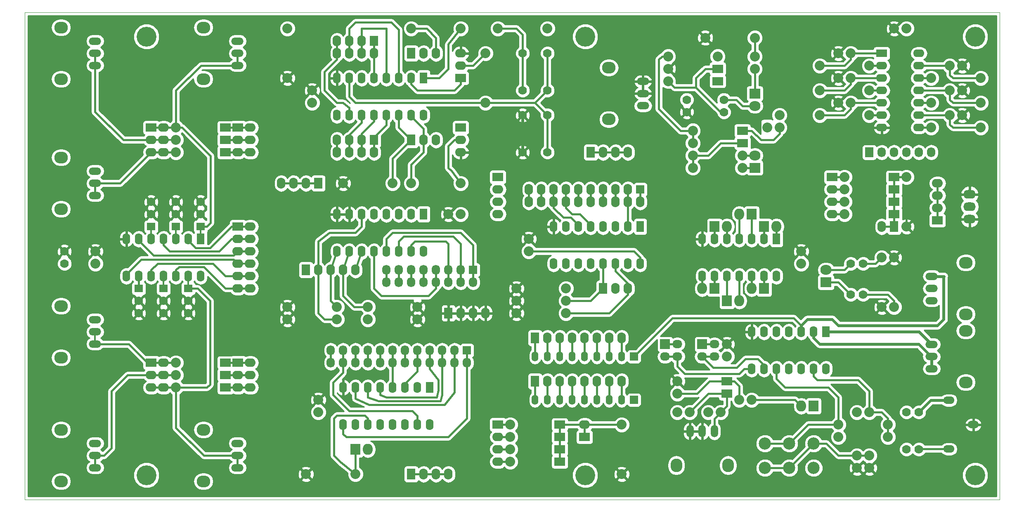
<source format=gbr>
G04 #@! TF.FileFunction,Copper,L2,Bot,Signal*
%FSLAX46Y46*%
G04 Gerber Fmt 4.6, Leading zero omitted, Abs format (unit mm)*
G04 Created by KiCad (PCBNEW (2015-04-14 BZR 5600)-product) date Fri 15 May 2015 04:29:23 PM CEST*
%MOMM*%
G01*
G04 APERTURE LIST*
%ADD10C,0.100000*%
%ADD11C,2.032000*%
%ADD12R,1.778000X1.524000*%
%ADD13C,1.778000*%
%ADD14C,2.499360*%
%ADD15R,1.727200X1.727200*%
%ADD16O,1.727200X2.032000*%
%ADD17R,2.286000X1.727200*%
%ADD18O,2.286000X1.727200*%
%ADD19O,1.727200X2.286000*%
%ADD20R,1.727200X2.032000*%
%ADD21R,1.651000X1.651000*%
%ADD22O,1.397000X2.032000*%
%ADD23R,2.286000X1.699260*%
%ADD24R,1.574800X2.286000*%
%ADD25O,1.574800X2.286000*%
%ADD26R,2.286000X1.574800*%
%ADD27O,2.286000X1.574800*%
%ADD28O,2.540000X1.778000*%
%ADD29R,1.727200X2.286000*%
%ADD30O,2.286000X1.524000*%
%ADD31R,2.032000X2.286000*%
%ADD32O,2.032000X2.286000*%
%ADD33R,2.286000X2.032000*%
%ADD34O,2.286000X2.032000*%
%ADD35R,2.032000X2.032000*%
%ADD36O,2.032000X1.727200*%
%ADD37C,4.064000*%
%ADD38O,2.524000X1.524000*%
%ADD39O,2.800000X2.400000*%
%ADD40O,1.524000X2.524000*%
%ADD41O,2.400000X2.800000*%
%ADD42C,0.600000*%
%ADD43C,0.406400*%
%ADD44C,0.304800*%
%ADD45C,0.609600*%
%ADD46C,0.254000*%
G04 APERTURE END LIST*
D10*
X235000000Y-50000000D02*
X35000000Y-50000000D01*
X235000000Y-150000000D02*
X235000000Y-50000000D01*
X35000000Y-150000000D02*
X235000000Y-150000000D01*
X35000000Y-50000000D02*
X35000000Y-150000000D01*
D11*
X168910000Y-132080000D03*
X171450000Y-132080000D03*
D12*
X63500000Y-106680000D03*
D13*
X63500000Y-109220000D03*
X63500000Y-111760000D03*
D14*
X186847480Y-138508740D03*
X191848740Y-138508740D03*
X196850000Y-138508740D03*
X191848740Y-143510000D03*
X186847480Y-143510000D03*
X196850000Y-143510000D03*
D11*
X184785000Y-61595000D03*
X184785000Y-59055000D03*
D15*
X127000000Y-102870000D03*
D16*
X127000000Y-105410000D03*
X124460000Y-102870000D03*
X124460000Y-105410000D03*
X121920000Y-102870000D03*
X121920000Y-105410000D03*
X119380000Y-102870000D03*
X119380000Y-105410000D03*
X116840000Y-102870000D03*
X116840000Y-105410000D03*
X114300000Y-102870000D03*
X114300000Y-105410000D03*
X111760000Y-102870000D03*
X111760000Y-105410000D03*
X109220000Y-102870000D03*
X109220000Y-105410000D03*
D17*
X78740000Y-93980000D03*
D18*
X81280000Y-93980000D03*
X78740000Y-96520000D03*
X81280000Y-96520000D03*
X78740000Y-99060000D03*
X81280000Y-99060000D03*
X78740000Y-101600000D03*
X81280000Y-101600000D03*
X78740000Y-104140000D03*
X81280000Y-104140000D03*
X78740000Y-106680000D03*
X81280000Y-106680000D03*
D17*
X60960000Y-121920000D03*
D18*
X63500000Y-121920000D03*
X60960000Y-124460000D03*
X63500000Y-124460000D03*
X60960000Y-127000000D03*
X63500000Y-127000000D03*
D17*
X78740000Y-121920000D03*
D18*
X81280000Y-121920000D03*
X78740000Y-124460000D03*
X81280000Y-124460000D03*
X78740000Y-127000000D03*
X81280000Y-127000000D03*
D17*
X60960000Y-73660000D03*
D18*
X63500000Y-73660000D03*
X60960000Y-76200000D03*
X63500000Y-76200000D03*
X60960000Y-78740000D03*
X63500000Y-78740000D03*
D17*
X78740000Y-73660000D03*
D18*
X81280000Y-73660000D03*
X78740000Y-76200000D03*
X81280000Y-76200000D03*
X78740000Y-78740000D03*
X81280000Y-78740000D03*
D15*
X161290000Y-86360000D03*
D19*
X161290000Y-88900000D03*
X158750000Y-86360000D03*
X158750000Y-88900000D03*
X156210000Y-86360000D03*
X156210000Y-88900000D03*
X153670000Y-86360000D03*
X153670000Y-88900000D03*
X151130000Y-86360000D03*
X151130000Y-88900000D03*
X148590000Y-86360000D03*
X148590000Y-88900000D03*
X146050000Y-86360000D03*
X146050000Y-88900000D03*
X143510000Y-86360000D03*
X143510000Y-88900000D03*
X140970000Y-86360000D03*
X140970000Y-88900000D03*
X138430000Y-86360000D03*
X138430000Y-88900000D03*
D20*
X106680000Y-55880000D03*
D19*
X106680000Y-58420000D03*
X104140000Y-55880000D03*
X104140000Y-58420000D03*
X101600000Y-55880000D03*
X101600000Y-58420000D03*
X99060000Y-55880000D03*
X99060000Y-58420000D03*
D20*
X106680000Y-76200000D03*
D19*
X106680000Y-78740000D03*
X104140000Y-76200000D03*
X104140000Y-78740000D03*
X101600000Y-76200000D03*
X101600000Y-78740000D03*
X99060000Y-76200000D03*
X99060000Y-78740000D03*
D15*
X125730000Y-119380000D03*
D16*
X125730000Y-121920000D03*
X123190000Y-119380000D03*
X123190000Y-121920000D03*
X120650000Y-119380000D03*
X120650000Y-121920000D03*
X118110000Y-119380000D03*
X118110000Y-121920000D03*
X115570000Y-119380000D03*
X115570000Y-121920000D03*
X113030000Y-119380000D03*
X113030000Y-121920000D03*
X110490000Y-119380000D03*
X110490000Y-121920000D03*
X107950000Y-119380000D03*
X107950000Y-121920000D03*
X105410000Y-119380000D03*
X105410000Y-121920000D03*
X102870000Y-119380000D03*
X102870000Y-121920000D03*
X100330000Y-119380000D03*
X100330000Y-121920000D03*
X97790000Y-119380000D03*
X97790000Y-121920000D03*
D21*
X160020000Y-129540000D03*
D22*
X157480000Y-129540000D03*
X154940000Y-129540000D03*
X152400000Y-129540000D03*
X149860000Y-129540000D03*
X147320000Y-129540000D03*
X144780000Y-129540000D03*
X142240000Y-129540000D03*
X139700000Y-129540000D03*
D21*
X160020000Y-120650000D03*
D22*
X157480000Y-120650000D03*
X154940000Y-120650000D03*
X152400000Y-120650000D03*
X149860000Y-120650000D03*
X147320000Y-120650000D03*
X144780000Y-120650000D03*
X142240000Y-120650000D03*
X139700000Y-120650000D03*
D12*
X71120000Y-93980000D03*
D13*
X71120000Y-91440000D03*
X71120000Y-88900000D03*
D12*
X66040000Y-93980000D03*
D13*
X66040000Y-91440000D03*
X66040000Y-88900000D03*
D12*
X68580000Y-106680000D03*
D13*
X68580000Y-109220000D03*
X68580000Y-111760000D03*
D12*
X60960000Y-93980000D03*
D13*
X60960000Y-91440000D03*
X60960000Y-88900000D03*
D12*
X58420000Y-106680000D03*
D13*
X58420000Y-109220000D03*
X58420000Y-111760000D03*
D11*
X201930000Y-58420000D03*
X204470000Y-58420000D03*
X201930000Y-63500000D03*
X204470000Y-63500000D03*
X201930000Y-68580000D03*
X204470000Y-68580000D03*
X227330000Y-71120000D03*
X224790000Y-71120000D03*
X227330000Y-66040000D03*
X224790000Y-66040000D03*
X227330000Y-60960000D03*
X224790000Y-60960000D03*
X177800000Y-132080000D03*
X175260000Y-132080000D03*
X205740000Y-132080000D03*
X208280000Y-132080000D03*
X66040000Y-73660000D03*
D23*
X76200000Y-73660000D03*
D11*
X66040000Y-76200000D03*
D23*
X76200000Y-76200000D03*
D11*
X66040000Y-78740000D03*
D23*
X76200000Y-78740000D03*
D11*
X66040000Y-121920000D03*
D23*
X76200000Y-121920000D03*
D11*
X168910000Y-128270000D03*
D23*
X179070000Y-128270000D03*
D11*
X168910000Y-125730000D03*
D23*
X179070000Y-125730000D03*
D11*
X201930000Y-137160000D03*
X212090000Y-137160000D03*
X212090000Y-134620000D03*
X201930000Y-134620000D03*
X99060000Y-113030000D03*
X88900000Y-113030000D03*
X88900000Y-53340000D03*
X88900000Y-63500000D03*
X110490000Y-85090000D03*
X100330000Y-85090000D03*
X146050000Y-109220000D03*
X135890000Y-109220000D03*
X146050000Y-106680000D03*
X135890000Y-106680000D03*
D24*
X71120000Y-96520000D03*
D25*
X68580000Y-96520000D03*
X66040000Y-96520000D03*
X63500000Y-96520000D03*
X60960000Y-96520000D03*
X58420000Y-96520000D03*
X55880000Y-96520000D03*
X55880000Y-104140000D03*
X58420000Y-104140000D03*
X60960000Y-104140000D03*
X63500000Y-104140000D03*
X66040000Y-104140000D03*
X68580000Y-104140000D03*
X71120000Y-104140000D03*
D24*
X189230000Y-96520000D03*
D25*
X186690000Y-96520000D03*
X184150000Y-96520000D03*
X181610000Y-96520000D03*
X179070000Y-96520000D03*
X176530000Y-96520000D03*
X173990000Y-96520000D03*
X173990000Y-104140000D03*
X176530000Y-104140000D03*
X179070000Y-104140000D03*
X181610000Y-104140000D03*
X184150000Y-104140000D03*
X186690000Y-104140000D03*
X189230000Y-104140000D03*
D26*
X210820000Y-58420000D03*
D27*
X210820000Y-60960000D03*
X210820000Y-63500000D03*
X210820000Y-66040000D03*
X210820000Y-68580000D03*
X210820000Y-71120000D03*
X210820000Y-73660000D03*
X218440000Y-73660000D03*
X218440000Y-71120000D03*
X218440000Y-68580000D03*
X218440000Y-66040000D03*
X218440000Y-63500000D03*
X218440000Y-60960000D03*
X218440000Y-58420000D03*
D24*
X199390000Y-115570000D03*
D25*
X196850000Y-115570000D03*
X194310000Y-115570000D03*
X191770000Y-115570000D03*
X189230000Y-115570000D03*
X186690000Y-115570000D03*
X184150000Y-115570000D03*
X184150000Y-123190000D03*
X186690000Y-123190000D03*
X189230000Y-123190000D03*
X191770000Y-123190000D03*
X194310000Y-123190000D03*
X196850000Y-123190000D03*
X199390000Y-123190000D03*
D24*
X116840000Y-91440000D03*
D25*
X114300000Y-91440000D03*
X111760000Y-91440000D03*
X109220000Y-91440000D03*
X106680000Y-91440000D03*
X104140000Y-91440000D03*
X101600000Y-91440000D03*
X99060000Y-91440000D03*
X99060000Y-99060000D03*
X101600000Y-99060000D03*
X104140000Y-99060000D03*
X106680000Y-99060000D03*
X109220000Y-99060000D03*
X111760000Y-99060000D03*
X114300000Y-99060000D03*
X116840000Y-99060000D03*
D24*
X116840000Y-63500000D03*
D25*
X114300000Y-63500000D03*
X111760000Y-63500000D03*
X109220000Y-63500000D03*
X106680000Y-63500000D03*
X104140000Y-63500000D03*
X101600000Y-63500000D03*
X99060000Y-63500000D03*
X99060000Y-71120000D03*
X101600000Y-71120000D03*
X104140000Y-71120000D03*
X106680000Y-71120000D03*
X109220000Y-71120000D03*
X111760000Y-71120000D03*
X114300000Y-71120000D03*
X116840000Y-71120000D03*
D24*
X161290000Y-93980000D03*
D25*
X158750000Y-93980000D03*
X156210000Y-93980000D03*
X153670000Y-93980000D03*
X151130000Y-93980000D03*
X148590000Y-93980000D03*
X146050000Y-93980000D03*
X143510000Y-93980000D03*
X143510000Y-101600000D03*
X146050000Y-101600000D03*
X148590000Y-101600000D03*
X151130000Y-101600000D03*
X153670000Y-101600000D03*
X156210000Y-101600000D03*
X158750000Y-101600000D03*
X161290000Y-101600000D03*
D11*
X66040000Y-124460000D03*
D23*
X76200000Y-124460000D03*
D11*
X66040000Y-127000000D03*
D23*
X76200000Y-127000000D03*
D11*
X167005000Y-64135000D03*
D23*
X177165000Y-64135000D03*
D11*
X167005000Y-61595000D03*
D23*
X177165000Y-61595000D03*
D11*
X208280000Y-60960000D03*
X198120000Y-60960000D03*
X208280000Y-66040000D03*
X198120000Y-66040000D03*
X208280000Y-71120000D03*
X198120000Y-71120000D03*
X220980000Y-73660000D03*
X231140000Y-73660000D03*
X220980000Y-68580000D03*
X231140000Y-68580000D03*
X220980000Y-63500000D03*
X231140000Y-63500000D03*
X182245000Y-79375000D03*
X172085000Y-79375000D03*
X172085000Y-81915000D03*
X182245000Y-81915000D03*
X215900000Y-53340000D03*
X213360000Y-53340000D03*
X194310000Y-101600000D03*
X194310000Y-99060000D03*
X179070000Y-120650000D03*
X179070000Y-118110000D03*
X138430000Y-99060000D03*
X138430000Y-96520000D03*
X124460000Y-91440000D03*
X121920000Y-91440000D03*
X49530000Y-101600000D03*
X49530000Y-99060000D03*
X93980000Y-68580000D03*
X93980000Y-66040000D03*
D28*
X228854000Y-89916000D03*
X228854000Y-87376000D03*
X228854000Y-92456000D03*
D29*
X139700000Y-125730000D03*
D19*
X142240000Y-125730000D03*
X144780000Y-125730000D03*
X147320000Y-125730000D03*
X149860000Y-125730000D03*
X152400000Y-125730000D03*
X154940000Y-125730000D03*
X157480000Y-125730000D03*
D29*
X139700000Y-116840000D03*
D19*
X142240000Y-116840000D03*
X144780000Y-116840000D03*
X147320000Y-116840000D03*
X149860000Y-116840000D03*
X152400000Y-116840000D03*
X154940000Y-116840000D03*
X157480000Y-116840000D03*
D11*
X102870000Y-144780000D03*
X92710000Y-144780000D03*
D24*
X118110000Y-127000000D03*
D25*
X115570000Y-127000000D03*
X113030000Y-127000000D03*
X110490000Y-127000000D03*
X107950000Y-127000000D03*
X105410000Y-127000000D03*
X102870000Y-127000000D03*
X100330000Y-127000000D03*
X100330000Y-134620000D03*
X102870000Y-134620000D03*
X105410000Y-134620000D03*
X107950000Y-134620000D03*
X110490000Y-134620000D03*
X113030000Y-134620000D03*
X115570000Y-134620000D03*
X118110000Y-134620000D03*
D11*
X95250000Y-132080000D03*
X95250000Y-129540000D03*
X129540000Y-68580000D03*
X129540000Y-58420000D03*
D13*
X137160000Y-58420000D03*
X142240000Y-58420000D03*
X137160000Y-66040000D03*
X142240000Y-66040000D03*
X137160000Y-71120000D03*
X142240000Y-71120000D03*
X137160000Y-78740000D03*
X142240000Y-78740000D03*
D11*
X142240000Y-53340000D03*
X132080000Y-53340000D03*
D30*
X229600000Y-134620000D03*
X224600000Y-129620000D03*
X224600000Y-139620000D03*
D11*
X187325000Y-73660000D03*
X189865000Y-73660000D03*
X189865000Y-71120000D03*
X181610000Y-129540000D03*
X184150000Y-129540000D03*
X205740000Y-143510000D03*
X205740000Y-140970000D03*
X208280000Y-143510000D03*
X208280000Y-140970000D03*
X172085000Y-76835000D03*
D23*
X182245000Y-76835000D03*
D11*
X172085000Y-74295000D03*
D23*
X182245000Y-74295000D03*
D31*
X196850000Y-130810000D03*
D32*
X194310000Y-130810000D03*
D29*
X92710000Y-102870000D03*
D19*
X95250000Y-102870000D03*
X97790000Y-102870000D03*
X100330000Y-102870000D03*
X102870000Y-102870000D03*
D31*
X102870000Y-139700000D03*
D32*
X105410000Y-139700000D03*
D17*
X200660000Y-83820000D03*
D18*
X200660000Y-86360000D03*
X200660000Y-88900000D03*
X200660000Y-91440000D03*
D29*
X151130000Y-78740000D03*
D19*
X153670000Y-78740000D03*
X156210000Y-78740000D03*
X158750000Y-78740000D03*
D31*
X186690000Y-93980000D03*
D32*
X189230000Y-93980000D03*
D20*
X208280000Y-78740000D03*
D16*
X210820000Y-78740000D03*
X213360000Y-78740000D03*
X215900000Y-78740000D03*
X218440000Y-78740000D03*
X220980000Y-78740000D03*
D31*
X184150000Y-91440000D03*
D32*
X181610000Y-91440000D03*
D29*
X213360000Y-93980000D03*
D19*
X210820000Y-93980000D03*
D33*
X184785000Y-81915000D03*
D34*
X184785000Y-79375000D03*
D31*
X176530000Y-93980000D03*
D32*
X179070000Y-93980000D03*
D31*
X179070000Y-109220000D03*
D32*
X181610000Y-109220000D03*
D31*
X176530000Y-106680000D03*
D32*
X173990000Y-106680000D03*
D33*
X184785000Y-66675000D03*
D34*
X184785000Y-69215000D03*
D31*
X186690000Y-106680000D03*
D32*
X184150000Y-106680000D03*
D29*
X153670000Y-106680000D03*
D19*
X156210000Y-106680000D03*
X158750000Y-106680000D03*
D29*
X114300000Y-144780000D03*
D19*
X116840000Y-144780000D03*
X119380000Y-144780000D03*
X121920000Y-144780000D03*
D17*
X222250000Y-92710000D03*
D18*
X222250000Y-90170000D03*
X222250000Y-87630000D03*
X222250000Y-85090000D03*
D29*
X95250000Y-85090000D03*
D19*
X92710000Y-85090000D03*
X90170000Y-85090000D03*
X87630000Y-85090000D03*
D11*
X167005000Y-59055000D03*
X177165000Y-59055000D03*
X184785000Y-55245000D03*
X174625000Y-55245000D03*
X203200000Y-91440000D03*
D23*
X213360000Y-91440000D03*
D11*
X203200000Y-88900000D03*
D23*
X213360000Y-88900000D03*
D11*
X203200000Y-86360000D03*
D23*
X213360000Y-86360000D03*
D11*
X203200000Y-83820000D03*
D23*
X213360000Y-83820000D03*
D29*
X114300000Y-58420000D03*
D19*
X116840000Y-58420000D03*
X119380000Y-58420000D03*
D29*
X114300000Y-76200000D03*
D19*
X116840000Y-76200000D03*
X119380000Y-76200000D03*
D11*
X215900000Y-83820000D03*
X215900000Y-93980000D03*
X105410000Y-113030000D03*
X115570000Y-113030000D03*
X105410000Y-110490000D03*
X115570000Y-110490000D03*
X99060000Y-110490000D03*
X88900000Y-110490000D03*
X124460000Y-85090000D03*
X114300000Y-85090000D03*
X114300000Y-53340000D03*
X124460000Y-53340000D03*
X146050000Y-111760000D03*
X135890000Y-111760000D03*
D17*
X124460000Y-73660000D03*
D18*
X124460000Y-76200000D03*
X124460000Y-78740000D03*
D17*
X124460000Y-63500000D03*
D18*
X124460000Y-60960000D03*
X124460000Y-58420000D03*
D11*
X134620000Y-142240000D03*
D23*
X144780000Y-142240000D03*
D11*
X134620000Y-139700000D03*
D23*
X144780000Y-139700000D03*
D11*
X134620000Y-137160000D03*
D23*
X144780000Y-137160000D03*
D11*
X134620000Y-134620000D03*
D23*
X144780000Y-134620000D03*
D17*
X132080000Y-134620000D03*
D18*
X132080000Y-137160000D03*
X132080000Y-139700000D03*
X132080000Y-142240000D03*
D17*
X149860000Y-137160000D03*
D18*
X149860000Y-134620000D03*
D11*
X157480000Y-134620000D03*
X157480000Y-144780000D03*
D17*
X132080000Y-83820000D03*
D18*
X132080000Y-86360000D03*
X132080000Y-88900000D03*
X132080000Y-91440000D03*
D29*
X121920000Y-111760000D03*
D19*
X124460000Y-111760000D03*
X127000000Y-111760000D03*
X129540000Y-111760000D03*
D13*
X204470000Y-101600000D03*
X207010000Y-101600000D03*
X204470000Y-107950000D03*
X207010000Y-107950000D03*
D11*
X210820000Y-100330000D03*
X210820000Y-110490000D03*
X213360000Y-110490000D03*
X213360000Y-100330000D03*
D33*
X199390000Y-105410000D03*
D34*
X199390000Y-102870000D03*
D35*
X166370000Y-118110000D03*
D36*
X168910000Y-118110000D03*
X166370000Y-120650000D03*
X168910000Y-120650000D03*
D35*
X173990000Y-118110000D03*
D36*
X176530000Y-118110000D03*
X173990000Y-120650000D03*
X176530000Y-120650000D03*
D37*
X230000000Y-55000000D03*
X230000000Y-145000000D03*
X60000000Y-145000000D03*
X60000000Y-55000000D03*
X150000000Y-145000000D03*
X150000000Y-55000000D03*
D13*
X218440000Y-139700000D03*
X215900000Y-139700000D03*
X218440000Y-132080000D03*
X215900000Y-132080000D03*
X170815000Y-70485000D03*
X170815000Y-67945000D03*
X178435000Y-70485000D03*
X178435000Y-67945000D03*
X43180000Y-99060000D03*
X43180000Y-101600000D03*
D38*
X221060000Y-104180000D03*
X221060000Y-106680000D03*
X221060000Y-109180000D03*
D39*
X228060000Y-101380000D03*
X228060000Y-111980000D03*
D38*
X221060000Y-118150000D03*
X221060000Y-120650000D03*
X221060000Y-123150000D03*
D39*
X228060000Y-115350000D03*
X228060000Y-125950000D03*
D38*
X78660000Y-143470000D03*
X78660000Y-140970000D03*
X78660000Y-138470000D03*
D39*
X71660000Y-146270000D03*
X71660000Y-135670000D03*
D38*
X49450000Y-143470000D03*
X49450000Y-140970000D03*
X49450000Y-138470000D03*
D39*
X42450000Y-146270000D03*
X42450000Y-135670000D03*
D38*
X161845000Y-69175000D03*
X161845000Y-66675000D03*
X161845000Y-64175000D03*
D39*
X154845000Y-71975000D03*
X154845000Y-61375000D03*
D38*
X49450000Y-118070000D03*
X49450000Y-115570000D03*
X49450000Y-113070000D03*
D39*
X42450000Y-120870000D03*
X42450000Y-110270000D03*
D38*
X49450000Y-87590000D03*
X49450000Y-85090000D03*
X49450000Y-82590000D03*
D39*
X42450000Y-90390000D03*
X42450000Y-79790000D03*
D38*
X49450000Y-60920000D03*
X49450000Y-58420000D03*
X49450000Y-55920000D03*
D39*
X42450000Y-63720000D03*
X42450000Y-53120000D03*
D38*
X78660000Y-60920000D03*
X78660000Y-58420000D03*
X78660000Y-55920000D03*
D39*
X71660000Y-63720000D03*
X71660000Y-53120000D03*
D40*
X176490000Y-135970000D03*
X173990000Y-135970000D03*
X171490000Y-135970000D03*
D41*
X179290000Y-142970000D03*
X168690000Y-142970000D03*
D42*
X156210000Y-101600000D03*
X158750000Y-93980000D03*
X139700000Y-116840000D03*
X124460000Y-60960000D03*
D43*
X210820000Y-58420000D02*
X204470000Y-58420000D01*
X204470000Y-59690000D02*
X204470000Y-58420000D01*
X203200000Y-60960000D02*
X204470000Y-59690000D01*
X198120000Y-60960000D02*
X203200000Y-60960000D01*
X204470000Y-63500000D02*
X210820000Y-63500000D01*
X198120000Y-66040000D02*
X199390000Y-66040000D01*
X203200000Y-66040000D02*
X204470000Y-64770000D01*
X204470000Y-64770000D02*
X204470000Y-63500000D01*
X199390000Y-66040000D02*
X203200000Y-66040000D01*
X210820000Y-68580000D02*
X204470000Y-68580000D01*
X203200000Y-71120000D02*
X204470000Y-69850000D01*
X204470000Y-69850000D02*
X204470000Y-68580000D01*
X198120000Y-71120000D02*
X203200000Y-71120000D01*
X224790000Y-71120000D02*
X218440000Y-71120000D01*
X225425000Y-73660000D02*
X224790000Y-73025000D01*
X224790000Y-73025000D02*
X224790000Y-71120000D01*
X231140000Y-73660000D02*
X225425000Y-73660000D01*
X224790000Y-66040000D02*
X218440000Y-66040000D01*
X225425000Y-68580000D02*
X224790000Y-67945000D01*
X224790000Y-67945000D02*
X224790000Y-66040000D01*
X231140000Y-68580000D02*
X225425000Y-68580000D01*
X224790000Y-60960000D02*
X218440000Y-60960000D01*
X225425000Y-63500000D02*
X224790000Y-62865000D01*
X224790000Y-62865000D02*
X224790000Y-60960000D01*
X231140000Y-63500000D02*
X225425000Y-63500000D01*
X189230000Y-123190000D02*
X189230000Y-125222000D01*
X201930000Y-129032000D02*
X201930000Y-134620000D01*
X199898000Y-127000000D02*
X201930000Y-129032000D01*
X191008000Y-127000000D02*
X199898000Y-127000000D01*
X189230000Y-125222000D02*
X191008000Y-127000000D01*
X186847480Y-138508740D02*
X191848740Y-138508740D01*
X201422000Y-134620000D02*
X195737480Y-134620000D01*
X195737480Y-134620000D02*
X191848740Y-138508740D01*
X184785000Y-59055000D02*
X184785000Y-55245000D01*
X196850000Y-124714000D02*
X197612000Y-125476000D01*
X197612000Y-125476000D02*
X205994000Y-125476000D01*
X205994000Y-125476000D02*
X208280000Y-127762000D01*
X208280000Y-127762000D02*
X208280000Y-132080000D01*
X196850000Y-123190000D02*
X196850000Y-124714000D01*
X210820000Y-132080000D02*
X212090000Y-133350000D01*
X212090000Y-133350000D02*
X212090000Y-134620000D01*
X208280000Y-132080000D02*
X210820000Y-132080000D01*
X212090000Y-134620000D02*
X212090000Y-137160000D01*
X181610000Y-126746000D02*
X180594000Y-125730000D01*
X180594000Y-125730000D02*
X179070000Y-125730000D01*
X181610000Y-129540000D02*
X181610000Y-126746000D01*
X175514000Y-125730000D02*
X172974000Y-128270000D01*
X172974000Y-128270000D02*
X168910000Y-128270000D01*
X179070000Y-125730000D02*
X175514000Y-125730000D01*
X78740000Y-73660000D02*
X81280000Y-73660000D01*
X76200000Y-73660000D02*
X78740000Y-73660000D01*
X78740000Y-76200000D02*
X81280000Y-76200000D01*
X76200000Y-76200000D02*
X78740000Y-76200000D01*
X78740000Y-78740000D02*
X81280000Y-78740000D01*
X76200000Y-78740000D02*
X78740000Y-78740000D01*
X78740000Y-121920000D02*
X76200000Y-121920000D01*
X78740000Y-121920000D02*
X81280000Y-121920000D01*
X203200000Y-91440000D02*
X200660000Y-91440000D01*
X213360000Y-91440000D02*
X213360000Y-88900000D01*
X213360000Y-88900000D02*
X213360000Y-86360000D01*
X213360000Y-86360000D02*
X213360000Y-83820000D01*
X213360000Y-83820000D02*
X215900000Y-83820000D01*
X210820000Y-93980000D02*
X213360000Y-93980000D01*
X213360000Y-91440000D02*
X213360000Y-93980000D01*
X200660000Y-88900000D02*
X203200000Y-88900000D01*
X203200000Y-86360000D02*
X200660000Y-86360000D01*
X116840000Y-73914000D02*
X116840000Y-76200000D01*
X114300000Y-71374000D02*
X116840000Y-73914000D01*
X114300000Y-71120000D02*
X114300000Y-71374000D01*
X114300000Y-81280000D02*
X116840000Y-78740000D01*
X116840000Y-78740000D02*
X116840000Y-76200000D01*
X114300000Y-85090000D02*
X114300000Y-81280000D01*
X96520000Y-66040000D02*
X96520000Y-62230000D01*
X96520000Y-62230000D02*
X99060000Y-59690000D01*
X99060000Y-59690000D02*
X99060000Y-58420000D01*
X99060000Y-68580000D02*
X96520000Y-66040000D01*
X99060000Y-58420000D02*
X99060000Y-55880000D01*
X101600000Y-69596000D02*
X100330000Y-68580000D01*
X100330000Y-68580000D02*
X99060000Y-68580000D01*
X101600000Y-70866000D02*
X101600000Y-69596000D01*
X101600000Y-63500000D02*
X101600000Y-67310000D01*
X102870000Y-68580000D02*
X129540000Y-68580000D01*
X101600000Y-67310000D02*
X102870000Y-68580000D01*
X142240000Y-66040000D02*
X139700000Y-68580000D01*
X142240000Y-71120000D02*
X142240000Y-78740000D01*
X142240000Y-58420000D02*
X142240000Y-66040000D01*
X142240000Y-71120000D02*
X139700000Y-68580000D01*
X139700000Y-68580000D02*
X129540000Y-68580000D01*
X99060000Y-78740000D02*
X99060000Y-76200000D01*
X114300000Y-64770000D02*
X115570000Y-66040000D01*
X115570000Y-66040000D02*
X123190000Y-66040000D01*
X123190000Y-66040000D02*
X124460000Y-64770000D01*
X124460000Y-64770000D02*
X124460000Y-63500000D01*
X114300000Y-63500000D02*
X114300000Y-64770000D01*
X77470000Y-93980000D02*
X78740000Y-93980000D01*
X70107990Y-98403590D02*
X73046410Y-98403590D01*
X68580000Y-96875600D02*
X70107990Y-98403590D01*
X68580000Y-96520000D02*
X68580000Y-96875600D01*
X73046410Y-98403590D02*
X77470000Y-93980000D01*
X78740000Y-93980000D02*
X81280000Y-93980000D01*
X63500000Y-96520000D02*
X63500000Y-97790000D01*
X77425051Y-96520000D02*
X78740000Y-96520000D01*
X63500000Y-97790000D02*
X64770000Y-99060000D01*
X74885051Y-99060000D02*
X77425051Y-96520000D01*
X64770000Y-99060000D02*
X74885051Y-99060000D01*
X78740000Y-96520000D02*
X81280000Y-96520000D01*
X58420000Y-96875600D02*
X58420000Y-96520000D01*
X77876401Y-99923599D02*
X61467999Y-99923599D01*
X61467999Y-99923599D02*
X58420000Y-96875600D01*
X78740000Y-99060000D02*
X77876401Y-99923599D01*
X78740000Y-99060000D02*
X78486000Y-99060000D01*
X78740000Y-99060000D02*
X81280000Y-99060000D01*
X78740000Y-101600000D02*
X77876401Y-100736401D01*
X77876401Y-100736401D02*
X58927999Y-100736401D01*
X58927999Y-100736401D02*
X55880000Y-103784400D01*
X55880000Y-103784400D02*
X55880000Y-104140000D01*
D44*
X78740000Y-101600000D02*
X81280000Y-101600000D01*
D43*
X60960000Y-102870000D02*
X62251410Y-101578590D01*
X62251410Y-101578590D02*
X73638590Y-101578590D01*
X73638590Y-101578590D02*
X76200000Y-104140000D01*
X76200000Y-104140000D02*
X78740000Y-104140000D01*
X60960000Y-103784400D02*
X60960000Y-102870000D01*
X60960000Y-104140000D02*
X60960000Y-103784400D01*
X78740000Y-104140000D02*
X81280000Y-104140000D01*
D44*
X60960000Y-104140000D02*
X60960000Y-102870000D01*
D43*
X66040000Y-102870000D02*
X66040000Y-104140000D01*
X66675000Y-102235000D02*
X66040000Y-102870000D01*
X67589400Y-102235000D02*
X66675000Y-102235000D01*
X76200000Y-106680000D02*
X78740000Y-106680000D01*
X70610078Y-102235000D02*
X71755000Y-102235000D01*
X71755000Y-102235000D02*
X76200000Y-106680000D01*
D44*
X70151480Y-102235000D02*
X70610078Y-102235000D01*
D43*
X67589400Y-102235000D02*
X70610078Y-102235000D01*
X67589400Y-102235000D02*
X70151480Y-102235000D01*
X81280000Y-106680000D02*
X78740000Y-106680000D01*
X156210000Y-103124000D02*
X156210000Y-101600000D01*
X158750000Y-105664000D02*
X156210000Y-103124000D01*
X158750000Y-106680000D02*
X158750000Y-105664000D01*
X154940000Y-111760000D02*
X158750000Y-107950000D01*
X158750000Y-107950000D02*
X158750000Y-106680000D01*
X146050000Y-111760000D02*
X154940000Y-111760000D01*
X153670000Y-106680000D02*
X153670000Y-101600000D01*
X151130000Y-109220000D02*
X153670000Y-106680000D01*
X146050000Y-109220000D02*
X151130000Y-109220000D01*
X161290000Y-88900000D02*
X161290000Y-86360000D01*
X158750000Y-88900000D02*
X158750000Y-86360000D01*
X158750000Y-93980000D02*
X158750000Y-88900000D01*
X156210000Y-88900000D02*
X156210000Y-86360000D01*
X153670000Y-88900000D02*
X153670000Y-86360000D01*
X151130000Y-88900000D02*
X151130000Y-86360000D01*
X148590000Y-88900000D02*
X148590000Y-86360000D01*
X146050000Y-90170000D02*
X146050000Y-88900000D01*
X147320000Y-91440000D02*
X146050000Y-90170000D01*
X148945600Y-91440000D02*
X147320000Y-91440000D01*
X151130000Y-93980000D02*
X151130000Y-93624400D01*
X151130000Y-93624400D02*
X148945600Y-91440000D01*
D44*
X146050000Y-86360000D02*
X146050000Y-88900000D01*
D43*
X143510000Y-90121314D02*
X143510000Y-88900000D01*
X145485096Y-92096410D02*
X143510000Y-90121314D01*
X147062010Y-92096410D02*
X145485096Y-92096410D01*
X148590000Y-93624400D02*
X147062010Y-92096410D01*
X148590000Y-93980000D02*
X148590000Y-93624400D01*
D44*
X143510000Y-86360000D02*
X143510000Y-88900000D01*
D43*
X140970000Y-86360000D02*
X140970000Y-88900000D01*
X138430000Y-88900000D02*
X138430000Y-86360000D01*
X173990000Y-118110000D02*
X176530000Y-118110000D01*
D45*
X218480000Y-115570000D02*
X221060000Y-118150000D01*
X199390000Y-115570000D02*
X218480000Y-115570000D01*
D43*
X194310000Y-114300000D02*
X192786000Y-112776000D01*
X192786000Y-112776000D02*
X167894000Y-112776000D01*
X167894000Y-112776000D02*
X160020000Y-120650000D01*
X194310000Y-115570000D02*
X194310000Y-114300000D01*
D45*
X194310000Y-114300000D02*
X194310000Y-115570000D01*
X223560000Y-104180000D02*
X223520000Y-104220000D01*
X223520000Y-104220000D02*
X223520000Y-113030000D01*
X223520000Y-113030000D02*
X222250000Y-114300000D01*
X222250000Y-114300000D02*
X201930000Y-114300000D01*
X201930000Y-114300000D02*
X200660000Y-113030000D01*
X200660000Y-113030000D02*
X195580000Y-113030000D01*
X195580000Y-113030000D02*
X194310000Y-114300000D01*
X221060000Y-104180000D02*
X223560000Y-104180000D01*
D43*
X139700000Y-116840000D02*
X139700000Y-120650000D01*
D45*
X221060000Y-123150000D02*
X221060000Y-120650000D01*
X218440000Y-118110000D02*
X198120000Y-118110000D01*
X198120000Y-118110000D02*
X196850000Y-116840000D01*
X196850000Y-116840000D02*
X196850000Y-115570000D01*
X220980000Y-120650000D02*
X218440000Y-118110000D01*
X221060000Y-120650000D02*
X220980000Y-120650000D01*
D43*
X117475000Y-53340000D02*
X119380000Y-55245000D01*
X119380000Y-55245000D02*
X119380000Y-58420000D01*
X114300000Y-53340000D02*
X117475000Y-53340000D01*
X106680000Y-63500000D02*
X106680000Y-58420000D01*
X106680000Y-58420000D02*
X106680000Y-55880000D01*
X109220000Y-53340000D02*
X104140000Y-53340000D01*
X104140000Y-53340000D02*
X104140000Y-55880000D01*
X109220000Y-63500000D02*
X109220000Y-53340000D01*
X104140000Y-55880000D02*
X104140000Y-58420000D01*
X102870000Y-52070000D02*
X101600000Y-53340000D01*
X101600000Y-53340000D02*
X101600000Y-55880000D01*
X101600000Y-55880000D02*
X101600000Y-58420000D01*
X111760000Y-53594000D02*
X110236000Y-52070000D01*
X110236000Y-52070000D02*
X102870000Y-52070000D01*
X111760000Y-63500000D02*
X111760000Y-53594000D01*
X102870000Y-102870000D02*
X104140000Y-99060000D01*
X100330000Y-102870000D02*
X101600000Y-99060000D01*
X100330000Y-108204000D02*
X102616000Y-110490000D01*
X102616000Y-110490000D02*
X105410000Y-110490000D01*
X100330000Y-102870000D02*
X100330000Y-108204000D01*
X97790000Y-102870000D02*
X99060000Y-99060000D01*
X97790000Y-109220000D02*
X99060000Y-110490000D01*
X97790000Y-102870000D02*
X97790000Y-109220000D01*
X104140000Y-93980000D02*
X104140000Y-91440000D01*
X95250000Y-102870000D02*
X95250000Y-97028000D01*
X95250000Y-97028000D02*
X97536000Y-95250000D01*
X97536000Y-95250000D02*
X102870000Y-95250000D01*
X102870000Y-95250000D02*
X104140000Y-93980000D01*
X96520000Y-113030000D02*
X95250000Y-111760000D01*
X95250000Y-111760000D02*
X95250000Y-102870000D01*
X99060000Y-113030000D02*
X96520000Y-113030000D01*
X127000000Y-105410000D02*
X127000000Y-102870000D01*
X109220000Y-96520000D02*
X110490000Y-95250000D01*
X110490000Y-95250000D02*
X124460000Y-95250000D01*
X124460000Y-95250000D02*
X127000000Y-97790000D01*
X127000000Y-97790000D02*
X127000000Y-102870000D01*
X109220000Y-99060000D02*
X109220000Y-96520000D01*
X124460000Y-105410000D02*
X124460000Y-102870000D01*
X111760000Y-97028000D02*
X112776000Y-96012000D01*
X112776000Y-96012000D02*
X122936000Y-96012000D01*
X122936000Y-96012000D02*
X124460000Y-97536000D01*
X124460000Y-97536000D02*
X124460000Y-102870000D01*
X111760000Y-99060000D02*
X111760000Y-97028000D01*
X121920000Y-102870000D02*
X121920000Y-105410000D01*
X121920000Y-97536000D02*
X121412000Y-97028000D01*
X121412000Y-97028000D02*
X115062000Y-97028000D01*
X115062000Y-97028000D02*
X114300000Y-97790000D01*
X114300000Y-97790000D02*
X114300000Y-99060000D01*
X121920000Y-102870000D02*
X121920000Y-97536000D01*
X119380000Y-105410000D02*
X119380000Y-102870000D01*
X106680000Y-106680000D02*
X108204000Y-108204000D01*
X108204000Y-108204000D02*
X117856000Y-108204000D01*
X117856000Y-108204000D02*
X119380000Y-106680000D01*
X119380000Y-106680000D02*
X119380000Y-105410000D01*
X106680000Y-99060000D02*
X106680000Y-106680000D01*
X116840000Y-102870000D02*
X116840000Y-105410000D01*
X114300000Y-105410000D02*
X114300000Y-102870000D01*
X111760000Y-105410000D02*
X111760000Y-102870000D01*
X109220000Y-105410000D02*
X109220000Y-102870000D01*
X121920000Y-56515000D02*
X121920000Y-61595000D01*
X121920000Y-61595000D02*
X120015000Y-63500000D01*
X120015000Y-63500000D02*
X116840000Y-63500000D01*
X124460000Y-53340000D02*
X121920000Y-56515000D01*
X111760000Y-73660000D02*
X111760000Y-71120000D01*
X114300000Y-76200000D02*
X111760000Y-73660000D01*
X110490000Y-80010000D02*
X114300000Y-76200000D01*
X110490000Y-85090000D02*
X110490000Y-80010000D01*
X109220000Y-73152000D02*
X109220000Y-71120000D01*
X106680000Y-75692000D02*
X109220000Y-73152000D01*
X106680000Y-76200000D02*
X106680000Y-75692000D01*
X106680000Y-78740000D02*
X106680000Y-76200000D01*
X106680000Y-71475600D02*
X106680000Y-71120000D01*
X104140000Y-78740000D02*
X104140000Y-76200000D01*
X106680000Y-72390000D02*
X104140000Y-74930000D01*
X106680000Y-71120000D02*
X106680000Y-72390000D01*
X104140000Y-76200000D02*
X104140000Y-74930000D01*
D44*
X104140000Y-71120000D02*
X104140000Y-71755000D01*
D43*
X101600000Y-78740000D02*
X101600000Y-76200000D01*
X104140000Y-72644000D02*
X101600000Y-75184000D01*
X101600000Y-75184000D02*
X101600000Y-76200000D01*
X104140000Y-71120000D02*
X104140000Y-72644000D01*
X166370000Y-118110000D02*
X168910000Y-118110000D01*
X151130000Y-78740000D02*
X153670000Y-78740000D01*
X156210000Y-78740000D02*
X158750000Y-78740000D01*
X153670000Y-78740000D02*
X156210000Y-78740000D01*
X78740000Y-124460000D02*
X81280000Y-124460000D01*
X76200000Y-124460000D02*
X78740000Y-124460000D01*
X78740000Y-127000000D02*
X81280000Y-127000000D01*
X76200000Y-127000000D02*
X78740000Y-127000000D01*
X49450000Y-140970000D02*
X51308000Y-140970000D01*
X56134000Y-124460000D02*
X60960000Y-124460000D01*
X52832000Y-127762000D02*
X56134000Y-124460000D01*
X52832000Y-139446000D02*
X52832000Y-127762000D01*
X51308000Y-140970000D02*
X52832000Y-139446000D01*
X49450000Y-143470000D02*
X49450000Y-140970000D01*
X63500000Y-124460000D02*
X60960000Y-124460000D01*
X66040000Y-124460000D02*
X63500000Y-124460000D01*
D44*
X63500000Y-104140000D02*
X63500000Y-106680000D01*
D43*
X66040000Y-66040000D02*
X66040000Y-73660000D01*
X71160000Y-60920000D02*
X66040000Y-66040000D01*
X78660000Y-60920000D02*
X71160000Y-60920000D01*
X66040000Y-73660000D02*
X67310000Y-73660000D01*
X73152000Y-93218000D02*
X72390000Y-93980000D01*
X73152000Y-79502000D02*
X73152000Y-93218000D01*
X67310000Y-73660000D02*
X73152000Y-79502000D01*
X72390000Y-93980000D02*
X71120000Y-93980000D01*
X78660000Y-58420000D02*
X78660000Y-60920000D01*
X71120000Y-93980000D02*
X72390000Y-93980000D01*
D44*
X71120000Y-96520000D02*
X71120000Y-93980000D01*
D43*
X63500000Y-73660000D02*
X60960000Y-73660000D01*
X66040000Y-73660000D02*
X63500000Y-73660000D01*
X49450000Y-60920000D02*
X49450000Y-58420000D01*
D44*
X63500000Y-76200000D02*
X60960000Y-76200000D01*
X66040000Y-76200000D02*
X63500000Y-76200000D01*
D43*
X49450000Y-60920000D02*
X49450000Y-70405000D01*
X55245000Y-76200000D02*
X60960000Y-76200000D01*
X49450000Y-70405000D02*
X55245000Y-76200000D01*
D44*
X66040000Y-96520000D02*
X66040000Y-93980000D01*
D43*
X78660000Y-143470000D02*
X78660000Y-140970000D01*
X66040000Y-127000000D02*
X72390000Y-127000000D01*
X70485000Y-106680000D02*
X68580000Y-106680000D01*
X73025000Y-109220000D02*
X70485000Y-106680000D01*
X73025000Y-126365000D02*
X73025000Y-109220000D01*
X72390000Y-127000000D02*
X73025000Y-126365000D01*
X63500000Y-127000000D02*
X60960000Y-127000000D01*
X66040000Y-127000000D02*
X63500000Y-127000000D01*
X78660000Y-140970000D02*
X71755000Y-140970000D01*
X66040000Y-135255000D02*
X66040000Y-127000000D01*
X71755000Y-140970000D02*
X66040000Y-135255000D01*
D44*
X68580000Y-104140000D02*
X68580000Y-106680000D01*
D43*
X63500000Y-78740000D02*
X60960000Y-78740000D01*
X66040000Y-78740000D02*
X63500000Y-78740000D01*
X49450000Y-87590000D02*
X49450000Y-85090000D01*
X49450000Y-85090000D02*
X54610000Y-85090000D01*
X54610000Y-85090000D02*
X60960000Y-78740000D01*
D44*
X60960000Y-96520000D02*
X60960000Y-93980000D01*
D43*
X60960000Y-121920000D02*
X60198000Y-121920000D01*
X60198000Y-121920000D02*
X56348000Y-118070000D01*
X56348000Y-118070000D02*
X49450000Y-118070000D01*
X63500000Y-121920000D02*
X66040000Y-121920000D01*
X60960000Y-121920000D02*
X63500000Y-121920000D01*
X58420000Y-106680000D02*
X58420000Y-104140000D01*
D44*
X49450000Y-118070000D02*
X49450000Y-115570000D01*
D43*
X175260000Y-128270000D02*
X171450000Y-132080000D01*
X179070000Y-128270000D02*
X175260000Y-128270000D01*
X176490000Y-133390000D02*
X177800000Y-132080000D01*
X176490000Y-135970000D02*
X176490000Y-133390000D01*
X179070000Y-130810000D02*
X177800000Y-132080000D01*
X179070000Y-128270000D02*
X179070000Y-130810000D01*
X184150000Y-129540000D02*
X193040000Y-129540000D01*
X193040000Y-129540000D02*
X194310000Y-130810000D01*
X187960000Y-129540000D02*
X184150000Y-129540000D01*
X139700000Y-125730000D02*
X139700000Y-129540000D01*
X142240000Y-129540000D02*
X142240000Y-125730000D01*
X144780000Y-125730000D02*
X144780000Y-129540000D01*
X147320000Y-129540000D02*
X147320000Y-125730000D01*
X149860000Y-125730000D02*
X149860000Y-129540000D01*
X152400000Y-129540000D02*
X152400000Y-125730000D01*
X154940000Y-125730000D02*
X154940000Y-129540000D01*
X157480000Y-129540000D02*
X157480000Y-125730000D01*
X142240000Y-120650000D02*
X142240000Y-116840000D01*
X144780000Y-116840000D02*
X144780000Y-120650000D01*
X147320000Y-120650000D02*
X147320000Y-116840000D01*
X149860000Y-116840000D02*
X149860000Y-120650000D01*
X152400000Y-120650000D02*
X152400000Y-116840000D01*
X154940000Y-116840000D02*
X154940000Y-120650000D01*
X157480000Y-120650000D02*
X157480000Y-116840000D01*
X102870000Y-139700000D02*
X102870000Y-144780000D01*
X105410000Y-133350000D02*
X104775000Y-132715000D01*
X104775000Y-132715000D02*
X99060000Y-132715000D01*
X99060000Y-132715000D02*
X98425000Y-133350000D01*
X98425000Y-133350000D02*
X98425000Y-140970000D01*
X98425000Y-140970000D02*
X99695000Y-142240000D01*
X99695000Y-142240000D02*
X102870000Y-144780000D01*
X105410000Y-134620000D02*
X105410000Y-133350000D01*
X125730000Y-119380000D02*
X125730000Y-121920000D01*
X125730000Y-133350000D02*
X121920000Y-137160000D01*
X121920000Y-137160000D02*
X100965000Y-137160000D01*
X100965000Y-137160000D02*
X100330000Y-136525000D01*
X100330000Y-136525000D02*
X100330000Y-134620000D01*
X125730000Y-121920000D02*
X125730000Y-133350000D01*
X123190000Y-119380000D02*
X123190000Y-121920000D01*
X123190000Y-128016000D02*
X121158000Y-130556000D01*
X121158000Y-130556000D02*
X105664000Y-130556000D01*
X105664000Y-130556000D02*
X102870000Y-129286000D01*
X102870000Y-129286000D02*
X102870000Y-127000000D01*
X123190000Y-121920000D02*
X123190000Y-128016000D01*
X120650000Y-119380000D02*
X120650000Y-121920000D01*
X107547598Y-129794000D02*
X105410000Y-129032000D01*
X120290402Y-129794000D02*
X107547598Y-129794000D01*
X105410000Y-129032000D02*
X105410000Y-127000000D01*
X120650000Y-121920000D02*
X120650000Y-122682000D01*
X120650000Y-121920000D02*
X120650000Y-128524000D01*
X120650000Y-128524000D02*
X120290402Y-129794000D01*
X118110000Y-119380000D02*
X118110000Y-121920000D01*
X107950000Y-128481196D02*
X109220000Y-129032000D01*
X109220000Y-129032000D02*
X119510512Y-129032000D01*
X119510512Y-129032000D02*
X119888000Y-127551854D01*
X119888000Y-127508000D02*
X119888000Y-127551854D01*
X119888000Y-127551854D02*
X119888000Y-127508000D01*
X107950000Y-127000000D02*
X107950000Y-128481196D01*
X119888000Y-125476000D02*
X118110000Y-123190000D01*
X118110000Y-123190000D02*
X118110000Y-121920000D01*
X119888000Y-127508000D02*
X119888000Y-125476000D01*
X115570000Y-119380000D02*
X115570000Y-121920000D01*
X115570000Y-123698000D02*
X115570000Y-121920000D01*
X113030000Y-126238000D02*
X115570000Y-123698000D01*
X113030000Y-127000000D02*
X113030000Y-126238000D01*
X113030000Y-119380000D02*
X113030000Y-121920000D01*
X110490000Y-119380000D02*
X110490000Y-121920000D01*
X110490000Y-127000000D02*
X110490000Y-121920000D01*
X107950000Y-119380000D02*
X107950000Y-121920000D01*
X105410000Y-119380000D02*
X105410000Y-121920000D01*
X102870000Y-119380000D02*
X102870000Y-121920000D01*
X100330000Y-119380000D02*
X100330000Y-121920000D01*
X100330000Y-123952000D02*
X98298000Y-125984000D01*
X98298000Y-125984000D02*
X98298000Y-128524000D01*
X98298000Y-128524000D02*
X101600000Y-131826000D01*
X101600000Y-131826000D02*
X114554000Y-131826000D01*
X114554000Y-131826000D02*
X115570000Y-132842000D01*
X115570000Y-132842000D02*
X115570000Y-134620000D01*
X100330000Y-121920000D02*
X100330000Y-123952000D01*
X97790000Y-119380000D02*
X97790000Y-121920000D01*
X137160000Y-58420000D02*
X137160000Y-54610000D01*
X135890000Y-53340000D02*
X132080000Y-53340000D01*
X137160000Y-54610000D02*
X135890000Y-53340000D01*
X137160000Y-58420000D02*
X137160000Y-66040000D01*
D45*
X220900000Y-129620000D02*
X218440000Y-132080000D01*
X224600000Y-129620000D02*
X220900000Y-129620000D01*
D43*
X218520000Y-139620000D02*
X218440000Y-139700000D01*
X224600000Y-139620000D02*
X218520000Y-139620000D01*
X168275000Y-65405000D02*
X167005000Y-64135000D01*
X172720000Y-65405000D02*
X168275000Y-65405000D01*
X177800000Y-70485000D02*
X172720000Y-65405000D01*
X178435000Y-70485000D02*
X177800000Y-70485000D01*
X174625000Y-61595000D02*
X172720000Y-63500000D01*
X172720000Y-63500000D02*
X172720000Y-65405000D01*
X177165000Y-61595000D02*
X174625000Y-61595000D01*
X205740000Y-140970000D02*
X208280000Y-140970000D01*
X201930000Y-140970000D02*
X205740000Y-140970000D01*
X199468740Y-138508740D02*
X201930000Y-140970000D01*
X196850000Y-138508740D02*
X199468740Y-138508740D01*
X196850000Y-138508740D02*
X197944740Y-138508740D01*
X196928740Y-138430000D02*
X196850000Y-138508740D01*
X196850000Y-138508740D02*
X191848740Y-143510000D01*
X191848740Y-143510000D02*
X186847480Y-143510000D01*
X184785000Y-66675000D02*
X184785000Y-61595000D01*
X182245000Y-69215000D02*
X180975000Y-67945000D01*
X180975000Y-67945000D02*
X178435000Y-67945000D01*
X184785000Y-69215000D02*
X182245000Y-69215000D01*
X200660000Y-83820000D02*
X203200000Y-83820000D01*
X169545000Y-74295000D02*
X165100000Y-69850000D01*
X165735000Y-59055000D02*
X167005000Y-59055000D01*
X165100000Y-59690000D02*
X165100000Y-69850000D01*
X165735000Y-59055000D02*
X165100000Y-59690000D01*
X172085000Y-74295000D02*
X169545000Y-74295000D01*
X172085000Y-76835000D02*
X172085000Y-74295000D01*
X177800000Y-76835000D02*
X175260000Y-79375000D01*
X175260000Y-79375000D02*
X172085000Y-79375000D01*
X182245000Y-76835000D02*
X177800000Y-76835000D01*
X172085000Y-79375000D02*
X172085000Y-81915000D01*
X184150000Y-74295000D02*
X186055000Y-76200000D01*
X186055000Y-76200000D02*
X188595000Y-76200000D01*
X188595000Y-76200000D02*
X189865000Y-74930000D01*
X189865000Y-74930000D02*
X189865000Y-73660000D01*
X182245000Y-74295000D02*
X184150000Y-74295000D01*
X186690000Y-96520000D02*
X186690000Y-93980000D01*
X189230000Y-96520000D02*
X189230000Y-93980000D01*
X210820000Y-60960000D02*
X208280000Y-60960000D01*
X208280000Y-66040000D02*
X210820000Y-66040000D01*
X208280000Y-71120000D02*
X210820000Y-71120000D01*
X220980000Y-73660000D02*
X218440000Y-73660000D01*
X220980000Y-68580000D02*
X218440000Y-68580000D01*
X220980000Y-63500000D02*
X218440000Y-63500000D01*
X184150000Y-96520000D02*
X184150000Y-91440000D01*
X181610000Y-96520000D02*
X181610000Y-91440000D01*
X182245000Y-81915000D02*
X184785000Y-81915000D01*
X184785000Y-79375000D02*
X182245000Y-79375000D01*
X176530000Y-96520000D02*
X176530000Y-93980000D01*
X179070000Y-96520000D02*
X179070000Y-93980000D01*
X179070000Y-109220000D02*
X179070000Y-104140000D01*
X181610000Y-104140000D02*
X181610000Y-109220000D01*
X176530000Y-106680000D02*
X176530000Y-104140000D01*
X173990000Y-106680000D02*
X173990000Y-104140000D01*
X186690000Y-104140000D02*
X186690000Y-106680000D01*
X184150000Y-104140000D02*
X184150000Y-106680000D01*
X114300000Y-144780000D02*
X116840000Y-144780000D01*
X116840000Y-144780000D02*
X119380000Y-144780000D01*
X119380000Y-144780000D02*
X121920000Y-144780000D01*
X222250000Y-92710000D02*
X222250000Y-90170000D01*
X222250000Y-90170000D02*
X222250000Y-87630000D01*
X222250000Y-87630000D02*
X222250000Y-85090000D01*
X92710000Y-85090000D02*
X95250000Y-85090000D01*
X90170000Y-85090000D02*
X92710000Y-85090000D01*
X87630000Y-85090000D02*
X90170000Y-85090000D01*
D45*
X137160000Y-78740000D02*
X137160000Y-71120000D01*
D43*
X215900000Y-91440000D02*
X215900000Y-93980000D01*
X122555000Y-82550000D02*
X121920000Y-81915000D01*
X121920000Y-81915000D02*
X121920000Y-77470000D01*
X121920000Y-77470000D02*
X123190000Y-76200000D01*
X123190000Y-76200000D02*
X124460000Y-76200000D01*
X124460000Y-85090000D02*
X122555000Y-82550000D01*
X127000000Y-60960000D02*
X129540000Y-58420000D01*
X124460000Y-60960000D02*
X127000000Y-60960000D01*
X132080000Y-142240000D02*
X134620000Y-142240000D01*
X144780000Y-142240000D02*
X144780000Y-139700000D01*
X144780000Y-139700000D02*
X144780000Y-137160000D01*
X144780000Y-137160000D02*
X144780000Y-134620000D01*
X144780000Y-134620000D02*
X149860000Y-134620000D01*
X149860000Y-134620000D02*
X149860000Y-137160000D01*
X149860000Y-134620000D02*
X157480000Y-134620000D01*
X134620000Y-139700000D02*
X132080000Y-139700000D01*
X132080000Y-137160000D02*
X134620000Y-137160000D01*
X132080000Y-134620000D02*
X134620000Y-134620000D01*
X203200000Y-102870000D02*
X204470000Y-101600000D01*
X199390000Y-102870000D02*
X203200000Y-102870000D01*
X209550000Y-101600000D02*
X210820000Y-100330000D01*
X207010000Y-101600000D02*
X209550000Y-101600000D01*
X201930000Y-105410000D02*
X204470000Y-107950000D01*
X199390000Y-105410000D02*
X201930000Y-105410000D01*
X212090000Y-107950000D02*
X213360000Y-109220000D01*
X213360000Y-109220000D02*
X213360000Y-110490000D01*
X207010000Y-107950000D02*
X212090000Y-107950000D01*
X161290000Y-100330000D02*
X160020000Y-99060000D01*
X160020000Y-99060000D02*
X138430000Y-99060000D01*
X161290000Y-101600000D02*
X161290000Y-100330000D01*
X182626000Y-123190000D02*
X181610000Y-124206000D01*
X181610000Y-124206000D02*
X170434000Y-124206000D01*
X170434000Y-124206000D02*
X168910000Y-122682000D01*
X168910000Y-122682000D02*
X168910000Y-120650000D01*
X184150000Y-123190000D02*
X182626000Y-123190000D01*
X168910000Y-120650000D02*
X166370000Y-120650000D01*
X182880000Y-121158000D02*
X181102000Y-122936000D01*
X185420000Y-121158000D02*
X182880000Y-121158000D01*
X186690000Y-122428000D02*
X185420000Y-121158000D01*
X186690000Y-123190000D02*
X186690000Y-122428000D01*
X176276000Y-122936000D02*
X173990000Y-120650000D01*
X181102000Y-122936000D02*
X176276000Y-122936000D01*
X173990000Y-120650000D02*
X176530000Y-120650000D01*
D46*
G36*
X105841800Y-61991798D02*
X105674211Y-62103778D01*
X105410000Y-62499198D01*
X105145789Y-62103778D01*
X104684329Y-61795441D01*
X104140000Y-61687167D01*
X103595671Y-61795441D01*
X103134211Y-62103778D01*
X102870000Y-62499198D01*
X102605789Y-62103778D01*
X102144329Y-61795441D01*
X101600000Y-61687167D01*
X101055671Y-61795441D01*
X100594211Y-62103778D01*
X100330246Y-62498829D01*
X100325525Y-62482738D01*
X99975986Y-62048809D01*
X99486996Y-61781673D01*
X99407060Y-61764990D01*
X99187000Y-61887148D01*
X99187000Y-63373000D01*
X99207000Y-63373000D01*
X99207000Y-63627000D01*
X99187000Y-63627000D01*
X99187000Y-65112852D01*
X99407060Y-65235010D01*
X99486996Y-65218327D01*
X99975986Y-64951191D01*
X100325525Y-64517262D01*
X100330246Y-64501170D01*
X100594211Y-64896222D01*
X100761800Y-65008201D01*
X100761800Y-67310000D01*
X100825604Y-67630766D01*
X101007303Y-67902697D01*
X101735931Y-68631325D01*
X100853619Y-67925476D01*
X100748874Y-67871158D01*
X100650765Y-67805604D01*
X100604847Y-67796470D01*
X100563286Y-67774918D01*
X100445727Y-67764819D01*
X100330000Y-67741800D01*
X99407194Y-67741800D01*
X98933000Y-67267606D01*
X98933000Y-65112852D01*
X98933000Y-63627000D01*
X98933000Y-63373000D01*
X98933000Y-61887148D01*
X98712940Y-61764990D01*
X98633004Y-61781673D01*
X98144014Y-62048809D01*
X97794475Y-62482738D01*
X97637600Y-63017400D01*
X97637600Y-63373000D01*
X98933000Y-63373000D01*
X98933000Y-63627000D01*
X97637600Y-63627000D01*
X97637600Y-63982600D01*
X97794475Y-64517262D01*
X98144014Y-64951191D01*
X98633004Y-65218327D01*
X98712940Y-65235010D01*
X98933000Y-65112852D01*
X98933000Y-67267606D01*
X97358200Y-65692806D01*
X97358200Y-62577194D01*
X99652697Y-60282697D01*
X99834395Y-60010766D01*
X99834396Y-60010765D01*
X99840417Y-59980493D01*
X100119670Y-59793903D01*
X100330000Y-59479122D01*
X100540330Y-59793903D01*
X101026511Y-60118759D01*
X101600000Y-60232833D01*
X102173489Y-60118759D01*
X102659670Y-59793903D01*
X102870000Y-59479122D01*
X103080330Y-59793903D01*
X103566511Y-60118759D01*
X104140000Y-60232833D01*
X104713489Y-60118759D01*
X105199670Y-59793903D01*
X105410000Y-59479122D01*
X105620330Y-59793903D01*
X105841800Y-59941884D01*
X105841800Y-61991798D01*
X105841800Y-61991798D01*
G37*
X105841800Y-61991798D02*
X105674211Y-62103778D01*
X105410000Y-62499198D01*
X105145789Y-62103778D01*
X104684329Y-61795441D01*
X104140000Y-61687167D01*
X103595671Y-61795441D01*
X103134211Y-62103778D01*
X102870000Y-62499198D01*
X102605789Y-62103778D01*
X102144329Y-61795441D01*
X101600000Y-61687167D01*
X101055671Y-61795441D01*
X100594211Y-62103778D01*
X100330246Y-62498829D01*
X100325525Y-62482738D01*
X99975986Y-62048809D01*
X99486996Y-61781673D01*
X99407060Y-61764990D01*
X99187000Y-61887148D01*
X99187000Y-63373000D01*
X99207000Y-63373000D01*
X99207000Y-63627000D01*
X99187000Y-63627000D01*
X99187000Y-65112852D01*
X99407060Y-65235010D01*
X99486996Y-65218327D01*
X99975986Y-64951191D01*
X100325525Y-64517262D01*
X100330246Y-64501170D01*
X100594211Y-64896222D01*
X100761800Y-65008201D01*
X100761800Y-67310000D01*
X100825604Y-67630766D01*
X101007303Y-67902697D01*
X101735931Y-68631325D01*
X100853619Y-67925476D01*
X100748874Y-67871158D01*
X100650765Y-67805604D01*
X100604847Y-67796470D01*
X100563286Y-67774918D01*
X100445727Y-67764819D01*
X100330000Y-67741800D01*
X99407194Y-67741800D01*
X98933000Y-67267606D01*
X98933000Y-65112852D01*
X98933000Y-63627000D01*
X98933000Y-63373000D01*
X98933000Y-61887148D01*
X98712940Y-61764990D01*
X98633004Y-61781673D01*
X98144014Y-62048809D01*
X97794475Y-62482738D01*
X97637600Y-63017400D01*
X97637600Y-63373000D01*
X98933000Y-63373000D01*
X98933000Y-63627000D01*
X97637600Y-63627000D01*
X97637600Y-63982600D01*
X97794475Y-64517262D01*
X98144014Y-64951191D01*
X98633004Y-65218327D01*
X98712940Y-65235010D01*
X98933000Y-65112852D01*
X98933000Y-67267606D01*
X97358200Y-65692806D01*
X97358200Y-62577194D01*
X99652697Y-60282697D01*
X99834395Y-60010766D01*
X99834396Y-60010765D01*
X99840417Y-59980493D01*
X100119670Y-59793903D01*
X100330000Y-59479122D01*
X100540330Y-59793903D01*
X101026511Y-60118759D01*
X101600000Y-60232833D01*
X102173489Y-60118759D01*
X102659670Y-59793903D01*
X102870000Y-59479122D01*
X103080330Y-59793903D01*
X103566511Y-60118759D01*
X104140000Y-60232833D01*
X104713489Y-60118759D01*
X105199670Y-59793903D01*
X105410000Y-59479122D01*
X105620330Y-59793903D01*
X105841800Y-59941884D01*
X105841800Y-61991798D01*
G36*
X109651800Y-125491798D02*
X109484211Y-125603778D01*
X109219999Y-125999198D01*
X108955789Y-125603778D01*
X108494329Y-125295441D01*
X107950000Y-125187167D01*
X107405671Y-125295441D01*
X106944211Y-125603778D01*
X106679999Y-125999198D01*
X106415789Y-125603778D01*
X105954329Y-125295441D01*
X105410000Y-125187167D01*
X104865671Y-125295441D01*
X104404211Y-125603778D01*
X104139999Y-125999198D01*
X103875789Y-125603778D01*
X103414329Y-125295441D01*
X102870000Y-125187167D01*
X102325671Y-125295441D01*
X101864211Y-125603778D01*
X101600246Y-125998829D01*
X101595525Y-125982738D01*
X101245986Y-125548809D01*
X100756996Y-125281673D01*
X100677060Y-125264990D01*
X100457000Y-125387148D01*
X100457000Y-126873000D01*
X100477000Y-126873000D01*
X100477000Y-127127000D01*
X100457000Y-127127000D01*
X100457000Y-128612852D01*
X100677060Y-128735010D01*
X100756996Y-128718327D01*
X101245986Y-128451191D01*
X101595525Y-128017262D01*
X101600246Y-128001170D01*
X101864211Y-128396222D01*
X102031800Y-128508201D01*
X102031800Y-129286000D01*
X102060980Y-129432701D01*
X102085169Y-129580312D01*
X102092784Y-129592592D01*
X102095604Y-129606765D01*
X102178703Y-129731132D01*
X102257539Y-129858251D01*
X102269275Y-129866682D01*
X102277303Y-129878697D01*
X102401668Y-129961795D01*
X102523150Y-130049069D01*
X104588358Y-130987800D01*
X101947194Y-130987800D01*
X99136200Y-128176806D01*
X99136200Y-128106303D01*
X99414014Y-128451191D01*
X99903004Y-128718327D01*
X99982940Y-128735010D01*
X100203000Y-128612852D01*
X100203000Y-127127000D01*
X100183000Y-127127000D01*
X100183000Y-126873000D01*
X100203000Y-126873000D01*
X100203000Y-125387148D01*
X100124064Y-125343329D01*
X100922697Y-124544697D01*
X101104396Y-124272766D01*
X101104396Y-124272765D01*
X101168200Y-123952000D01*
X101168200Y-123312396D01*
X101389670Y-123164415D01*
X101600000Y-122849634D01*
X101810330Y-123164415D01*
X102296511Y-123489271D01*
X102870000Y-123603345D01*
X103443489Y-123489271D01*
X103929670Y-123164415D01*
X104140000Y-122849634D01*
X104350330Y-123164415D01*
X104836511Y-123489271D01*
X105410000Y-123603345D01*
X105983489Y-123489271D01*
X106469670Y-123164415D01*
X106680000Y-122849634D01*
X106890330Y-123164415D01*
X107376511Y-123489271D01*
X107950000Y-123603345D01*
X108523489Y-123489271D01*
X109009670Y-123164415D01*
X109220000Y-122849634D01*
X109430330Y-123164415D01*
X109651800Y-123312396D01*
X109651800Y-125491798D01*
X109651800Y-125491798D01*
G37*
X109651800Y-125491798D02*
X109484211Y-125603778D01*
X109219999Y-125999198D01*
X108955789Y-125603778D01*
X108494329Y-125295441D01*
X107950000Y-125187167D01*
X107405671Y-125295441D01*
X106944211Y-125603778D01*
X106679999Y-125999198D01*
X106415789Y-125603778D01*
X105954329Y-125295441D01*
X105410000Y-125187167D01*
X104865671Y-125295441D01*
X104404211Y-125603778D01*
X104139999Y-125999198D01*
X103875789Y-125603778D01*
X103414329Y-125295441D01*
X102870000Y-125187167D01*
X102325671Y-125295441D01*
X101864211Y-125603778D01*
X101600246Y-125998829D01*
X101595525Y-125982738D01*
X101245986Y-125548809D01*
X100756996Y-125281673D01*
X100677060Y-125264990D01*
X100457000Y-125387148D01*
X100457000Y-126873000D01*
X100477000Y-126873000D01*
X100477000Y-127127000D01*
X100457000Y-127127000D01*
X100457000Y-128612852D01*
X100677060Y-128735010D01*
X100756996Y-128718327D01*
X101245986Y-128451191D01*
X101595525Y-128017262D01*
X101600246Y-128001170D01*
X101864211Y-128396222D01*
X102031800Y-128508201D01*
X102031800Y-129286000D01*
X102060980Y-129432701D01*
X102085169Y-129580312D01*
X102092784Y-129592592D01*
X102095604Y-129606765D01*
X102178703Y-129731132D01*
X102257539Y-129858251D01*
X102269275Y-129866682D01*
X102277303Y-129878697D01*
X102401668Y-129961795D01*
X102523150Y-130049069D01*
X104588358Y-130987800D01*
X101947194Y-130987800D01*
X99136200Y-128176806D01*
X99136200Y-128106303D01*
X99414014Y-128451191D01*
X99903004Y-128718327D01*
X99982940Y-128735010D01*
X100203000Y-128612852D01*
X100203000Y-127127000D01*
X100183000Y-127127000D01*
X100183000Y-126873000D01*
X100203000Y-126873000D01*
X100203000Y-125387148D01*
X100124064Y-125343329D01*
X100922697Y-124544697D01*
X101104396Y-124272766D01*
X101104396Y-124272765D01*
X101168200Y-123952000D01*
X101168200Y-123312396D01*
X101389670Y-123164415D01*
X101600000Y-122849634D01*
X101810330Y-123164415D01*
X102296511Y-123489271D01*
X102870000Y-123603345D01*
X103443489Y-123489271D01*
X103929670Y-123164415D01*
X104140000Y-122849634D01*
X104350330Y-123164415D01*
X104836511Y-123489271D01*
X105410000Y-123603345D01*
X105983489Y-123489271D01*
X106469670Y-123164415D01*
X106680000Y-122849634D01*
X106890330Y-123164415D01*
X107376511Y-123489271D01*
X107950000Y-123603345D01*
X108523489Y-123489271D01*
X109009670Y-123164415D01*
X109220000Y-122849634D01*
X109430330Y-123164415D01*
X109651800Y-123312396D01*
X109651800Y-125491798D01*
G36*
X234315000Y-149315000D02*
X232791286Y-149315000D01*
X232791286Y-73333037D01*
X232540466Y-72726005D01*
X232076437Y-72261166D01*
X231469845Y-72009287D01*
X230813037Y-72008714D01*
X230206005Y-72259534D01*
X229741166Y-72723563D01*
X229700374Y-72821800D01*
X228991816Y-72821800D01*
X228991816Y-71388358D01*
X228968014Y-70731981D01*
X228762622Y-70236120D01*
X228494107Y-70135498D01*
X228314502Y-70315103D01*
X228314502Y-69955893D01*
X228213880Y-69687378D01*
X227598358Y-69458184D01*
X226941981Y-69481986D01*
X226446120Y-69687378D01*
X226345498Y-69955893D01*
X227330000Y-70940395D01*
X228314502Y-69955893D01*
X228314502Y-70315103D01*
X227509605Y-71120000D01*
X228494107Y-72104502D01*
X228762622Y-72003880D01*
X228991816Y-71388358D01*
X228991816Y-72821800D01*
X228314502Y-72821800D01*
X228314502Y-72284107D01*
X227330000Y-71299605D01*
X226345498Y-72284107D01*
X226446120Y-72552622D01*
X227061642Y-72781816D01*
X227718019Y-72758014D01*
X228213880Y-72552622D01*
X228314502Y-72284107D01*
X228314502Y-72821800D01*
X225772194Y-72821800D01*
X225628200Y-72677806D01*
X225628200Y-72560047D01*
X225723995Y-72520466D01*
X226147565Y-72097633D01*
X226165893Y-72104502D01*
X227150395Y-71120000D01*
X226165893Y-70135498D01*
X226147083Y-70142546D01*
X225726437Y-69721166D01*
X225119845Y-69469287D01*
X224463037Y-69468714D01*
X223856005Y-69719534D01*
X223391166Y-70183563D01*
X223350374Y-70281800D01*
X219948201Y-70281800D01*
X219836222Y-70114211D01*
X219440801Y-69849999D01*
X219725233Y-69659948D01*
X220043563Y-69978834D01*
X220650155Y-70230713D01*
X221306963Y-70231286D01*
X221913995Y-69980466D01*
X222378834Y-69516437D01*
X222630713Y-68909845D01*
X222631286Y-68253037D01*
X222380466Y-67646005D01*
X221916437Y-67181166D01*
X221309845Y-66929287D01*
X220653037Y-66928714D01*
X220046005Y-67179534D01*
X219725050Y-67499928D01*
X219440801Y-67309999D01*
X219836222Y-67045789D01*
X219948201Y-66878200D01*
X223349952Y-66878200D01*
X223389534Y-66973995D01*
X223853563Y-67438834D01*
X223951800Y-67479625D01*
X223951800Y-67945000D01*
X224015604Y-68265766D01*
X224197303Y-68537697D01*
X224832303Y-69172697D01*
X225104235Y-69354396D01*
X225425000Y-69418200D01*
X229699952Y-69418200D01*
X229739534Y-69513995D01*
X230203563Y-69978834D01*
X230810155Y-70230713D01*
X231466963Y-70231286D01*
X232073995Y-69980466D01*
X232538834Y-69516437D01*
X232790713Y-68909845D01*
X232791286Y-68253037D01*
X232540466Y-67646005D01*
X232076437Y-67181166D01*
X231469845Y-66929287D01*
X230813037Y-66928714D01*
X230206005Y-67179534D01*
X229741166Y-67643563D01*
X229700374Y-67741800D01*
X228991816Y-67741800D01*
X228991816Y-66308358D01*
X228968014Y-65651981D01*
X228762622Y-65156120D01*
X228494107Y-65055498D01*
X228314502Y-65235103D01*
X228314502Y-64875893D01*
X228213880Y-64607378D01*
X227598358Y-64378184D01*
X226941981Y-64401986D01*
X226446120Y-64607378D01*
X226345498Y-64875893D01*
X227330000Y-65860395D01*
X228314502Y-64875893D01*
X228314502Y-65235103D01*
X227509605Y-66040000D01*
X228494107Y-67024502D01*
X228762622Y-66923880D01*
X228991816Y-66308358D01*
X228991816Y-67741800D01*
X228314502Y-67741800D01*
X228314502Y-67204107D01*
X227330000Y-66219605D01*
X226345498Y-67204107D01*
X226446120Y-67472622D01*
X227061642Y-67701816D01*
X227718019Y-67678014D01*
X228213880Y-67472622D01*
X228314502Y-67204107D01*
X228314502Y-67741800D01*
X225772194Y-67741800D01*
X225628200Y-67597806D01*
X225628200Y-67480047D01*
X225723995Y-67440466D01*
X226147565Y-67017633D01*
X226165893Y-67024502D01*
X227150395Y-66040000D01*
X226165893Y-65055498D01*
X226147083Y-65062546D01*
X225726437Y-64641166D01*
X225119845Y-64389287D01*
X224463037Y-64388714D01*
X223856005Y-64639534D01*
X223391166Y-65103563D01*
X223350374Y-65201800D01*
X219948201Y-65201800D01*
X219836222Y-65034211D01*
X219440801Y-64769999D01*
X219725233Y-64579948D01*
X220043563Y-64898834D01*
X220650155Y-65150713D01*
X221306963Y-65151286D01*
X221913995Y-64900466D01*
X222378834Y-64436437D01*
X222630713Y-63829845D01*
X222631286Y-63173037D01*
X222380466Y-62566005D01*
X221916437Y-62101166D01*
X221309845Y-61849287D01*
X220653037Y-61848714D01*
X220046005Y-62099534D01*
X219725050Y-62419928D01*
X219440801Y-62229999D01*
X219836222Y-61965789D01*
X219948201Y-61798200D01*
X223349952Y-61798200D01*
X223389534Y-61893995D01*
X223853563Y-62358834D01*
X223951800Y-62399625D01*
X223951800Y-62865000D01*
X224015604Y-63185766D01*
X224197303Y-63457697D01*
X224832303Y-64092697D01*
X225104235Y-64274396D01*
X225425000Y-64338200D01*
X229699952Y-64338200D01*
X229739534Y-64433995D01*
X230203563Y-64898834D01*
X230810155Y-65150713D01*
X231466963Y-65151286D01*
X232073995Y-64900466D01*
X232538834Y-64436437D01*
X232790713Y-63829845D01*
X232791286Y-63173037D01*
X232667462Y-62873359D01*
X232667462Y-54471828D01*
X232262291Y-53491239D01*
X231512707Y-52740345D01*
X230532827Y-52333464D01*
X229471828Y-52332538D01*
X228491239Y-52737709D01*
X227740345Y-53487293D01*
X227333464Y-54467173D01*
X227332538Y-55528172D01*
X227737709Y-56508761D01*
X228487293Y-57259655D01*
X229467173Y-57666536D01*
X230528172Y-57667462D01*
X231508761Y-57262291D01*
X232259655Y-56512707D01*
X232666536Y-55532827D01*
X232667462Y-54471828D01*
X232667462Y-62873359D01*
X232540466Y-62566005D01*
X232076437Y-62101166D01*
X231469845Y-61849287D01*
X230813037Y-61848714D01*
X230206005Y-62099534D01*
X229741166Y-62563563D01*
X229700374Y-62661800D01*
X228991816Y-62661800D01*
X228991816Y-61228358D01*
X228968014Y-60571981D01*
X228762622Y-60076120D01*
X228494107Y-59975498D01*
X228314502Y-60155103D01*
X228314502Y-59795893D01*
X228213880Y-59527378D01*
X227598358Y-59298184D01*
X226941981Y-59321986D01*
X226446120Y-59527378D01*
X226345498Y-59795893D01*
X227330000Y-60780395D01*
X228314502Y-59795893D01*
X228314502Y-60155103D01*
X227509605Y-60960000D01*
X228494107Y-61944502D01*
X228762622Y-61843880D01*
X228991816Y-61228358D01*
X228991816Y-62661800D01*
X228314502Y-62661800D01*
X228314502Y-62124107D01*
X227330000Y-61139605D01*
X226345498Y-62124107D01*
X226446120Y-62392622D01*
X227061642Y-62621816D01*
X227718019Y-62598014D01*
X228213880Y-62392622D01*
X228314502Y-62124107D01*
X228314502Y-62661800D01*
X225772194Y-62661800D01*
X225628200Y-62517806D01*
X225628200Y-62400047D01*
X225723995Y-62360466D01*
X226147565Y-61937633D01*
X226165893Y-61944502D01*
X227150395Y-60960000D01*
X226165893Y-59975498D01*
X226147083Y-59982546D01*
X225726437Y-59561166D01*
X225119845Y-59309287D01*
X224463037Y-59308714D01*
X223856005Y-59559534D01*
X223391166Y-60023563D01*
X223350374Y-60121800D01*
X219948201Y-60121800D01*
X219836222Y-59954211D01*
X219440801Y-59689999D01*
X219836222Y-59425789D01*
X220144559Y-58964329D01*
X220252833Y-58420000D01*
X220144559Y-57875671D01*
X219836222Y-57414211D01*
X219374762Y-57105874D01*
X218830433Y-56997600D01*
X218049567Y-56997600D01*
X217551286Y-57096714D01*
X217551286Y-53013037D01*
X217300466Y-52406005D01*
X216836437Y-51941166D01*
X216229845Y-51689287D01*
X215573037Y-51688714D01*
X214966005Y-51939534D01*
X214542434Y-52362366D01*
X214524107Y-52355498D01*
X214344502Y-52535103D01*
X214344502Y-52175893D01*
X214243880Y-51907378D01*
X213628358Y-51678184D01*
X212971981Y-51701986D01*
X212476120Y-51907378D01*
X212375498Y-52175893D01*
X213360000Y-53160395D01*
X214344502Y-52175893D01*
X214344502Y-52535103D01*
X213539605Y-53340000D01*
X214524107Y-54324502D01*
X214542916Y-54317453D01*
X214963563Y-54738834D01*
X215570155Y-54990713D01*
X216226963Y-54991286D01*
X216833995Y-54740466D01*
X217298834Y-54276437D01*
X217550713Y-53669845D01*
X217551286Y-53013037D01*
X217551286Y-57096714D01*
X217505238Y-57105874D01*
X217043778Y-57414211D01*
X216735441Y-57875671D01*
X216627167Y-58420000D01*
X216735441Y-58964329D01*
X217043778Y-59425789D01*
X217439198Y-59689999D01*
X217043778Y-59954211D01*
X216735441Y-60415671D01*
X216627167Y-60960000D01*
X216735441Y-61504329D01*
X217043778Y-61965789D01*
X217439198Y-62229999D01*
X217043778Y-62494211D01*
X216735441Y-62955671D01*
X216627167Y-63500000D01*
X216735441Y-64044329D01*
X217043778Y-64505789D01*
X217439198Y-64769999D01*
X217043778Y-65034211D01*
X216735441Y-65495671D01*
X216627167Y-66040000D01*
X216735441Y-66584329D01*
X217043778Y-67045789D01*
X217439198Y-67309999D01*
X217043778Y-67574211D01*
X216735441Y-68035671D01*
X216627167Y-68580000D01*
X216735441Y-69124329D01*
X217043778Y-69585789D01*
X217439198Y-69849999D01*
X217043778Y-70114211D01*
X216735441Y-70575671D01*
X216627167Y-71120000D01*
X216735441Y-71664329D01*
X217043778Y-72125789D01*
X217439198Y-72389999D01*
X217043778Y-72654211D01*
X216735441Y-73115671D01*
X216627167Y-73660000D01*
X216735441Y-74204329D01*
X217043778Y-74665789D01*
X217505238Y-74974126D01*
X218049567Y-75082400D01*
X218830433Y-75082400D01*
X219374762Y-74974126D01*
X219725233Y-74739948D01*
X220043563Y-75058834D01*
X220650155Y-75310713D01*
X221306963Y-75311286D01*
X221913995Y-75060466D01*
X222378834Y-74596437D01*
X222630713Y-73989845D01*
X222631286Y-73333037D01*
X222380466Y-72726005D01*
X221916437Y-72261166D01*
X221309845Y-72009287D01*
X220653037Y-72008714D01*
X220046005Y-72259534D01*
X219725050Y-72579928D01*
X219440801Y-72389999D01*
X219836222Y-72125789D01*
X219948201Y-71958200D01*
X223349952Y-71958200D01*
X223389534Y-72053995D01*
X223853563Y-72518834D01*
X223951800Y-72559625D01*
X223951800Y-73025000D01*
X224015604Y-73345766D01*
X224197303Y-73617697D01*
X224832303Y-74252697D01*
X225104235Y-74434396D01*
X225425000Y-74498200D01*
X229699952Y-74498200D01*
X229739534Y-74593995D01*
X230203563Y-75058834D01*
X230810155Y-75310713D01*
X231466963Y-75311286D01*
X232073995Y-75060466D01*
X232538834Y-74596437D01*
X232790713Y-73989845D01*
X232791286Y-73333037D01*
X232791286Y-149315000D01*
X232667462Y-149315000D01*
X232667462Y-144471828D01*
X232262291Y-143491239D01*
X231512707Y-142740345D01*
X231335220Y-142666646D01*
X231335220Y-134963070D01*
X231335220Y-134276930D01*
X231320260Y-134202723D01*
X231058630Y-133721974D01*
X230796321Y-133509981D01*
X230796321Y-89916000D01*
X230660979Y-89235589D01*
X230275557Y-88658764D01*
X230209823Y-88614842D01*
X230419432Y-88421083D01*
X230709874Y-87791067D01*
X230712757Y-87778866D01*
X230712757Y-86973134D01*
X230709874Y-86960933D01*
X230419432Y-86330917D01*
X229910002Y-85860005D01*
X229259140Y-85619890D01*
X228981000Y-85756750D01*
X228981000Y-87249000D01*
X230595262Y-87249000D01*
X230712757Y-86973134D01*
X230712757Y-87778866D01*
X230595262Y-87503000D01*
X228981000Y-87503000D01*
X228981000Y-87523000D01*
X228727000Y-87523000D01*
X228727000Y-87503000D01*
X228727000Y-87249000D01*
X228727000Y-85756750D01*
X228448860Y-85619890D01*
X227797998Y-85860005D01*
X227288568Y-86330917D01*
X226998126Y-86960933D01*
X226995243Y-86973134D01*
X227112738Y-87249000D01*
X228727000Y-87249000D01*
X228727000Y-87503000D01*
X227112738Y-87503000D01*
X226995243Y-87778866D01*
X226998126Y-87791067D01*
X227288568Y-88421083D01*
X227498176Y-88614842D01*
X227432443Y-88658764D01*
X227047021Y-89235589D01*
X226911679Y-89916000D01*
X227047021Y-90596411D01*
X227432443Y-91173236D01*
X227498176Y-91217157D01*
X227288568Y-91410917D01*
X226998126Y-92040933D01*
X226995243Y-92053134D01*
X227112738Y-92329000D01*
X228727000Y-92329000D01*
X228727000Y-92309000D01*
X228981000Y-92309000D01*
X228981000Y-92329000D01*
X230595262Y-92329000D01*
X230712757Y-92053134D01*
X230709874Y-92040933D01*
X230419432Y-91410917D01*
X230209823Y-91217157D01*
X230275557Y-91173236D01*
X230660979Y-90596411D01*
X230796321Y-89916000D01*
X230796321Y-133509981D01*
X230712757Y-133442446D01*
X230712757Y-92858866D01*
X230595262Y-92583000D01*
X228981000Y-92583000D01*
X228981000Y-94075250D01*
X229259140Y-94212110D01*
X229910002Y-93971995D01*
X230419432Y-93501083D01*
X230709874Y-92871067D01*
X230712757Y-92858866D01*
X230712757Y-133442446D01*
X230632941Y-133377941D01*
X230134868Y-133230930D01*
X230134868Y-125950000D01*
X230134868Y-115350000D01*
X229995187Y-114647776D01*
X229597409Y-114052459D01*
X229017535Y-113665000D01*
X229597409Y-113277541D01*
X229995187Y-112682224D01*
X230134868Y-111980000D01*
X230134868Y-101380000D01*
X229995187Y-100677776D01*
X229597409Y-100082459D01*
X229002092Y-99684681D01*
X228727000Y-99629961D01*
X228727000Y-94075250D01*
X228727000Y-92583000D01*
X227112738Y-92583000D01*
X226995243Y-92858866D01*
X226998126Y-92871067D01*
X227288568Y-93501083D01*
X227797998Y-93971995D01*
X228448860Y-94212110D01*
X228727000Y-94075250D01*
X228727000Y-99629961D01*
X228299868Y-99545000D01*
X227820132Y-99545000D01*
X227117908Y-99684681D01*
X226522591Y-100082459D01*
X226124813Y-100677776D01*
X225985132Y-101380000D01*
X226124813Y-102082224D01*
X226522591Y-102677541D01*
X227117908Y-103075319D01*
X227820132Y-103215000D01*
X228299868Y-103215000D01*
X229002092Y-103075319D01*
X229597409Y-102677541D01*
X229995187Y-102082224D01*
X230134868Y-101380000D01*
X230134868Y-111980000D01*
X229995187Y-111277776D01*
X229597409Y-110682459D01*
X229002092Y-110284681D01*
X228299868Y-110145000D01*
X227820132Y-110145000D01*
X227117908Y-110284681D01*
X226522591Y-110682459D01*
X226124813Y-111277776D01*
X225985132Y-111980000D01*
X226124813Y-112682224D01*
X226522591Y-113277541D01*
X227102464Y-113665000D01*
X226522591Y-114052459D01*
X226124813Y-114647776D01*
X225985132Y-115350000D01*
X226124813Y-116052224D01*
X226522591Y-116647541D01*
X227117908Y-117045319D01*
X227820132Y-117185000D01*
X228299868Y-117185000D01*
X229002092Y-117045319D01*
X229597409Y-116647541D01*
X229995187Y-116052224D01*
X230134868Y-115350000D01*
X230134868Y-125950000D01*
X229995187Y-125247776D01*
X229597409Y-124652459D01*
X229002092Y-124254681D01*
X228299868Y-124115000D01*
X227820132Y-124115000D01*
X227117908Y-124254681D01*
X226522591Y-124652459D01*
X226124813Y-125247776D01*
X225985132Y-125950000D01*
X226124813Y-126652224D01*
X226522591Y-127247541D01*
X227117908Y-127645319D01*
X227820132Y-127785000D01*
X228299868Y-127785000D01*
X229002092Y-127645319D01*
X229597409Y-127247541D01*
X229995187Y-126652224D01*
X230134868Y-125950000D01*
X230134868Y-133230930D01*
X230108000Y-133223000D01*
X229727000Y-133223000D01*
X229727000Y-134493000D01*
X231212720Y-134493000D01*
X231335220Y-134276930D01*
X231335220Y-134963070D01*
X231212720Y-134747000D01*
X229727000Y-134747000D01*
X229727000Y-136017000D01*
X230108000Y-136017000D01*
X230632941Y-135862059D01*
X231058630Y-135518026D01*
X231320260Y-135037277D01*
X231335220Y-134963070D01*
X231335220Y-142666646D01*
X230532827Y-142333464D01*
X229473000Y-142332539D01*
X229473000Y-136017000D01*
X229473000Y-134747000D01*
X229473000Y-134493000D01*
X229473000Y-133223000D01*
X229092000Y-133223000D01*
X228567059Y-133377941D01*
X228141370Y-133721974D01*
X227879740Y-134202723D01*
X227864780Y-134276930D01*
X227987280Y-134493000D01*
X229473000Y-134493000D01*
X229473000Y-134747000D01*
X227987280Y-134747000D01*
X227864780Y-134963070D01*
X227879740Y-135037277D01*
X228141370Y-135518026D01*
X228567059Y-135862059D01*
X229092000Y-136017000D01*
X229473000Y-136017000D01*
X229473000Y-142332539D01*
X229471828Y-142332538D01*
X228491239Y-142737709D01*
X227740345Y-143487293D01*
X227333464Y-144467173D01*
X227332538Y-145528172D01*
X227737709Y-146508761D01*
X228487293Y-147259655D01*
X229467173Y-147666536D01*
X230528172Y-147667462D01*
X231508761Y-147262291D01*
X232259655Y-146512707D01*
X232666536Y-145532827D01*
X232667462Y-144471828D01*
X232667462Y-149315000D01*
X226412833Y-149315000D01*
X226412833Y-139620000D01*
X226412833Y-129620000D01*
X226306493Y-129085391D01*
X226003661Y-128632172D01*
X225550442Y-128329340D01*
X225015833Y-128223000D01*
X224499800Y-128223000D01*
X224499800Y-104180000D01*
X224428262Y-103820354D01*
X224224539Y-103515461D01*
X224062833Y-103407412D01*
X224062833Y-90170000D01*
X223948759Y-89596511D01*
X223623903Y-89110330D01*
X223309122Y-88900000D01*
X223623903Y-88689670D01*
X223948759Y-88203489D01*
X224062833Y-87630000D01*
X223948759Y-87056511D01*
X223623903Y-86570330D01*
X223309122Y-86360000D01*
X223623903Y-86149670D01*
X223948759Y-85663489D01*
X224062833Y-85090000D01*
X223948759Y-84516511D01*
X223623903Y-84030330D01*
X223137722Y-83705474D01*
X222564233Y-83591400D01*
X222478600Y-83591400D01*
X222478600Y-78924745D01*
X222478600Y-78555255D01*
X222364526Y-77981766D01*
X222039670Y-77495585D01*
X221553489Y-77170729D01*
X220980000Y-77056655D01*
X220406511Y-77170729D01*
X219920330Y-77495585D01*
X219710000Y-77810365D01*
X219499670Y-77495585D01*
X219013489Y-77170729D01*
X218440000Y-77056655D01*
X217866511Y-77170729D01*
X217380330Y-77495585D01*
X217170000Y-77810365D01*
X216959670Y-77495585D01*
X216473489Y-77170729D01*
X215900000Y-77056655D01*
X215326511Y-77170729D01*
X214840330Y-77495585D01*
X214630000Y-77810365D01*
X214419670Y-77495585D01*
X214344502Y-77445359D01*
X214344502Y-54504107D01*
X213360000Y-53519605D01*
X213180395Y-53699210D01*
X213180395Y-53340000D01*
X212195893Y-52355498D01*
X211927378Y-52456120D01*
X211698184Y-53071642D01*
X211721986Y-53728019D01*
X211927378Y-54223880D01*
X212195893Y-54324502D01*
X213180395Y-53340000D01*
X213180395Y-53699210D01*
X212375498Y-54504107D01*
X212476120Y-54772622D01*
X213091642Y-55001816D01*
X213748019Y-54978014D01*
X214243880Y-54772622D01*
X214344502Y-54504107D01*
X214344502Y-77445359D01*
X213933489Y-77170729D01*
X213360000Y-77056655D01*
X212786511Y-77170729D01*
X212632833Y-77273413D01*
X212632833Y-71120000D01*
X212524559Y-70575671D01*
X212216222Y-70114211D01*
X211820801Y-69849999D01*
X212216222Y-69585789D01*
X212524559Y-69124329D01*
X212632833Y-68580000D01*
X212524559Y-68035671D01*
X212216222Y-67574211D01*
X211820801Y-67309999D01*
X212216222Y-67045789D01*
X212524559Y-66584329D01*
X212632833Y-66040000D01*
X212524559Y-65495671D01*
X212216222Y-65034211D01*
X211820801Y-64769999D01*
X212216222Y-64505789D01*
X212524559Y-64044329D01*
X212632833Y-63500000D01*
X212524559Y-62955671D01*
X212216222Y-62494211D01*
X211820801Y-62229999D01*
X212216222Y-61965789D01*
X212524559Y-61504329D01*
X212632833Y-60960000D01*
X212524559Y-60415671D01*
X212216222Y-59954211D01*
X212043986Y-59839126D01*
X212205123Y-59807863D01*
X212417927Y-59668073D01*
X212560377Y-59457040D01*
X212610440Y-59207400D01*
X212610440Y-57632600D01*
X212563463Y-57390477D01*
X212423673Y-57177673D01*
X212212640Y-57035223D01*
X211963000Y-56985160D01*
X209677000Y-56985160D01*
X209434877Y-57032137D01*
X209222073Y-57171927D01*
X209079623Y-57382960D01*
X209039747Y-57581800D01*
X205910047Y-57581800D01*
X205870466Y-57486005D01*
X205406437Y-57021166D01*
X204799845Y-56769287D01*
X204143037Y-56768714D01*
X203536005Y-57019534D01*
X203112434Y-57442366D01*
X203094107Y-57435498D01*
X202914502Y-57615103D01*
X202914502Y-57255893D01*
X202813880Y-56987378D01*
X202198358Y-56758184D01*
X201541981Y-56781986D01*
X201046120Y-56987378D01*
X200945498Y-57255893D01*
X201930000Y-58240395D01*
X202914502Y-57255893D01*
X202914502Y-57615103D01*
X202109605Y-58420000D01*
X203094107Y-59404502D01*
X203112916Y-59397453D01*
X203344832Y-59629773D01*
X202914502Y-60060103D01*
X202914502Y-59584107D01*
X201930000Y-58599605D01*
X201750395Y-58779210D01*
X201750395Y-58420000D01*
X200765893Y-57435498D01*
X200497378Y-57536120D01*
X200268184Y-58151642D01*
X200291986Y-58808019D01*
X200497378Y-59303880D01*
X200765893Y-59404502D01*
X201750395Y-58420000D01*
X201750395Y-58779210D01*
X200945498Y-59584107D01*
X201046120Y-59852622D01*
X201661642Y-60081816D01*
X202318019Y-60058014D01*
X202813880Y-59852622D01*
X202914502Y-59584107D01*
X202914502Y-60060103D01*
X202852806Y-60121800D01*
X199560047Y-60121800D01*
X199520466Y-60026005D01*
X199056437Y-59561166D01*
X198449845Y-59309287D01*
X197793037Y-59308714D01*
X197186005Y-59559534D01*
X196721166Y-60023563D01*
X196469287Y-60630155D01*
X196468714Y-61286963D01*
X196719534Y-61893995D01*
X197183563Y-62358834D01*
X197790155Y-62610713D01*
X198446963Y-62611286D01*
X199053995Y-62360466D01*
X199518834Y-61896437D01*
X199559625Y-61798200D01*
X203200000Y-61798200D01*
X203520765Y-61734396D01*
X203520766Y-61734396D01*
X203792697Y-61552697D01*
X205062697Y-60282697D01*
X205244396Y-60010766D01*
X205244396Y-60010765D01*
X205271346Y-59875275D01*
X205403995Y-59820466D01*
X205868834Y-59356437D01*
X205909625Y-59258200D01*
X209039416Y-59258200D01*
X209076537Y-59449523D01*
X209124908Y-59523160D01*
X208609845Y-59309287D01*
X207953037Y-59308714D01*
X207346005Y-59559534D01*
X206881166Y-60023563D01*
X206629287Y-60630155D01*
X206628714Y-61286963D01*
X206879534Y-61893995D01*
X207343563Y-62358834D01*
X207950155Y-62610713D01*
X208606963Y-62611286D01*
X209213995Y-62360466D01*
X209534949Y-62040071D01*
X209819198Y-62229999D01*
X209423778Y-62494211D01*
X209311798Y-62661800D01*
X205910047Y-62661800D01*
X205870466Y-62566005D01*
X205406437Y-62101166D01*
X204799845Y-61849287D01*
X204143037Y-61848714D01*
X203536005Y-62099534D01*
X203112434Y-62522366D01*
X203094107Y-62515498D01*
X202914502Y-62695103D01*
X202914502Y-62335893D01*
X202813880Y-62067378D01*
X202198358Y-61838184D01*
X201541981Y-61861986D01*
X201046120Y-62067378D01*
X200945498Y-62335893D01*
X201930000Y-63320395D01*
X202914502Y-62335893D01*
X202914502Y-62695103D01*
X202109605Y-63500000D01*
X203094107Y-64484502D01*
X203112916Y-64477453D01*
X203344832Y-64709773D01*
X202914502Y-65140103D01*
X202914502Y-64664107D01*
X201930000Y-63679605D01*
X201750395Y-63859210D01*
X201750395Y-63500000D01*
X200765893Y-62515498D01*
X200497378Y-62616120D01*
X200268184Y-63231642D01*
X200291986Y-63888019D01*
X200497378Y-64383880D01*
X200765893Y-64484502D01*
X201750395Y-63500000D01*
X201750395Y-63859210D01*
X200945498Y-64664107D01*
X201046120Y-64932622D01*
X201661642Y-65161816D01*
X202318019Y-65138014D01*
X202813880Y-64932622D01*
X202914502Y-64664107D01*
X202914502Y-65140103D01*
X202852806Y-65201800D01*
X199560047Y-65201800D01*
X199520466Y-65106005D01*
X199056437Y-64641166D01*
X198449845Y-64389287D01*
X197793037Y-64388714D01*
X197186005Y-64639534D01*
X196721166Y-65103563D01*
X196469287Y-65710155D01*
X196468714Y-66366963D01*
X196719534Y-66973995D01*
X197183563Y-67438834D01*
X197790155Y-67690713D01*
X198446963Y-67691286D01*
X199053995Y-67440466D01*
X199518834Y-66976437D01*
X199559625Y-66878200D01*
X203200000Y-66878200D01*
X203520765Y-66814396D01*
X203520766Y-66814396D01*
X203792697Y-66632697D01*
X205062697Y-65362697D01*
X205244396Y-65090766D01*
X205244396Y-65090765D01*
X205271346Y-64955275D01*
X205403995Y-64900466D01*
X205868834Y-64436437D01*
X205909625Y-64338200D01*
X209311798Y-64338200D01*
X209423778Y-64505789D01*
X209819198Y-64769999D01*
X209534766Y-64960051D01*
X209216437Y-64641166D01*
X208609845Y-64389287D01*
X207953037Y-64388714D01*
X207346005Y-64639534D01*
X206881166Y-65103563D01*
X206629287Y-65710155D01*
X206628714Y-66366963D01*
X206879534Y-66973995D01*
X207343563Y-67438834D01*
X207950155Y-67690713D01*
X208606963Y-67691286D01*
X209213995Y-67440466D01*
X209534949Y-67120071D01*
X209819198Y-67309999D01*
X209423778Y-67574211D01*
X209311798Y-67741800D01*
X205910047Y-67741800D01*
X205870466Y-67646005D01*
X205406437Y-67181166D01*
X204799845Y-66929287D01*
X204143037Y-66928714D01*
X203536005Y-67179534D01*
X203112434Y-67602366D01*
X203094107Y-67595498D01*
X202914502Y-67775103D01*
X202914502Y-67415893D01*
X202813880Y-67147378D01*
X202198358Y-66918184D01*
X201541981Y-66941986D01*
X201046120Y-67147378D01*
X200945498Y-67415893D01*
X201930000Y-68400395D01*
X202914502Y-67415893D01*
X202914502Y-67775103D01*
X202109605Y-68580000D01*
X203094107Y-69564502D01*
X203112916Y-69557453D01*
X203344832Y-69789773D01*
X202914502Y-70220103D01*
X202914502Y-69744107D01*
X201930000Y-68759605D01*
X201750395Y-68939210D01*
X201750395Y-68580000D01*
X200765893Y-67595498D01*
X200497378Y-67696120D01*
X200268184Y-68311642D01*
X200291986Y-68968019D01*
X200497378Y-69463880D01*
X200765893Y-69564502D01*
X201750395Y-68580000D01*
X201750395Y-68939210D01*
X200945498Y-69744107D01*
X201046120Y-70012622D01*
X201661642Y-70241816D01*
X202318019Y-70218014D01*
X202813880Y-70012622D01*
X202914502Y-69744107D01*
X202914502Y-70220103D01*
X202852806Y-70281800D01*
X199560047Y-70281800D01*
X199520466Y-70186005D01*
X199056437Y-69721166D01*
X198449845Y-69469287D01*
X197793037Y-69468714D01*
X197186005Y-69719534D01*
X196721166Y-70183563D01*
X196469287Y-70790155D01*
X196468714Y-71446963D01*
X196719534Y-72053995D01*
X197183563Y-72518834D01*
X197790155Y-72770713D01*
X198446963Y-72771286D01*
X199053995Y-72520466D01*
X199518834Y-72056437D01*
X199559625Y-71958200D01*
X203200000Y-71958200D01*
X203520765Y-71894396D01*
X203520766Y-71894396D01*
X203792697Y-71712697D01*
X205062697Y-70442697D01*
X205244396Y-70170766D01*
X205244396Y-70170765D01*
X205271346Y-70035275D01*
X205403995Y-69980466D01*
X205868834Y-69516437D01*
X205909625Y-69418200D01*
X209311798Y-69418200D01*
X209423778Y-69585789D01*
X209819198Y-69849999D01*
X209534766Y-70040051D01*
X209216437Y-69721166D01*
X208609845Y-69469287D01*
X207953037Y-69468714D01*
X207346005Y-69719534D01*
X206881166Y-70183563D01*
X206629287Y-70790155D01*
X206628714Y-71446963D01*
X206879534Y-72053995D01*
X207343563Y-72518834D01*
X207950155Y-72770713D01*
X208606963Y-72771286D01*
X209213995Y-72520466D01*
X209534949Y-72200071D01*
X209818829Y-72389753D01*
X209802738Y-72394475D01*
X209368809Y-72744014D01*
X209101673Y-73233004D01*
X209084990Y-73312940D01*
X209207148Y-73533000D01*
X210693000Y-73533000D01*
X210693000Y-73513000D01*
X210947000Y-73513000D01*
X210947000Y-73533000D01*
X212432852Y-73533000D01*
X212555010Y-73312940D01*
X212538327Y-73233004D01*
X212271191Y-72744014D01*
X211837262Y-72394475D01*
X211821170Y-72389753D01*
X212216222Y-72125789D01*
X212524559Y-71664329D01*
X212632833Y-71120000D01*
X212632833Y-77273413D01*
X212555010Y-77325413D01*
X212555010Y-74007060D01*
X212432852Y-73787000D01*
X210947000Y-73787000D01*
X210947000Y-75082400D01*
X211302600Y-75082400D01*
X211837262Y-74925525D01*
X212271191Y-74575986D01*
X212538327Y-74086996D01*
X212555010Y-74007060D01*
X212555010Y-77325413D01*
X212300330Y-77495585D01*
X212090000Y-77810365D01*
X211879670Y-77495585D01*
X211393489Y-77170729D01*
X210820000Y-77056655D01*
X210693000Y-77081916D01*
X210693000Y-75082400D01*
X210693000Y-73787000D01*
X209207148Y-73787000D01*
X209084990Y-74007060D01*
X209101673Y-74086996D01*
X209368809Y-74575986D01*
X209802738Y-74925525D01*
X210337400Y-75082400D01*
X210693000Y-75082400D01*
X210693000Y-77081916D01*
X210246511Y-77170729D01*
X209760330Y-77495585D01*
X209749784Y-77511367D01*
X209744063Y-77481877D01*
X209604273Y-77269073D01*
X209393240Y-77126623D01*
X209143600Y-77076560D01*
X207416400Y-77076560D01*
X207174277Y-77123537D01*
X206961473Y-77263327D01*
X206819023Y-77474360D01*
X206768960Y-77724000D01*
X206768960Y-79756000D01*
X206815937Y-79998123D01*
X206955727Y-80210927D01*
X207166760Y-80353377D01*
X207416400Y-80403440D01*
X209143600Y-80403440D01*
X209385723Y-80356463D01*
X209598527Y-80216673D01*
X209740977Y-80005640D01*
X209748718Y-79967037D01*
X209760330Y-79984415D01*
X210246511Y-80309271D01*
X210820000Y-80423345D01*
X211393489Y-80309271D01*
X211879670Y-79984415D01*
X212090000Y-79669634D01*
X212300330Y-79984415D01*
X212786511Y-80309271D01*
X213360000Y-80423345D01*
X213933489Y-80309271D01*
X214419670Y-79984415D01*
X214630000Y-79669634D01*
X214840330Y-79984415D01*
X215326511Y-80309271D01*
X215900000Y-80423345D01*
X216473489Y-80309271D01*
X216959670Y-79984415D01*
X217170000Y-79669634D01*
X217380330Y-79984415D01*
X217866511Y-80309271D01*
X218440000Y-80423345D01*
X219013489Y-80309271D01*
X219499670Y-79984415D01*
X219710000Y-79669634D01*
X219920330Y-79984415D01*
X220406511Y-80309271D01*
X220980000Y-80423345D01*
X221553489Y-80309271D01*
X222039670Y-79984415D01*
X222364526Y-79498234D01*
X222478600Y-78924745D01*
X222478600Y-83591400D01*
X221935767Y-83591400D01*
X221362278Y-83705474D01*
X220876097Y-84030330D01*
X220551241Y-84516511D01*
X220437167Y-85090000D01*
X220551241Y-85663489D01*
X220876097Y-86149670D01*
X221190877Y-86360000D01*
X220876097Y-86570330D01*
X220551241Y-87056511D01*
X220437167Y-87630000D01*
X220551241Y-88203489D01*
X220876097Y-88689670D01*
X221190877Y-88900000D01*
X220876097Y-89110330D01*
X220551241Y-89596511D01*
X220437167Y-90170000D01*
X220551241Y-90743489D01*
X220876097Y-91229670D01*
X220892439Y-91240589D01*
X220864877Y-91245937D01*
X220652073Y-91385727D01*
X220509623Y-91596760D01*
X220459560Y-91846400D01*
X220459560Y-93573600D01*
X220506537Y-93815723D01*
X220646327Y-94028527D01*
X220857360Y-94170977D01*
X221107000Y-94221040D01*
X223393000Y-94221040D01*
X223635123Y-94174063D01*
X223847927Y-94034273D01*
X223990377Y-93823240D01*
X224040440Y-93573600D01*
X224040440Y-91846400D01*
X223993463Y-91604277D01*
X223853673Y-91391473D01*
X223642640Y-91249023D01*
X223605950Y-91241665D01*
X223623903Y-91229670D01*
X223948759Y-90743489D01*
X224062833Y-90170000D01*
X224062833Y-103407412D01*
X223919646Y-103311738D01*
X223560000Y-103240200D01*
X222617083Y-103240200D01*
X222584992Y-103192172D01*
X222131773Y-102889340D01*
X221597164Y-102783000D01*
X220522836Y-102783000D01*
X219988227Y-102889340D01*
X219535008Y-103192172D01*
X219232176Y-103645391D01*
X219125836Y-104180000D01*
X219232176Y-104714609D01*
X219535008Y-105167828D01*
X219927375Y-105430000D01*
X219535008Y-105692172D01*
X219232176Y-106145391D01*
X219125836Y-106680000D01*
X219232176Y-107214609D01*
X219535008Y-107667828D01*
X219927375Y-107930000D01*
X219535008Y-108192172D01*
X219232176Y-108645391D01*
X219125836Y-109180000D01*
X219232176Y-109714609D01*
X219535008Y-110167828D01*
X219988227Y-110470660D01*
X220522836Y-110577000D01*
X221597164Y-110577000D01*
X222131773Y-110470660D01*
X222580200Y-110171029D01*
X222580200Y-112640722D01*
X221860722Y-113360200D01*
X217561816Y-113360200D01*
X217561816Y-94248358D01*
X217551286Y-93957976D01*
X217551286Y-83493037D01*
X217300466Y-82886005D01*
X216836437Y-82421166D01*
X216229845Y-82169287D01*
X215573037Y-82168714D01*
X214966005Y-82419534D01*
X214907745Y-82477691D01*
X214752640Y-82372993D01*
X214503000Y-82322930D01*
X212217000Y-82322930D01*
X211974877Y-82369907D01*
X211762073Y-82509697D01*
X211619623Y-82720730D01*
X211569560Y-82970370D01*
X211569560Y-84669630D01*
X211616537Y-84911753D01*
X211734238Y-85090931D01*
X211619623Y-85260730D01*
X211569560Y-85510370D01*
X211569560Y-87209630D01*
X211616537Y-87451753D01*
X211734238Y-87630931D01*
X211619623Y-87800730D01*
X211569560Y-88050370D01*
X211569560Y-89749630D01*
X211616537Y-89991753D01*
X211734238Y-90170931D01*
X211619623Y-90340730D01*
X211569560Y-90590370D01*
X211569560Y-92289630D01*
X211593915Y-92415162D01*
X211393489Y-92281241D01*
X210820000Y-92167167D01*
X210246511Y-92281241D01*
X209760330Y-92606097D01*
X209435474Y-93092278D01*
X209321400Y-93665767D01*
X209321400Y-94294233D01*
X209435474Y-94867722D01*
X209760330Y-95353903D01*
X210246511Y-95678759D01*
X210820000Y-95792833D01*
X211393489Y-95678759D01*
X211879670Y-95353903D01*
X211890589Y-95337560D01*
X211895937Y-95365123D01*
X212035727Y-95577927D01*
X212246760Y-95720377D01*
X212496400Y-95770440D01*
X214223600Y-95770440D01*
X214465723Y-95723463D01*
X214678527Y-95583673D01*
X214820977Y-95372640D01*
X214854592Y-95205015D01*
X214915498Y-95144109D01*
X215016120Y-95412622D01*
X215631642Y-95641816D01*
X216288019Y-95618014D01*
X216783880Y-95412622D01*
X216884502Y-95144107D01*
X215900000Y-94159605D01*
X215885857Y-94173747D01*
X215706252Y-93994142D01*
X215720395Y-93980000D01*
X215706252Y-93965857D01*
X215885857Y-93786252D01*
X215900000Y-93800395D01*
X216884502Y-92815893D01*
X216783880Y-92547378D01*
X216168358Y-92318184D01*
X215511981Y-92341986D01*
X215106236Y-92510050D01*
X215150440Y-92289630D01*
X215150440Y-90590370D01*
X215103463Y-90348247D01*
X214985761Y-90169068D01*
X215100377Y-89999270D01*
X215150440Y-89749630D01*
X215150440Y-88050370D01*
X215103463Y-87808247D01*
X214985761Y-87629068D01*
X215100377Y-87459270D01*
X215150440Y-87209630D01*
X215150440Y-85510370D01*
X215105294Y-85277686D01*
X215570155Y-85470713D01*
X216226963Y-85471286D01*
X216833995Y-85220466D01*
X217298834Y-84756437D01*
X217550713Y-84149845D01*
X217551286Y-83493037D01*
X217551286Y-93957976D01*
X217538014Y-93591981D01*
X217332622Y-93096120D01*
X217064107Y-92995498D01*
X216079605Y-93980000D01*
X217064107Y-94964502D01*
X217332622Y-94863880D01*
X217561816Y-94248358D01*
X217561816Y-113360200D01*
X216884502Y-113360200D01*
X215021816Y-113360200D01*
X215021816Y-100598358D01*
X214998014Y-99941981D01*
X214792622Y-99446120D01*
X214524107Y-99345498D01*
X214344502Y-99525103D01*
X214344502Y-99165893D01*
X214243880Y-98897378D01*
X213628358Y-98668184D01*
X212971981Y-98691986D01*
X212476120Y-98897378D01*
X212375498Y-99165893D01*
X213360000Y-100150395D01*
X214344502Y-99165893D01*
X214344502Y-99525103D01*
X213539605Y-100330000D01*
X214524107Y-101314502D01*
X214792622Y-101213880D01*
X215021816Y-100598358D01*
X215021816Y-113360200D01*
X215011286Y-113360200D01*
X215011286Y-110163037D01*
X214760466Y-109556005D01*
X214344502Y-109139314D01*
X214344502Y-101494107D01*
X213360000Y-100509605D01*
X212375498Y-101494107D01*
X212476120Y-101762622D01*
X213091642Y-101991816D01*
X213748019Y-101968014D01*
X214243880Y-101762622D01*
X214344502Y-101494107D01*
X214344502Y-109139314D01*
X214296437Y-109091166D01*
X214161421Y-109035102D01*
X214134396Y-108899235D01*
X214134396Y-108899234D01*
X213952697Y-108627303D01*
X212682697Y-107357303D01*
X212410766Y-107175604D01*
X212090000Y-107111800D01*
X208312633Y-107111800D01*
X208302738Y-107087851D01*
X207874404Y-106658769D01*
X207314472Y-106426265D01*
X206708188Y-106425736D01*
X206147851Y-106657262D01*
X205739664Y-107064737D01*
X205334404Y-106658769D01*
X204774472Y-106426265D01*
X204168188Y-106425736D01*
X204141965Y-106436571D01*
X202522697Y-104817303D01*
X202250766Y-104635604D01*
X201930000Y-104571800D01*
X201180440Y-104571800D01*
X201180440Y-104394000D01*
X201133463Y-104151877D01*
X200993673Y-103939073D01*
X200849854Y-103841993D01*
X200939252Y-103708200D01*
X203200000Y-103708200D01*
X203520765Y-103644396D01*
X203520766Y-103644396D01*
X203792697Y-103462697D01*
X204141596Y-103113797D01*
X204165528Y-103123735D01*
X204771812Y-103124264D01*
X205332149Y-102892738D01*
X205740335Y-102485262D01*
X206145596Y-102891231D01*
X206705528Y-103123735D01*
X207311812Y-103124264D01*
X207872149Y-102892738D01*
X208301231Y-102464404D01*
X208312111Y-102438200D01*
X209550000Y-102438200D01*
X209870765Y-102374396D01*
X209870766Y-102374396D01*
X210142697Y-102192697D01*
X210394429Y-101940964D01*
X210490155Y-101980713D01*
X211146963Y-101981286D01*
X211753995Y-101730466D01*
X212177565Y-101307633D01*
X212195893Y-101314502D01*
X213180395Y-100330000D01*
X212195893Y-99345498D01*
X212177083Y-99352546D01*
X211756437Y-98931166D01*
X211149845Y-98679287D01*
X210493037Y-98678714D01*
X209886005Y-98929534D01*
X209421166Y-99393563D01*
X209169287Y-100000155D01*
X209168714Y-100656963D01*
X209209334Y-100755271D01*
X209202806Y-100761800D01*
X208312633Y-100761800D01*
X208302738Y-100737851D01*
X207874404Y-100308769D01*
X207314472Y-100076265D01*
X206708188Y-100075736D01*
X206147851Y-100307262D01*
X205739664Y-100714737D01*
X205334404Y-100308769D01*
X204851286Y-100108160D01*
X204851286Y-91113037D01*
X204600466Y-90506005D01*
X204264867Y-90169821D01*
X204598834Y-89836437D01*
X204850713Y-89229845D01*
X204851286Y-88573037D01*
X204600466Y-87966005D01*
X204264867Y-87629821D01*
X204598834Y-87296437D01*
X204850713Y-86689845D01*
X204851286Y-86033037D01*
X204600466Y-85426005D01*
X204264867Y-85089821D01*
X204598834Y-84756437D01*
X204850713Y-84149845D01*
X204851286Y-83493037D01*
X204600466Y-82886005D01*
X204136437Y-82421166D01*
X203529845Y-82169287D01*
X202873037Y-82168714D01*
X202266005Y-82419534D01*
X202216094Y-82469357D01*
X202052640Y-82359023D01*
X201803000Y-82308960D01*
X199517000Y-82308960D01*
X199274877Y-82355937D01*
X199062073Y-82495727D01*
X198919623Y-82706760D01*
X198869560Y-82956400D01*
X198869560Y-84683600D01*
X198916537Y-84925723D01*
X199056327Y-85138527D01*
X199267360Y-85280977D01*
X199304049Y-85288334D01*
X199286097Y-85300330D01*
X198961241Y-85786511D01*
X198847167Y-86360000D01*
X198961241Y-86933489D01*
X199286097Y-87419670D01*
X199600877Y-87630000D01*
X199286097Y-87840330D01*
X198961241Y-88326511D01*
X198847167Y-88900000D01*
X198961241Y-89473489D01*
X199286097Y-89959670D01*
X199600877Y-90170000D01*
X199286097Y-90380330D01*
X198961241Y-90866511D01*
X198847167Y-91440000D01*
X198961241Y-92013489D01*
X199286097Y-92499670D01*
X199772278Y-92824526D01*
X200345767Y-92938600D01*
X200974233Y-92938600D01*
X201547722Y-92824526D01*
X201968568Y-92543324D01*
X202263563Y-92838834D01*
X202870155Y-93090713D01*
X203526963Y-93091286D01*
X204133995Y-92840466D01*
X204598834Y-92376437D01*
X204850713Y-91769845D01*
X204851286Y-91113037D01*
X204851286Y-100108160D01*
X204774472Y-100076265D01*
X204168188Y-100075736D01*
X203607851Y-100307262D01*
X203178769Y-100735596D01*
X202946265Y-101295528D01*
X202945736Y-101901812D01*
X202956571Y-101928034D01*
X202852806Y-102031800D01*
X200939252Y-102031800D01*
X200719266Y-101702567D01*
X200183643Y-101344675D01*
X199551833Y-101219000D01*
X199228167Y-101219000D01*
X198596357Y-101344675D01*
X198060734Y-101702567D01*
X197702842Y-102238190D01*
X197577167Y-102870000D01*
X197702842Y-103501810D01*
X197930440Y-103842434D01*
X197792073Y-103933327D01*
X197649623Y-104144360D01*
X197599560Y-104394000D01*
X197599560Y-106426000D01*
X197646537Y-106668123D01*
X197786327Y-106880927D01*
X197997360Y-107023377D01*
X198247000Y-107073440D01*
X200533000Y-107073440D01*
X200775123Y-107026463D01*
X200987927Y-106886673D01*
X201130377Y-106675640D01*
X201180440Y-106426000D01*
X201180440Y-106248200D01*
X201582806Y-106248200D01*
X202956202Y-107621596D01*
X202946265Y-107645528D01*
X202945736Y-108251812D01*
X203177262Y-108812149D01*
X203605596Y-109241231D01*
X204165528Y-109473735D01*
X204771812Y-109474264D01*
X205332149Y-109242738D01*
X205740335Y-108835262D01*
X206145596Y-109241231D01*
X206705528Y-109473735D01*
X207311812Y-109474264D01*
X207872149Y-109242738D01*
X208301231Y-108814404D01*
X208312111Y-108788200D01*
X211742806Y-108788200D01*
X212234906Y-109280300D01*
X212002434Y-109512366D01*
X211984107Y-109505498D01*
X211804502Y-109685103D01*
X211804502Y-109325893D01*
X211703880Y-109057378D01*
X211088358Y-108828184D01*
X210431981Y-108851986D01*
X209936120Y-109057378D01*
X209835498Y-109325893D01*
X210820000Y-110310395D01*
X211804502Y-109325893D01*
X211804502Y-109685103D01*
X210999605Y-110490000D01*
X211984107Y-111474502D01*
X212002916Y-111467453D01*
X212423563Y-111888834D01*
X213030155Y-112140713D01*
X213686963Y-112141286D01*
X214293995Y-111890466D01*
X214758834Y-111426437D01*
X215010713Y-110819845D01*
X215011286Y-110163037D01*
X215011286Y-113360200D01*
X211804502Y-113360200D01*
X211804502Y-111654107D01*
X210820000Y-110669605D01*
X210640395Y-110849210D01*
X210640395Y-110490000D01*
X209655893Y-109505498D01*
X209387378Y-109606120D01*
X209158184Y-110221642D01*
X209181986Y-110878019D01*
X209387378Y-111373880D01*
X209655893Y-111474502D01*
X210640395Y-110490000D01*
X210640395Y-110849210D01*
X209835498Y-111654107D01*
X209936120Y-111922622D01*
X210551642Y-112151816D01*
X211208019Y-112128014D01*
X211703880Y-111922622D01*
X211804502Y-111654107D01*
X211804502Y-113360200D01*
X202319278Y-113360200D01*
X201324539Y-112365461D01*
X201019646Y-112161738D01*
X200660000Y-112090200D01*
X195971816Y-112090200D01*
X195971816Y-99328358D01*
X195948014Y-98671981D01*
X195742622Y-98176120D01*
X195474107Y-98075498D01*
X195294502Y-98255103D01*
X195294502Y-97895893D01*
X195193880Y-97627378D01*
X194578358Y-97398184D01*
X193921981Y-97421986D01*
X193426120Y-97627378D01*
X193325498Y-97895893D01*
X194310000Y-98880395D01*
X195294502Y-97895893D01*
X195294502Y-98255103D01*
X194489605Y-99060000D01*
X195474107Y-100044502D01*
X195742622Y-99943880D01*
X195971816Y-99328358D01*
X195971816Y-112090200D01*
X195961286Y-112090200D01*
X195961286Y-101273037D01*
X195710466Y-100666005D01*
X195287633Y-100242434D01*
X195294502Y-100224107D01*
X194310000Y-99239605D01*
X194130395Y-99419210D01*
X194130395Y-99060000D01*
X193145893Y-98075498D01*
X192877378Y-98176120D01*
X192648184Y-98791642D01*
X192671986Y-99448019D01*
X192877378Y-99943880D01*
X193145893Y-100044502D01*
X194130395Y-99060000D01*
X194130395Y-99419210D01*
X193325498Y-100224107D01*
X193332546Y-100242916D01*
X192911166Y-100663563D01*
X192659287Y-101270155D01*
X192658714Y-101926963D01*
X192909534Y-102533995D01*
X193373563Y-102998834D01*
X193980155Y-103250713D01*
X194636963Y-103251286D01*
X195243995Y-103000466D01*
X195708834Y-102536437D01*
X195960713Y-101929845D01*
X195961286Y-101273037D01*
X195961286Y-112090200D01*
X195580000Y-112090200D01*
X195220354Y-112161738D01*
X194915461Y-112365461D01*
X194238158Y-113042764D01*
X193378697Y-112183303D01*
X193106766Y-112001604D01*
X192786000Y-111937800D01*
X191516286Y-111937800D01*
X191516286Y-73333037D01*
X191265466Y-72726005D01*
X190929867Y-72389821D01*
X191263834Y-72056437D01*
X191515713Y-71449845D01*
X191516286Y-70793037D01*
X191265466Y-70186005D01*
X190801437Y-69721166D01*
X190194845Y-69469287D01*
X189538037Y-69468714D01*
X188931005Y-69719534D01*
X188466166Y-70183563D01*
X188214287Y-70790155D01*
X188213714Y-71446963D01*
X188461566Y-72046813D01*
X188273140Y-71919623D01*
X188023500Y-71869560D01*
X186626500Y-71869560D01*
X186384377Y-71916537D01*
X186171573Y-72056327D01*
X186029123Y-72267360D01*
X185979060Y-72517000D01*
X185979060Y-74803000D01*
X186011718Y-74971324D01*
X184742697Y-73702303D01*
X184470766Y-73520604D01*
X184150000Y-73456800D01*
X184035440Y-73456800D01*
X184035440Y-73445370D01*
X183988463Y-73203247D01*
X183848673Y-72990443D01*
X183637640Y-72847993D01*
X183388000Y-72797930D01*
X181102000Y-72797930D01*
X180859877Y-72844907D01*
X180647073Y-72984697D01*
X180504623Y-73195730D01*
X180454560Y-73445370D01*
X180454560Y-75144630D01*
X180501537Y-75386753D01*
X180619238Y-75565931D01*
X180504623Y-75735730D01*
X180454560Y-75985370D01*
X180454560Y-75996800D01*
X177800000Y-75996800D01*
X177479235Y-76060604D01*
X177207303Y-76242303D01*
X174912806Y-78536800D01*
X173525047Y-78536800D01*
X173485466Y-78441005D01*
X173149867Y-78104821D01*
X173483834Y-77771437D01*
X173735713Y-77164845D01*
X173736286Y-76508037D01*
X173485466Y-75901005D01*
X173149867Y-75564821D01*
X173483834Y-75231437D01*
X173735713Y-74624845D01*
X173736286Y-73968037D01*
X173485466Y-73361005D01*
X173021437Y-72896166D01*
X172414845Y-72644287D01*
X172350516Y-72644230D01*
X172350516Y-70723035D01*
X172339264Y-70458787D01*
X172339264Y-67643188D01*
X172107738Y-67082851D01*
X171679404Y-66653769D01*
X171119472Y-66421265D01*
X170513188Y-66420736D01*
X169952851Y-66652262D01*
X169523769Y-67080596D01*
X169291265Y-67640528D01*
X169290736Y-68246812D01*
X169522262Y-68807149D01*
X169950596Y-69236231D01*
X169977505Y-69247404D01*
X169922409Y-69412804D01*
X170815000Y-70305395D01*
X171707591Y-69412804D01*
X171652646Y-69247862D01*
X171677149Y-69237738D01*
X172106231Y-68809404D01*
X172338735Y-68249472D01*
X172339264Y-67643188D01*
X172339264Y-70458787D01*
X172324723Y-70117300D01*
X172142539Y-69677467D01*
X171887196Y-69592409D01*
X170994605Y-70485000D01*
X171887196Y-71377591D01*
X172142539Y-71292533D01*
X172350516Y-70723035D01*
X172350516Y-72644230D01*
X171758037Y-72643714D01*
X171707591Y-72664557D01*
X171707591Y-71557196D01*
X170815000Y-70664605D01*
X170635395Y-70844210D01*
X170635395Y-70485000D01*
X169742804Y-69592409D01*
X169487461Y-69677467D01*
X169279484Y-70246965D01*
X169305277Y-70852700D01*
X169487461Y-71292533D01*
X169742804Y-71377591D01*
X170635395Y-70485000D01*
X170635395Y-70844210D01*
X169922409Y-71557196D01*
X170007467Y-71812539D01*
X170576965Y-72020516D01*
X171182700Y-71994723D01*
X171622533Y-71812539D01*
X171707591Y-71557196D01*
X171707591Y-72664557D01*
X171151005Y-72894534D01*
X170686166Y-73358563D01*
X170645374Y-73456800D01*
X169892194Y-73456800D01*
X165938200Y-69502806D01*
X165938200Y-65403243D01*
X166068563Y-65533834D01*
X166675155Y-65785713D01*
X167331963Y-65786286D01*
X167430271Y-65745665D01*
X167682303Y-65997697D01*
X167954234Y-66179396D01*
X167954235Y-66179396D01*
X168275000Y-66243200D01*
X172372806Y-66243200D01*
X176910740Y-70781134D01*
X176910736Y-70786812D01*
X177142262Y-71347149D01*
X177570596Y-71776231D01*
X178130528Y-72008735D01*
X178736812Y-72009264D01*
X179297149Y-71777738D01*
X179726231Y-71349404D01*
X179958735Y-70789472D01*
X179959264Y-70183188D01*
X179727738Y-69622851D01*
X179320262Y-69214664D01*
X179726231Y-68809404D01*
X179737111Y-68783200D01*
X180627806Y-68783200D01*
X181652303Y-69807697D01*
X181924234Y-69989396D01*
X181924235Y-69989396D01*
X182245000Y-70053200D01*
X183235747Y-70053200D01*
X183455734Y-70382433D01*
X183991357Y-70740325D01*
X184623167Y-70866000D01*
X184946833Y-70866000D01*
X185578643Y-70740325D01*
X186114266Y-70382433D01*
X186472158Y-69846810D01*
X186597833Y-69215000D01*
X186472158Y-68583190D01*
X186244559Y-68242565D01*
X186382927Y-68151673D01*
X186525377Y-67940640D01*
X186575440Y-67691000D01*
X186575440Y-65659000D01*
X186528463Y-65416877D01*
X186388673Y-65204073D01*
X186177640Y-65061623D01*
X185928000Y-65011560D01*
X185623200Y-65011560D01*
X185623200Y-63035047D01*
X185718995Y-62995466D01*
X186183834Y-62531437D01*
X186435713Y-61924845D01*
X186436286Y-61268037D01*
X186185466Y-60661005D01*
X185849867Y-60324821D01*
X186183834Y-59991437D01*
X186435713Y-59384845D01*
X186436286Y-58728037D01*
X186185466Y-58121005D01*
X185721437Y-57656166D01*
X185623200Y-57615374D01*
X185623200Y-56685047D01*
X185718995Y-56645466D01*
X186183834Y-56181437D01*
X186435713Y-55574845D01*
X186436286Y-54918037D01*
X186185466Y-54311005D01*
X185721437Y-53846166D01*
X185114845Y-53594287D01*
X184458037Y-53593714D01*
X183851005Y-53844534D01*
X183386166Y-54308563D01*
X183134287Y-54915155D01*
X183133714Y-55571963D01*
X183384534Y-56178995D01*
X183848563Y-56643834D01*
X183946800Y-56684625D01*
X183946800Y-57614952D01*
X183851005Y-57654534D01*
X183386166Y-58118563D01*
X183134287Y-58725155D01*
X183133714Y-59381963D01*
X183384534Y-59988995D01*
X183720132Y-60325178D01*
X183386166Y-60658563D01*
X183134287Y-61265155D01*
X183133714Y-61921963D01*
X183384534Y-62528995D01*
X183848563Y-62993834D01*
X183946800Y-63034625D01*
X183946800Y-65011560D01*
X183642000Y-65011560D01*
X183399877Y-65058537D01*
X183187073Y-65198327D01*
X183044623Y-65409360D01*
X182994560Y-65659000D01*
X182994560Y-67691000D01*
X183041537Y-67933123D01*
X183181327Y-68145927D01*
X183325145Y-68243006D01*
X183235747Y-68376800D01*
X182592194Y-68376800D01*
X181567697Y-67352303D01*
X181295766Y-67170604D01*
X180975000Y-67106800D01*
X179737633Y-67106800D01*
X179727738Y-67082851D01*
X179299404Y-66653769D01*
X178739472Y-66421265D01*
X178133188Y-66420736D01*
X177572851Y-66652262D01*
X177143769Y-67080596D01*
X176911265Y-67640528D01*
X176910736Y-68246812D01*
X177025882Y-68525488D01*
X173558200Y-65057806D01*
X173558200Y-63847194D01*
X174972194Y-62433200D01*
X175374560Y-62433200D01*
X175374560Y-62444630D01*
X175421537Y-62686753D01*
X175539238Y-62865931D01*
X175424623Y-63035730D01*
X175374560Y-63285370D01*
X175374560Y-64984630D01*
X175421537Y-65226753D01*
X175561327Y-65439557D01*
X175772360Y-65582007D01*
X176022000Y-65632070D01*
X178308000Y-65632070D01*
X178550123Y-65585093D01*
X178762927Y-65445303D01*
X178905377Y-65234270D01*
X178955440Y-64984630D01*
X178955440Y-63285370D01*
X178908463Y-63043247D01*
X178790761Y-62864068D01*
X178905377Y-62694270D01*
X178955440Y-62444630D01*
X178955440Y-60745370D01*
X178908463Y-60503247D01*
X178768673Y-60290443D01*
X178557640Y-60147993D01*
X178432203Y-60122837D01*
X178563834Y-59991437D01*
X178815713Y-59384845D01*
X178816286Y-58728037D01*
X178565466Y-58121005D01*
X178101437Y-57656166D01*
X177494845Y-57404287D01*
X176838037Y-57403714D01*
X176286816Y-57631473D01*
X176286816Y-55513358D01*
X176263014Y-54856981D01*
X176057622Y-54361120D01*
X175789107Y-54260498D01*
X175609502Y-54440103D01*
X175609502Y-54080893D01*
X175508880Y-53812378D01*
X174893358Y-53583184D01*
X174236981Y-53606986D01*
X173741120Y-53812378D01*
X173640498Y-54080893D01*
X174625000Y-55065395D01*
X175609502Y-54080893D01*
X175609502Y-54440103D01*
X174804605Y-55245000D01*
X175789107Y-56229502D01*
X176057622Y-56128880D01*
X176286816Y-55513358D01*
X176286816Y-57631473D01*
X176231005Y-57654534D01*
X175766166Y-58118563D01*
X175609502Y-58495851D01*
X175609502Y-56409107D01*
X174625000Y-55424605D01*
X174445395Y-55604210D01*
X174445395Y-55245000D01*
X173460893Y-54260498D01*
X173192378Y-54361120D01*
X172963184Y-54976642D01*
X172986986Y-55633019D01*
X173192378Y-56128880D01*
X173460893Y-56229502D01*
X174445395Y-55245000D01*
X174445395Y-55604210D01*
X173640498Y-56409107D01*
X173741120Y-56677622D01*
X174356642Y-56906816D01*
X175013019Y-56883014D01*
X175508880Y-56677622D01*
X175609502Y-56409107D01*
X175609502Y-58495851D01*
X175514287Y-58725155D01*
X175513714Y-59381963D01*
X175764534Y-59988995D01*
X175897410Y-60122103D01*
X175779877Y-60144907D01*
X175567073Y-60284697D01*
X175424623Y-60495730D01*
X175374560Y-60745370D01*
X175374560Y-60756800D01*
X174625000Y-60756800D01*
X174304235Y-60820604D01*
X174032303Y-61002303D01*
X172127303Y-62907303D01*
X171945604Y-63179234D01*
X171881800Y-63500000D01*
X171881800Y-64566800D01*
X168666816Y-64566800D01*
X168666816Y-61863358D01*
X168643014Y-61206981D01*
X168437622Y-60711120D01*
X168169107Y-60610498D01*
X167184605Y-61595000D01*
X168169107Y-62579502D01*
X168437622Y-62478880D01*
X168666816Y-61863358D01*
X168666816Y-64566800D01*
X168622194Y-64566800D01*
X168615964Y-64560570D01*
X168655713Y-64464845D01*
X168656286Y-63808037D01*
X168405466Y-63201005D01*
X167982633Y-62777434D01*
X167989502Y-62759107D01*
X167005000Y-61774605D01*
X166990857Y-61788747D01*
X166811252Y-61609142D01*
X166825395Y-61595000D01*
X166811252Y-61580857D01*
X166990857Y-61401252D01*
X167005000Y-61415395D01*
X167989502Y-60430893D01*
X167982453Y-60412083D01*
X168403834Y-59991437D01*
X168655713Y-59384845D01*
X168656286Y-58728037D01*
X168405466Y-58121005D01*
X167941437Y-57656166D01*
X167334845Y-57404287D01*
X166678037Y-57403714D01*
X166071005Y-57654534D01*
X165606166Y-58118563D01*
X165550102Y-58253578D01*
X165414235Y-58280604D01*
X165142303Y-58462303D01*
X164507303Y-59097303D01*
X164325604Y-59369234D01*
X164261800Y-59690000D01*
X164261800Y-69850000D01*
X164325604Y-70170766D01*
X164507303Y-70442697D01*
X168952303Y-74887697D01*
X169224234Y-75069396D01*
X169224235Y-75069396D01*
X169545000Y-75133200D01*
X170644952Y-75133200D01*
X170684534Y-75228995D01*
X171020132Y-75565178D01*
X170686166Y-75898563D01*
X170434287Y-76505155D01*
X170433714Y-77161963D01*
X170684534Y-77768995D01*
X171020132Y-78105178D01*
X170686166Y-78438563D01*
X170434287Y-79045155D01*
X170433714Y-79701963D01*
X170684534Y-80308995D01*
X171020132Y-80645178D01*
X170686166Y-80978563D01*
X170434287Y-81585155D01*
X170433714Y-82241963D01*
X170684534Y-82848995D01*
X171148563Y-83313834D01*
X171755155Y-83565713D01*
X172411963Y-83566286D01*
X173018995Y-83315466D01*
X173483834Y-82851437D01*
X173735713Y-82244845D01*
X173736286Y-81588037D01*
X173485466Y-80981005D01*
X173149867Y-80644821D01*
X173483834Y-80311437D01*
X173524625Y-80213200D01*
X175260000Y-80213200D01*
X175580765Y-80149396D01*
X175580766Y-80149396D01*
X175852697Y-79967697D01*
X178147194Y-77673200D01*
X180454560Y-77673200D01*
X180454560Y-77684630D01*
X180501537Y-77926753D01*
X180641327Y-78139557D01*
X180852360Y-78282007D01*
X180977796Y-78307162D01*
X180846166Y-78438563D01*
X180594287Y-79045155D01*
X180593714Y-79701963D01*
X180844534Y-80308995D01*
X181180132Y-80645178D01*
X180846166Y-80978563D01*
X180594287Y-81585155D01*
X180593714Y-82241963D01*
X180844534Y-82848995D01*
X181308563Y-83313834D01*
X181915155Y-83565713D01*
X182571963Y-83566286D01*
X183144424Y-83329750D01*
X183181327Y-83385927D01*
X183392360Y-83528377D01*
X183642000Y-83578440D01*
X185928000Y-83578440D01*
X186170123Y-83531463D01*
X186382927Y-83391673D01*
X186525377Y-83180640D01*
X186575440Y-82931000D01*
X186575440Y-80899000D01*
X186528463Y-80656877D01*
X186388673Y-80444073D01*
X186244854Y-80346993D01*
X186472158Y-80006810D01*
X186597833Y-79375000D01*
X186472158Y-78743190D01*
X186114266Y-78207567D01*
X185578643Y-77849675D01*
X184946833Y-77724000D01*
X184623167Y-77724000D01*
X184002798Y-77847399D01*
X184035440Y-77684630D01*
X184035440Y-75985370D01*
X183988463Y-75743247D01*
X183870761Y-75564068D01*
X183985377Y-75394270D01*
X183998489Y-75328883D01*
X185462303Y-76792697D01*
X185734235Y-76974396D01*
X186055000Y-77038200D01*
X188595000Y-77038200D01*
X188915765Y-76974396D01*
X188915766Y-76974396D01*
X189187697Y-76792697D01*
X190457697Y-75522697D01*
X190639396Y-75250766D01*
X190639396Y-75250765D01*
X190666346Y-75115275D01*
X190798995Y-75060466D01*
X191263834Y-74596437D01*
X191515713Y-73989845D01*
X191516286Y-73333037D01*
X191516286Y-111937800D01*
X190881000Y-111937800D01*
X190881000Y-94141833D01*
X190881000Y-93818167D01*
X190755325Y-93186357D01*
X190397433Y-92650734D01*
X189861810Y-92292842D01*
X189230000Y-92167167D01*
X188598190Y-92292842D01*
X188257565Y-92520440D01*
X188166673Y-92382073D01*
X187955640Y-92239623D01*
X187706000Y-92189560D01*
X185813440Y-92189560D01*
X185813440Y-90297000D01*
X185766463Y-90054877D01*
X185626673Y-89842073D01*
X185415640Y-89699623D01*
X185166000Y-89649560D01*
X183134000Y-89649560D01*
X182891877Y-89696537D01*
X182679073Y-89836327D01*
X182581993Y-89980145D01*
X182241810Y-89752842D01*
X181610000Y-89627167D01*
X180978190Y-89752842D01*
X180442567Y-90110734D01*
X180084675Y-90646357D01*
X179959000Y-91278167D01*
X179959000Y-91601833D01*
X180084675Y-92233643D01*
X180442567Y-92769266D01*
X180771800Y-92989252D01*
X180771800Y-95011798D01*
X180604211Y-95123778D01*
X180340000Y-95519198D01*
X180211365Y-95326683D01*
X180237433Y-95309266D01*
X180595325Y-94773643D01*
X180721000Y-94141833D01*
X180721000Y-93818167D01*
X180595325Y-93186357D01*
X180237433Y-92650734D01*
X179701810Y-92292842D01*
X179070000Y-92167167D01*
X178438190Y-92292842D01*
X178097565Y-92520440D01*
X178006673Y-92382073D01*
X177795640Y-92239623D01*
X177546000Y-92189560D01*
X175514000Y-92189560D01*
X175271877Y-92236537D01*
X175059073Y-92376327D01*
X174916623Y-92587360D01*
X174866560Y-92837000D01*
X174866560Y-95047270D01*
X174416996Y-94801673D01*
X174337060Y-94784990D01*
X174117000Y-94907148D01*
X174117000Y-96393000D01*
X174137000Y-96393000D01*
X174137000Y-96647000D01*
X174117000Y-96647000D01*
X174117000Y-98132852D01*
X174337060Y-98255010D01*
X174416996Y-98238327D01*
X174905986Y-97971191D01*
X175255525Y-97537262D01*
X175260246Y-97521170D01*
X175524211Y-97916222D01*
X175985671Y-98224559D01*
X176530000Y-98332833D01*
X177074329Y-98224559D01*
X177535789Y-97916222D01*
X177800000Y-97520801D01*
X178064211Y-97916222D01*
X178525671Y-98224559D01*
X179070000Y-98332833D01*
X179614329Y-98224559D01*
X180075789Y-97916222D01*
X180340000Y-97520801D01*
X180604211Y-97916222D01*
X181065671Y-98224559D01*
X181610000Y-98332833D01*
X182154329Y-98224559D01*
X182615789Y-97916222D01*
X182880000Y-97520801D01*
X183144211Y-97916222D01*
X183605671Y-98224559D01*
X184150000Y-98332833D01*
X184694329Y-98224559D01*
X185155789Y-97916222D01*
X185420000Y-97520801D01*
X185684211Y-97916222D01*
X186145671Y-98224559D01*
X186690000Y-98332833D01*
X187234329Y-98224559D01*
X187695789Y-97916222D01*
X187810873Y-97743986D01*
X187842137Y-97905123D01*
X187981927Y-98117927D01*
X188192960Y-98260377D01*
X188442600Y-98310440D01*
X190017400Y-98310440D01*
X190259523Y-98263463D01*
X190472327Y-98123673D01*
X190614777Y-97912640D01*
X190664840Y-97663000D01*
X190664840Y-95377000D01*
X190617863Y-95134877D01*
X190566351Y-95056461D01*
X190755325Y-94773643D01*
X190881000Y-94141833D01*
X190881000Y-111937800D01*
X190652400Y-111937800D01*
X190652400Y-104530433D01*
X190652400Y-103749567D01*
X190544126Y-103205238D01*
X190235789Y-102743778D01*
X189774329Y-102435441D01*
X189230000Y-102327167D01*
X188685671Y-102435441D01*
X188224211Y-102743778D01*
X187960000Y-103139198D01*
X187695789Y-102743778D01*
X187234329Y-102435441D01*
X186690000Y-102327167D01*
X186145671Y-102435441D01*
X185684211Y-102743778D01*
X185420000Y-103139198D01*
X185155789Y-102743778D01*
X184694329Y-102435441D01*
X184150000Y-102327167D01*
X183605671Y-102435441D01*
X183144211Y-102743778D01*
X182880000Y-103139198D01*
X182615789Y-102743778D01*
X182154329Y-102435441D01*
X181610000Y-102327167D01*
X181065671Y-102435441D01*
X180604211Y-102743778D01*
X180340000Y-103139198D01*
X180075789Y-102743778D01*
X179614329Y-102435441D01*
X179070000Y-102327167D01*
X178525671Y-102435441D01*
X178064211Y-102743778D01*
X177800000Y-103139198D01*
X177535789Y-102743778D01*
X177074329Y-102435441D01*
X176530000Y-102327167D01*
X175985671Y-102435441D01*
X175524211Y-102743778D01*
X175260000Y-103139198D01*
X174995789Y-102743778D01*
X174534329Y-102435441D01*
X173990000Y-102327167D01*
X173863000Y-102352428D01*
X173863000Y-98132852D01*
X173863000Y-96647000D01*
X173863000Y-96393000D01*
X173863000Y-94907148D01*
X173642940Y-94784990D01*
X173563004Y-94801673D01*
X173074014Y-95068809D01*
X172724475Y-95502738D01*
X172567600Y-96037400D01*
X172567600Y-96393000D01*
X173863000Y-96393000D01*
X173863000Y-96647000D01*
X172567600Y-96647000D01*
X172567600Y-97002600D01*
X172724475Y-97537262D01*
X173074014Y-97971191D01*
X173563004Y-98238327D01*
X173642940Y-98255010D01*
X173863000Y-98132852D01*
X173863000Y-102352428D01*
X173445671Y-102435441D01*
X172984211Y-102743778D01*
X172675874Y-103205238D01*
X172567600Y-103749567D01*
X172567600Y-104530433D01*
X172675874Y-105074762D01*
X172848634Y-105333316D01*
X172822567Y-105350734D01*
X172464675Y-105886357D01*
X172339000Y-106518167D01*
X172339000Y-106841833D01*
X172464675Y-107473643D01*
X172822567Y-108009266D01*
X173358190Y-108367158D01*
X173990000Y-108492833D01*
X174621810Y-108367158D01*
X174962434Y-108139559D01*
X175053327Y-108277927D01*
X175264360Y-108420377D01*
X175514000Y-108470440D01*
X177406560Y-108470440D01*
X177406560Y-110363000D01*
X177453537Y-110605123D01*
X177593327Y-110817927D01*
X177804360Y-110960377D01*
X178054000Y-111010440D01*
X180086000Y-111010440D01*
X180328123Y-110963463D01*
X180540927Y-110823673D01*
X180638006Y-110679854D01*
X180978190Y-110907158D01*
X181610000Y-111032833D01*
X182241810Y-110907158D01*
X182777433Y-110549266D01*
X183135325Y-110013643D01*
X183261000Y-109381833D01*
X183261000Y-109058167D01*
X183135325Y-108426357D01*
X182777433Y-107890734D01*
X182448200Y-107670747D01*
X182448200Y-105648201D01*
X182615789Y-105536222D01*
X182880000Y-105140801D01*
X183008634Y-105333316D01*
X182982567Y-105350734D01*
X182624675Y-105886357D01*
X182499000Y-106518167D01*
X182499000Y-106841833D01*
X182624675Y-107473643D01*
X182982567Y-108009266D01*
X183518190Y-108367158D01*
X184150000Y-108492833D01*
X184781810Y-108367158D01*
X185122434Y-108139559D01*
X185213327Y-108277927D01*
X185424360Y-108420377D01*
X185674000Y-108470440D01*
X187706000Y-108470440D01*
X187948123Y-108423463D01*
X188160927Y-108283673D01*
X188303377Y-108072640D01*
X188353440Y-107823000D01*
X188353440Y-105622569D01*
X188685671Y-105844559D01*
X189230000Y-105952833D01*
X189774329Y-105844559D01*
X190235789Y-105536222D01*
X190544126Y-105074762D01*
X190652400Y-104530433D01*
X190652400Y-111937800D01*
X167894000Y-111937800D01*
X167573235Y-112001604D01*
X167301303Y-112183303D01*
X163779164Y-115705442D01*
X163779164Y-69175000D01*
X163672824Y-68640391D01*
X163369992Y-68187172D01*
X162975299Y-67923446D01*
X162996941Y-67917059D01*
X163422630Y-67573026D01*
X163684260Y-67092277D01*
X163699220Y-67018070D01*
X163699220Y-66331930D01*
X163684260Y-66257723D01*
X163422630Y-65776974D01*
X162996941Y-65432941D01*
X162970036Y-65425000D01*
X162996941Y-65417059D01*
X163422630Y-65073026D01*
X163684260Y-64592277D01*
X163699220Y-64518070D01*
X163699220Y-63831930D01*
X163684260Y-63757723D01*
X163422630Y-63276974D01*
X162996941Y-62932941D01*
X162472000Y-62778000D01*
X161972000Y-62778000D01*
X161972000Y-64048000D01*
X163576720Y-64048000D01*
X163699220Y-63831930D01*
X163699220Y-64518070D01*
X163576720Y-64302000D01*
X161972000Y-64302000D01*
X161972000Y-65278000D01*
X161972000Y-65572000D01*
X161972000Y-66548000D01*
X163576720Y-66548000D01*
X163699220Y-66331930D01*
X163699220Y-67018070D01*
X163576720Y-66802000D01*
X161972000Y-66802000D01*
X161972000Y-66822000D01*
X161718000Y-66822000D01*
X161718000Y-66802000D01*
X161718000Y-66548000D01*
X161718000Y-65572000D01*
X161718000Y-65278000D01*
X161718000Y-64302000D01*
X161718000Y-64048000D01*
X161718000Y-62778000D01*
X161218000Y-62778000D01*
X160693059Y-62932941D01*
X160267370Y-63276974D01*
X160005740Y-63757723D01*
X159990780Y-63831930D01*
X160113280Y-64048000D01*
X161718000Y-64048000D01*
X161718000Y-64302000D01*
X160113280Y-64302000D01*
X159990780Y-64518070D01*
X160005740Y-64592277D01*
X160267370Y-65073026D01*
X160693059Y-65417059D01*
X160719963Y-65425000D01*
X160693059Y-65432941D01*
X160267370Y-65776974D01*
X160005740Y-66257723D01*
X159990780Y-66331930D01*
X160113280Y-66548000D01*
X161718000Y-66548000D01*
X161718000Y-66802000D01*
X160113280Y-66802000D01*
X159990780Y-67018070D01*
X160005740Y-67092277D01*
X160267370Y-67573026D01*
X160693059Y-67917059D01*
X160714700Y-67923446D01*
X160320008Y-68187172D01*
X160017176Y-68640391D01*
X159910836Y-69175000D01*
X160017176Y-69709609D01*
X160320008Y-70162828D01*
X160773227Y-70465660D01*
X161307836Y-70572000D01*
X162382164Y-70572000D01*
X162916773Y-70465660D01*
X163369992Y-70162828D01*
X163672824Y-69709609D01*
X163779164Y-69175000D01*
X163779164Y-115705442D01*
X162801040Y-116683566D01*
X162801040Y-87223600D01*
X162801040Y-85496400D01*
X162754063Y-85254277D01*
X162614273Y-85041473D01*
X162403240Y-84899023D01*
X162153600Y-84848960D01*
X160426400Y-84848960D01*
X160248600Y-84883456D01*
X160248600Y-79054233D01*
X160248600Y-78425767D01*
X160134526Y-77852278D01*
X159809670Y-77366097D01*
X159323489Y-77041241D01*
X158750000Y-76927167D01*
X158176511Y-77041241D01*
X157690330Y-77366097D01*
X157480000Y-77680877D01*
X157269670Y-77366097D01*
X156919868Y-77132366D01*
X156919868Y-71975000D01*
X156919868Y-61375000D01*
X156780187Y-60672776D01*
X156382409Y-60077459D01*
X155787092Y-59679681D01*
X155084868Y-59540000D01*
X154605132Y-59540000D01*
X153902908Y-59679681D01*
X153307591Y-60077459D01*
X152909813Y-60672776D01*
X152770132Y-61375000D01*
X152909813Y-62077224D01*
X153307591Y-62672541D01*
X153902908Y-63070319D01*
X154605132Y-63210000D01*
X155084868Y-63210000D01*
X155787092Y-63070319D01*
X156382409Y-62672541D01*
X156780187Y-62077224D01*
X156919868Y-61375000D01*
X156919868Y-71975000D01*
X156780187Y-71272776D01*
X156382409Y-70677459D01*
X155787092Y-70279681D01*
X155084868Y-70140000D01*
X154605132Y-70140000D01*
X153902908Y-70279681D01*
X153307591Y-70677459D01*
X152909813Y-71272776D01*
X152770132Y-71975000D01*
X152909813Y-72677224D01*
X153307591Y-73272541D01*
X153902908Y-73670319D01*
X154605132Y-73810000D01*
X155084868Y-73810000D01*
X155787092Y-73670319D01*
X156382409Y-73272541D01*
X156780187Y-72677224D01*
X156919868Y-71975000D01*
X156919868Y-77132366D01*
X156783489Y-77041241D01*
X156210000Y-76927167D01*
X155636511Y-77041241D01*
X155150330Y-77366097D01*
X154940000Y-77680877D01*
X154729670Y-77366097D01*
X154243489Y-77041241D01*
X153670000Y-76927167D01*
X153096511Y-77041241D01*
X152667462Y-77327922D01*
X152667462Y-54471828D01*
X152262291Y-53491239D01*
X151512707Y-52740345D01*
X150532827Y-52333464D01*
X149471828Y-52332538D01*
X148491239Y-52737709D01*
X147740345Y-53487293D01*
X147333464Y-54467173D01*
X147332538Y-55528172D01*
X147737709Y-56508761D01*
X148487293Y-57259655D01*
X149467173Y-57666536D01*
X150528172Y-57667462D01*
X151508761Y-57262291D01*
X152259655Y-56512707D01*
X152666536Y-55532827D01*
X152667462Y-54471828D01*
X152667462Y-77327922D01*
X152610330Y-77366097D01*
X152599410Y-77382439D01*
X152594063Y-77354877D01*
X152454273Y-77142073D01*
X152243240Y-76999623D01*
X151993600Y-76949560D01*
X150266400Y-76949560D01*
X150024277Y-76996537D01*
X149811473Y-77136327D01*
X149669023Y-77347360D01*
X149618960Y-77597000D01*
X149618960Y-79883000D01*
X149665937Y-80125123D01*
X149805727Y-80337927D01*
X150016760Y-80480377D01*
X150266400Y-80530440D01*
X151993600Y-80530440D01*
X152235723Y-80483463D01*
X152448527Y-80343673D01*
X152590977Y-80132640D01*
X152598334Y-80095950D01*
X152610330Y-80113903D01*
X153096511Y-80438759D01*
X153670000Y-80552833D01*
X154243489Y-80438759D01*
X154729670Y-80113903D01*
X154940000Y-79799122D01*
X155150330Y-80113903D01*
X155636511Y-80438759D01*
X156210000Y-80552833D01*
X156783489Y-80438759D01*
X157269670Y-80113903D01*
X157480000Y-79799122D01*
X157690330Y-80113903D01*
X158176511Y-80438759D01*
X158750000Y-80552833D01*
X159323489Y-80438759D01*
X159809670Y-80113903D01*
X160134526Y-79627722D01*
X160248600Y-79054233D01*
X160248600Y-84883456D01*
X160184277Y-84895937D01*
X159971473Y-85035727D01*
X159906825Y-85131499D01*
X159809670Y-84986097D01*
X159323489Y-84661241D01*
X158750000Y-84547167D01*
X158176511Y-84661241D01*
X157690330Y-84986097D01*
X157480000Y-85300877D01*
X157269670Y-84986097D01*
X156783489Y-84661241D01*
X156210000Y-84547167D01*
X155636511Y-84661241D01*
X155150330Y-84986097D01*
X154940000Y-85300877D01*
X154729670Y-84986097D01*
X154243489Y-84661241D01*
X153670000Y-84547167D01*
X153096511Y-84661241D01*
X152610330Y-84986097D01*
X152400000Y-85300877D01*
X152189670Y-84986097D01*
X151703489Y-84661241D01*
X151130000Y-84547167D01*
X150556511Y-84661241D01*
X150070330Y-84986097D01*
X149860000Y-85300877D01*
X149649670Y-84986097D01*
X149163489Y-84661241D01*
X148590000Y-84547167D01*
X148016511Y-84661241D01*
X147530330Y-84986097D01*
X147320000Y-85300877D01*
X147109670Y-84986097D01*
X146623489Y-84661241D01*
X146050000Y-84547167D01*
X145476511Y-84661241D01*
X144990330Y-84986097D01*
X144780000Y-85300877D01*
X144569670Y-84986097D01*
X144083489Y-84661241D01*
X143891286Y-84623009D01*
X143891286Y-53013037D01*
X143640466Y-52406005D01*
X143176437Y-51941166D01*
X142569845Y-51689287D01*
X141913037Y-51688714D01*
X141306005Y-51939534D01*
X140841166Y-52403563D01*
X140589287Y-53010155D01*
X140588714Y-53666963D01*
X140839534Y-54273995D01*
X141303563Y-54738834D01*
X141910155Y-54990713D01*
X142566963Y-54991286D01*
X143173995Y-54740466D01*
X143638834Y-54276437D01*
X143890713Y-53669845D01*
X143891286Y-53013037D01*
X143891286Y-84623009D01*
X143764264Y-84597743D01*
X143764264Y-78438188D01*
X143532738Y-77877851D01*
X143104404Y-77448769D01*
X143078200Y-77437888D01*
X143078200Y-72422633D01*
X143102149Y-72412738D01*
X143531231Y-71984404D01*
X143763735Y-71424472D01*
X143764264Y-70818188D01*
X143532738Y-70257851D01*
X143104404Y-69828769D01*
X142544472Y-69596265D01*
X141938188Y-69595736D01*
X141911965Y-69606571D01*
X140885394Y-68580000D01*
X141911596Y-67553797D01*
X141935528Y-67563735D01*
X142541812Y-67564264D01*
X143102149Y-67332738D01*
X143531231Y-66904404D01*
X143763735Y-66344472D01*
X143764264Y-65738188D01*
X143532738Y-65177851D01*
X143104404Y-64748769D01*
X143078200Y-64737888D01*
X143078200Y-59722633D01*
X143102149Y-59712738D01*
X143531231Y-59284404D01*
X143763735Y-58724472D01*
X143764264Y-58118188D01*
X143532738Y-57557851D01*
X143104404Y-57128769D01*
X142544472Y-56896265D01*
X141938188Y-56895736D01*
X141377851Y-57127262D01*
X140948769Y-57555596D01*
X140716265Y-58115528D01*
X140715736Y-58721812D01*
X140947262Y-59282149D01*
X141375596Y-59711231D01*
X141401800Y-59722111D01*
X141401800Y-64737366D01*
X141377851Y-64747262D01*
X140948769Y-65175596D01*
X140716265Y-65735528D01*
X140715736Y-66341812D01*
X140726571Y-66368034D01*
X139352806Y-67741800D01*
X138684264Y-67741800D01*
X138684264Y-65738188D01*
X138452738Y-65177851D01*
X138024404Y-64748769D01*
X137998200Y-64737888D01*
X137998200Y-59722633D01*
X138022149Y-59712738D01*
X138451231Y-59284404D01*
X138683735Y-58724472D01*
X138684264Y-58118188D01*
X138452738Y-57557851D01*
X138024404Y-57128769D01*
X137998200Y-57117888D01*
X137998200Y-54610000D01*
X137934396Y-54289235D01*
X137934396Y-54289234D01*
X137752697Y-54017303D01*
X136482697Y-52747303D01*
X136210766Y-52565604D01*
X135890000Y-52501800D01*
X133520047Y-52501800D01*
X133480466Y-52406005D01*
X133016437Y-51941166D01*
X132409845Y-51689287D01*
X131753037Y-51688714D01*
X131146005Y-51939534D01*
X130681166Y-52403563D01*
X130429287Y-53010155D01*
X130428714Y-53666963D01*
X130679534Y-54273995D01*
X131143563Y-54738834D01*
X131750155Y-54990713D01*
X132406963Y-54991286D01*
X133013995Y-54740466D01*
X133478834Y-54276437D01*
X133519625Y-54178200D01*
X135542806Y-54178200D01*
X136321800Y-54957194D01*
X136321800Y-57117366D01*
X136297851Y-57127262D01*
X135868769Y-57555596D01*
X135636265Y-58115528D01*
X135635736Y-58721812D01*
X135867262Y-59282149D01*
X136295596Y-59711231D01*
X136321800Y-59722111D01*
X136321800Y-64737366D01*
X136297851Y-64747262D01*
X135868769Y-65175596D01*
X135636265Y-65735528D01*
X135635736Y-66341812D01*
X135867262Y-66902149D01*
X136295596Y-67331231D01*
X136855528Y-67563735D01*
X137461812Y-67564264D01*
X138022149Y-67332738D01*
X138451231Y-66904404D01*
X138683735Y-66344472D01*
X138684264Y-65738188D01*
X138684264Y-67741800D01*
X130980047Y-67741800D01*
X130940466Y-67646005D01*
X130476437Y-67181166D01*
X129869845Y-66929287D01*
X129213037Y-66928714D01*
X128606005Y-67179534D01*
X128141166Y-67643563D01*
X128100374Y-67741800D01*
X103217193Y-67741800D01*
X102438200Y-66962806D01*
X102438200Y-65008201D01*
X102605789Y-64896222D01*
X102870000Y-64500801D01*
X103134211Y-64896222D01*
X103595671Y-65204559D01*
X104140000Y-65312833D01*
X104684329Y-65204559D01*
X105145789Y-64896222D01*
X105410000Y-64500801D01*
X105674211Y-64896222D01*
X106135671Y-65204559D01*
X106680000Y-65312833D01*
X107224329Y-65204559D01*
X107685789Y-64896222D01*
X107950000Y-64500801D01*
X108214211Y-64896222D01*
X108675671Y-65204559D01*
X109220000Y-65312833D01*
X109764329Y-65204559D01*
X110225789Y-64896222D01*
X110490000Y-64500801D01*
X110754211Y-64896222D01*
X111215671Y-65204559D01*
X111760000Y-65312833D01*
X112304329Y-65204559D01*
X112765789Y-64896222D01*
X113030000Y-64500801D01*
X113294211Y-64896222D01*
X113516443Y-65044712D01*
X113525604Y-65090766D01*
X113707303Y-65362697D01*
X114977303Y-66632697D01*
X115249234Y-66814396D01*
X115249235Y-66814396D01*
X115570000Y-66878200D01*
X123190000Y-66878200D01*
X123510765Y-66814396D01*
X123510766Y-66814396D01*
X123782697Y-66632697D01*
X125052697Y-65362697D01*
X125234396Y-65090766D01*
X125234396Y-65090765D01*
X125250254Y-65011040D01*
X125603000Y-65011040D01*
X125845123Y-64964063D01*
X126057927Y-64824273D01*
X126200377Y-64613240D01*
X126250440Y-64363600D01*
X126250440Y-62636400D01*
X126203463Y-62394277D01*
X126063673Y-62181473D01*
X125852640Y-62039023D01*
X125815950Y-62031665D01*
X125833903Y-62019670D01*
X125981884Y-61798200D01*
X127000000Y-61798200D01*
X127320765Y-61734396D01*
X127320766Y-61734396D01*
X127592697Y-61552697D01*
X129114429Y-60030964D01*
X129210155Y-60070713D01*
X129866963Y-60071286D01*
X130473995Y-59820466D01*
X130938834Y-59356437D01*
X131190713Y-58749845D01*
X131191286Y-58093037D01*
X130940466Y-57486005D01*
X130476437Y-57021166D01*
X129869845Y-56769287D01*
X129213037Y-56768714D01*
X128606005Y-57019534D01*
X128141166Y-57483563D01*
X127889287Y-58090155D01*
X127888714Y-58746963D01*
X127929334Y-58845271D01*
X126652806Y-60121800D01*
X125981884Y-60121800D01*
X125833903Y-59900330D01*
X125515693Y-59687708D01*
X125888873Y-59389868D01*
X126172527Y-58876157D01*
X126194358Y-58779026D01*
X126194358Y-58060974D01*
X126172527Y-57963843D01*
X125888873Y-57450132D01*
X125430222Y-57084075D01*
X124866400Y-56921400D01*
X124587000Y-56921400D01*
X124587000Y-58293000D01*
X126073217Y-58293000D01*
X126194358Y-58060974D01*
X126194358Y-58779026D01*
X126073217Y-58547000D01*
X124587000Y-58547000D01*
X124587000Y-58567000D01*
X124333000Y-58567000D01*
X124333000Y-58547000D01*
X124313000Y-58547000D01*
X124313000Y-58293000D01*
X124333000Y-58293000D01*
X124333000Y-56921400D01*
X124053600Y-56921400D01*
X123489778Y-57084075D01*
X123031127Y-57450132D01*
X122758200Y-57944415D01*
X122758200Y-56809024D01*
X124212791Y-54990785D01*
X124786963Y-54991286D01*
X125393995Y-54740466D01*
X125858834Y-54276437D01*
X126110713Y-53669845D01*
X126111286Y-53013037D01*
X125860466Y-52406005D01*
X125396437Y-51941166D01*
X124789845Y-51689287D01*
X124133037Y-51688714D01*
X123526005Y-51939534D01*
X123061166Y-52403563D01*
X122809287Y-53010155D01*
X122808714Y-53666963D01*
X122916438Y-53927677D01*
X121265476Y-55991381D01*
X121211158Y-56096125D01*
X121145604Y-56194235D01*
X121136470Y-56240152D01*
X121114918Y-56281714D01*
X121104819Y-56399272D01*
X121081800Y-56515000D01*
X121081800Y-61247806D01*
X120878600Y-61451006D01*
X120878600Y-58734233D01*
X120878600Y-58105767D01*
X120764526Y-57532278D01*
X120439670Y-57046097D01*
X120218200Y-56898115D01*
X120218200Y-55245000D01*
X120154396Y-54924235D01*
X119972697Y-54652303D01*
X118067697Y-52747303D01*
X117795766Y-52565604D01*
X117475000Y-52501800D01*
X115740047Y-52501800D01*
X115700466Y-52406005D01*
X115236437Y-51941166D01*
X114629845Y-51689287D01*
X113973037Y-51688714D01*
X113366005Y-51939534D01*
X112901166Y-52403563D01*
X112649287Y-53010155D01*
X112648714Y-53666963D01*
X112899534Y-54273995D01*
X113363563Y-54738834D01*
X113970155Y-54990713D01*
X114626963Y-54991286D01*
X115233995Y-54740466D01*
X115698834Y-54276437D01*
X115739625Y-54178200D01*
X117127806Y-54178200D01*
X118541800Y-55592194D01*
X118541800Y-56898115D01*
X118320330Y-57046097D01*
X118110000Y-57360877D01*
X117899670Y-57046097D01*
X117413489Y-56721241D01*
X116840000Y-56607167D01*
X116266511Y-56721241D01*
X115780330Y-57046097D01*
X115769410Y-57062439D01*
X115764063Y-57034877D01*
X115624273Y-56822073D01*
X115413240Y-56679623D01*
X115163600Y-56629560D01*
X113436400Y-56629560D01*
X113194277Y-56676537D01*
X112981473Y-56816327D01*
X112839023Y-57027360D01*
X112788960Y-57277000D01*
X112788960Y-59563000D01*
X112835937Y-59805123D01*
X112975727Y-60017927D01*
X113186760Y-60160377D01*
X113436400Y-60210440D01*
X115163600Y-60210440D01*
X115405723Y-60163463D01*
X115618527Y-60023673D01*
X115760977Y-59812640D01*
X115768334Y-59775950D01*
X115780330Y-59793903D01*
X116266511Y-60118759D01*
X116840000Y-60232833D01*
X117413489Y-60118759D01*
X117899670Y-59793903D01*
X118110000Y-59479122D01*
X118320330Y-59793903D01*
X118806511Y-60118759D01*
X119380000Y-60232833D01*
X119953489Y-60118759D01*
X120439670Y-59793903D01*
X120764526Y-59307722D01*
X120878600Y-58734233D01*
X120878600Y-61451006D01*
X119667806Y-62661800D01*
X118274840Y-62661800D01*
X118274840Y-62357000D01*
X118227863Y-62114877D01*
X118088073Y-61902073D01*
X117877040Y-61759623D01*
X117627400Y-61709560D01*
X116052600Y-61709560D01*
X115810477Y-61756537D01*
X115597673Y-61896327D01*
X115455223Y-62107360D01*
X115421279Y-62276621D01*
X115305789Y-62103778D01*
X114844329Y-61795441D01*
X114300000Y-61687167D01*
X113755671Y-61795441D01*
X113294211Y-62103778D01*
X113029999Y-62499198D01*
X112765789Y-62103778D01*
X112598200Y-61991798D01*
X112598200Y-53594000D01*
X112534396Y-53273235D01*
X112534395Y-53273234D01*
X112352697Y-53001303D01*
X110828697Y-51477303D01*
X110556766Y-51295604D01*
X110236000Y-51231800D01*
X102870000Y-51231800D01*
X102549234Y-51295604D01*
X102277303Y-51477303D01*
X101007303Y-52747303D01*
X100825604Y-53019234D01*
X100761800Y-53340000D01*
X100761800Y-54358115D01*
X100540330Y-54506097D01*
X100330000Y-54820877D01*
X100119670Y-54506097D01*
X99633489Y-54181241D01*
X99060000Y-54067167D01*
X98486511Y-54181241D01*
X98000330Y-54506097D01*
X97675474Y-54992278D01*
X97561400Y-55565767D01*
X97561400Y-56194233D01*
X97675474Y-56767722D01*
X97930904Y-57149999D01*
X97675474Y-57532278D01*
X97561400Y-58105767D01*
X97561400Y-58734233D01*
X97675474Y-59307722D01*
X97908354Y-59656251D01*
X95927303Y-61637303D01*
X95745604Y-61909234D01*
X95681800Y-62230000D01*
X95681800Y-66040000D01*
X95745604Y-66360766D01*
X95927303Y-66632697D01*
X98467303Y-69172697D01*
X98739234Y-69354395D01*
X98739235Y-69354396D01*
X98780899Y-69362683D01*
X98515671Y-69415441D01*
X98054211Y-69723778D01*
X97745874Y-70185238D01*
X97637600Y-70729567D01*
X97637600Y-71510433D01*
X97745874Y-72054762D01*
X98054211Y-72516222D01*
X98515671Y-72824559D01*
X99060000Y-72932833D01*
X99604329Y-72824559D01*
X100065789Y-72516222D01*
X100330000Y-72120801D01*
X100594211Y-72516222D01*
X101055671Y-72824559D01*
X101600000Y-72932833D01*
X102144329Y-72824559D01*
X102605789Y-72516222D01*
X102870000Y-72120801D01*
X103113452Y-72485153D01*
X101114958Y-74483647D01*
X101026511Y-74501241D01*
X100540330Y-74826097D01*
X100330000Y-75140877D01*
X100119670Y-74826097D01*
X99633489Y-74501241D01*
X99060000Y-74387167D01*
X98486511Y-74501241D01*
X98000330Y-74826097D01*
X97675474Y-75312278D01*
X97561400Y-75885767D01*
X97561400Y-76514233D01*
X97675474Y-77087722D01*
X97930904Y-77469999D01*
X97675474Y-77852278D01*
X97561400Y-78425767D01*
X97561400Y-79054233D01*
X97675474Y-79627722D01*
X98000330Y-80113903D01*
X98486511Y-80438759D01*
X99060000Y-80552833D01*
X99633489Y-80438759D01*
X100119670Y-80113903D01*
X100330000Y-79799122D01*
X100540330Y-80113903D01*
X101026511Y-80438759D01*
X101600000Y-80552833D01*
X102173489Y-80438759D01*
X102659670Y-80113903D01*
X102870000Y-79799122D01*
X103080330Y-80113903D01*
X103566511Y-80438759D01*
X104140000Y-80552833D01*
X104713489Y-80438759D01*
X105199670Y-80113903D01*
X105410000Y-79799122D01*
X105620330Y-80113903D01*
X106106511Y-80438759D01*
X106680000Y-80552833D01*
X107253489Y-80438759D01*
X107739670Y-80113903D01*
X108064526Y-79627722D01*
X108178600Y-79054233D01*
X108178600Y-78425767D01*
X108064526Y-77852278D01*
X107962849Y-77700109D01*
X107998527Y-77676673D01*
X108140977Y-77465640D01*
X108191040Y-77216000D01*
X108191040Y-75366354D01*
X109812697Y-73744697D01*
X109994395Y-73472766D01*
X109994396Y-73472765D01*
X110058200Y-73152000D01*
X110058200Y-72628201D01*
X110225789Y-72516222D01*
X110490000Y-72120801D01*
X110754211Y-72516222D01*
X110921800Y-72628201D01*
X110921800Y-73660000D01*
X110985604Y-73980766D01*
X111167303Y-74252697D01*
X112788960Y-75874354D01*
X112788960Y-76525646D01*
X109897303Y-79417303D01*
X109715604Y-79689234D01*
X109651800Y-80010000D01*
X109651800Y-83649952D01*
X109556005Y-83689534D01*
X109091166Y-84153563D01*
X108839287Y-84760155D01*
X108838714Y-85416963D01*
X109089534Y-86023995D01*
X109553563Y-86488834D01*
X110160155Y-86740713D01*
X110816963Y-86741286D01*
X111423995Y-86490466D01*
X111888834Y-86026437D01*
X112140713Y-85419845D01*
X112141286Y-84763037D01*
X111890466Y-84156005D01*
X111426437Y-83691166D01*
X111328200Y-83650374D01*
X111328200Y-80357194D01*
X113694954Y-77990440D01*
X115163600Y-77990440D01*
X115405723Y-77943463D01*
X115618527Y-77803673D01*
X115760977Y-77592640D01*
X115768334Y-77555950D01*
X115780330Y-77573903D01*
X116001800Y-77721884D01*
X116001800Y-78392806D01*
X113707303Y-80687303D01*
X113525604Y-80959234D01*
X113461800Y-81280000D01*
X113461800Y-83649952D01*
X113366005Y-83689534D01*
X112901166Y-84153563D01*
X112649287Y-84760155D01*
X112648714Y-85416963D01*
X112899534Y-86023995D01*
X113363563Y-86488834D01*
X113970155Y-86740713D01*
X114626963Y-86741286D01*
X115233995Y-86490466D01*
X115698834Y-86026437D01*
X115950713Y-85419845D01*
X115951286Y-84763037D01*
X115700466Y-84156005D01*
X115236437Y-83691166D01*
X115138200Y-83650374D01*
X115138200Y-81627194D01*
X117432697Y-79332697D01*
X117614395Y-79060766D01*
X117614396Y-79060765D01*
X117678200Y-78740000D01*
X117678200Y-77721884D01*
X117899670Y-77573903D01*
X118110000Y-77259122D01*
X118320330Y-77573903D01*
X118806511Y-77898759D01*
X119380000Y-78012833D01*
X119953489Y-77898759D01*
X120439670Y-77573903D01*
X120764526Y-77087722D01*
X120878600Y-76514233D01*
X120878600Y-75885767D01*
X120764526Y-75312278D01*
X120439670Y-74826097D01*
X119953489Y-74501241D01*
X119380000Y-74387167D01*
X118806511Y-74501241D01*
X118320330Y-74826097D01*
X118110000Y-75140877D01*
X117899670Y-74826097D01*
X117678200Y-74678115D01*
X117678200Y-73914000D01*
X117614396Y-73593235D01*
X117614395Y-73593234D01*
X117432697Y-73321303D01*
X117010343Y-72898949D01*
X117384329Y-72824559D01*
X117845789Y-72516222D01*
X118154126Y-72054762D01*
X118262400Y-71510433D01*
X118262400Y-70729567D01*
X118154126Y-70185238D01*
X117845789Y-69723778D01*
X117388458Y-69418200D01*
X128099952Y-69418200D01*
X128139534Y-69513995D01*
X128603563Y-69978834D01*
X129210155Y-70230713D01*
X129866963Y-70231286D01*
X130473995Y-69980466D01*
X130938834Y-69516437D01*
X130979625Y-69418200D01*
X139352806Y-69418200D01*
X140726202Y-70791596D01*
X140716265Y-70815528D01*
X140715736Y-71421812D01*
X140947262Y-71982149D01*
X141375596Y-72411231D01*
X141401800Y-72422111D01*
X141401800Y-77437366D01*
X141377851Y-77447262D01*
X140948769Y-77875596D01*
X140716265Y-78435528D01*
X140715736Y-79041812D01*
X140947262Y-79602149D01*
X141375596Y-80031231D01*
X141935528Y-80263735D01*
X142541812Y-80264264D01*
X143102149Y-80032738D01*
X143531231Y-79604404D01*
X143763735Y-79044472D01*
X143764264Y-78438188D01*
X143764264Y-84597743D01*
X143510000Y-84547167D01*
X142936511Y-84661241D01*
X142450330Y-84986097D01*
X142240000Y-85300877D01*
X142029670Y-84986097D01*
X141543489Y-84661241D01*
X140970000Y-84547167D01*
X140396511Y-84661241D01*
X139910330Y-84986097D01*
X139700000Y-85300877D01*
X139489670Y-84986097D01*
X139003489Y-84661241D01*
X138695516Y-84599981D01*
X138695516Y-78978035D01*
X138695516Y-71358035D01*
X138669723Y-70752300D01*
X138487539Y-70312467D01*
X138232196Y-70227409D01*
X138052591Y-70407014D01*
X138052591Y-70047804D01*
X137967533Y-69792461D01*
X137398035Y-69584484D01*
X136792300Y-69610277D01*
X136352467Y-69792461D01*
X136267409Y-70047804D01*
X137160000Y-70940395D01*
X138052591Y-70047804D01*
X138052591Y-70407014D01*
X137339605Y-71120000D01*
X138232196Y-72012591D01*
X138487539Y-71927533D01*
X138695516Y-71358035D01*
X138695516Y-78978035D01*
X138669723Y-78372300D01*
X138487539Y-77932467D01*
X138232196Y-77847409D01*
X138052591Y-78027014D01*
X138052591Y-77667804D01*
X138052591Y-72192196D01*
X137160000Y-71299605D01*
X136980395Y-71479210D01*
X136980395Y-71120000D01*
X136087804Y-70227409D01*
X135832461Y-70312467D01*
X135624484Y-70881965D01*
X135650277Y-71487700D01*
X135832461Y-71927533D01*
X136087804Y-72012591D01*
X136980395Y-71120000D01*
X136980395Y-71479210D01*
X136267409Y-72192196D01*
X136352467Y-72447539D01*
X136921965Y-72655516D01*
X137527700Y-72629723D01*
X137967533Y-72447539D01*
X138052591Y-72192196D01*
X138052591Y-77667804D01*
X137967533Y-77412461D01*
X137398035Y-77204484D01*
X136792300Y-77230277D01*
X136352467Y-77412461D01*
X136267409Y-77667804D01*
X137160000Y-78560395D01*
X138052591Y-77667804D01*
X138052591Y-78027014D01*
X137339605Y-78740000D01*
X138232196Y-79632591D01*
X138487539Y-79547533D01*
X138695516Y-78978035D01*
X138695516Y-84599981D01*
X138430000Y-84547167D01*
X138052591Y-84622238D01*
X138052591Y-79812196D01*
X137160000Y-78919605D01*
X136980395Y-79099210D01*
X136980395Y-78740000D01*
X136087804Y-77847409D01*
X135832461Y-77932467D01*
X135624484Y-78501965D01*
X135650277Y-79107700D01*
X135832461Y-79547533D01*
X136087804Y-79632591D01*
X136980395Y-78740000D01*
X136980395Y-79099210D01*
X136267409Y-79812196D01*
X136352467Y-80067539D01*
X136921965Y-80275516D01*
X137527700Y-80249723D01*
X137967533Y-80067539D01*
X138052591Y-79812196D01*
X138052591Y-84622238D01*
X137856511Y-84661241D01*
X137370330Y-84986097D01*
X137045474Y-85472278D01*
X136931400Y-86045767D01*
X136931400Y-86674233D01*
X137045474Y-87247722D01*
X137300904Y-87629999D01*
X137045474Y-88012278D01*
X136931400Y-88585767D01*
X136931400Y-89214233D01*
X137045474Y-89787722D01*
X137370330Y-90273903D01*
X137856511Y-90598759D01*
X138430000Y-90712833D01*
X139003489Y-90598759D01*
X139489670Y-90273903D01*
X139700000Y-89959122D01*
X139910330Y-90273903D01*
X140396511Y-90598759D01*
X140970000Y-90712833D01*
X141543489Y-90598759D01*
X142029670Y-90273903D01*
X142240000Y-89959122D01*
X142450330Y-90273903D01*
X142762688Y-90482614D01*
X142917303Y-90714011D01*
X144892399Y-92689107D01*
X144948697Y-92726724D01*
X144780246Y-92978829D01*
X144775525Y-92962738D01*
X144425986Y-92528809D01*
X143936996Y-92261673D01*
X143857060Y-92244990D01*
X143637000Y-92367148D01*
X143637000Y-93853000D01*
X143657000Y-93853000D01*
X143657000Y-94107000D01*
X143637000Y-94107000D01*
X143637000Y-95592852D01*
X143857060Y-95715010D01*
X143936996Y-95698327D01*
X144425986Y-95431191D01*
X144775525Y-94997262D01*
X144780246Y-94981170D01*
X145044211Y-95376222D01*
X145505671Y-95684559D01*
X146050000Y-95792833D01*
X146594329Y-95684559D01*
X147055789Y-95376222D01*
X147320000Y-94980801D01*
X147584211Y-95376222D01*
X148045671Y-95684559D01*
X148590000Y-95792833D01*
X149134329Y-95684559D01*
X149595789Y-95376222D01*
X149860000Y-94980801D01*
X150124211Y-95376222D01*
X150585671Y-95684559D01*
X151130000Y-95792833D01*
X151674329Y-95684559D01*
X152135789Y-95376222D01*
X152400000Y-94980801D01*
X152664211Y-95376222D01*
X153125671Y-95684559D01*
X153670000Y-95792833D01*
X154214329Y-95684559D01*
X154675789Y-95376222D01*
X154940000Y-94980801D01*
X155204211Y-95376222D01*
X155665671Y-95684559D01*
X156210000Y-95792833D01*
X156754329Y-95684559D01*
X157215789Y-95376222D01*
X157480000Y-94980801D01*
X157744211Y-95376222D01*
X158205671Y-95684559D01*
X158750000Y-95792833D01*
X159294329Y-95684559D01*
X159755789Y-95376222D01*
X159870873Y-95203986D01*
X159902137Y-95365123D01*
X160041927Y-95577927D01*
X160252960Y-95720377D01*
X160502600Y-95770440D01*
X162077400Y-95770440D01*
X162319523Y-95723463D01*
X162532327Y-95583673D01*
X162674777Y-95372640D01*
X162724840Y-95123000D01*
X162724840Y-92837000D01*
X162677863Y-92594877D01*
X162538073Y-92382073D01*
X162327040Y-92239623D01*
X162077400Y-92189560D01*
X160502600Y-92189560D01*
X160260477Y-92236537D01*
X160047673Y-92376327D01*
X159905223Y-92587360D01*
X159871279Y-92756621D01*
X159755789Y-92583778D01*
X159588200Y-92471798D01*
X159588200Y-90421884D01*
X159809670Y-90273903D01*
X160020000Y-89959122D01*
X160230330Y-90273903D01*
X160716511Y-90598759D01*
X161290000Y-90712833D01*
X161863489Y-90598759D01*
X162349670Y-90273903D01*
X162674526Y-89787722D01*
X162788600Y-89214233D01*
X162788600Y-88585767D01*
X162674526Y-88012278D01*
X162502081Y-87754196D01*
X162608527Y-87684273D01*
X162750977Y-87473240D01*
X162801040Y-87223600D01*
X162801040Y-116683566D01*
X162712400Y-116772206D01*
X162712400Y-101990433D01*
X162712400Y-101209567D01*
X162604126Y-100665238D01*
X162295789Y-100203778D01*
X162073556Y-100055287D01*
X162064396Y-100009235D01*
X162064396Y-100009234D01*
X161882697Y-99737303D01*
X160612697Y-98467303D01*
X160340766Y-98285604D01*
X160020000Y-98221800D01*
X143383000Y-98221800D01*
X143383000Y-95592852D01*
X143383000Y-94107000D01*
X143383000Y-93853000D01*
X143383000Y-92367148D01*
X143162940Y-92244990D01*
X143083004Y-92261673D01*
X142594014Y-92528809D01*
X142244475Y-92962738D01*
X142087600Y-93497400D01*
X142087600Y-93853000D01*
X143383000Y-93853000D01*
X143383000Y-94107000D01*
X142087600Y-94107000D01*
X142087600Y-94462600D01*
X142244475Y-94997262D01*
X142594014Y-95431191D01*
X143083004Y-95698327D01*
X143162940Y-95715010D01*
X143383000Y-95592852D01*
X143383000Y-98221800D01*
X140091816Y-98221800D01*
X140091816Y-96788358D01*
X140068014Y-96131981D01*
X139862622Y-95636120D01*
X139594107Y-95535498D01*
X139414502Y-95715103D01*
X139414502Y-95355893D01*
X139313880Y-95087378D01*
X138698358Y-94858184D01*
X138041981Y-94881986D01*
X137546120Y-95087378D01*
X137445498Y-95355893D01*
X138430000Y-96340395D01*
X139414502Y-95355893D01*
X139414502Y-95715103D01*
X138609605Y-96520000D01*
X139594107Y-97504502D01*
X139862622Y-97403880D01*
X140091816Y-96788358D01*
X140091816Y-98221800D01*
X139870047Y-98221800D01*
X139830466Y-98126005D01*
X139407633Y-97702434D01*
X139414502Y-97684107D01*
X138430000Y-96699605D01*
X138250395Y-96879210D01*
X138250395Y-96520000D01*
X137265893Y-95535498D01*
X136997378Y-95636120D01*
X136768184Y-96251642D01*
X136791986Y-96908019D01*
X136997378Y-97403880D01*
X137265893Y-97504502D01*
X138250395Y-96520000D01*
X138250395Y-96879210D01*
X137445498Y-97684107D01*
X137452546Y-97702916D01*
X137031166Y-98123563D01*
X136779287Y-98730155D01*
X136778714Y-99386963D01*
X137029534Y-99993995D01*
X137493563Y-100458834D01*
X138100155Y-100710713D01*
X138756963Y-100711286D01*
X139363995Y-100460466D01*
X139828834Y-99996437D01*
X139869625Y-99898200D01*
X142961541Y-99898200D01*
X142504211Y-100203778D01*
X142195874Y-100665238D01*
X142087600Y-101209567D01*
X142087600Y-101990433D01*
X142195874Y-102534762D01*
X142504211Y-102996222D01*
X142965671Y-103304559D01*
X143510000Y-103412833D01*
X144054329Y-103304559D01*
X144515789Y-102996222D01*
X144780000Y-102600801D01*
X145044211Y-102996222D01*
X145505671Y-103304559D01*
X146050000Y-103412833D01*
X146594329Y-103304559D01*
X147055789Y-102996222D01*
X147320000Y-102600801D01*
X147584211Y-102996222D01*
X148045671Y-103304559D01*
X148590000Y-103412833D01*
X149134329Y-103304559D01*
X149595789Y-102996222D01*
X149860000Y-102600801D01*
X150124211Y-102996222D01*
X150585671Y-103304559D01*
X151130000Y-103412833D01*
X151674329Y-103304559D01*
X152135789Y-102996222D01*
X152400000Y-102600801D01*
X152664211Y-102996222D01*
X152831800Y-103108201D01*
X152831800Y-104889560D01*
X152806400Y-104889560D01*
X152564277Y-104936537D01*
X152351473Y-105076327D01*
X152209023Y-105287360D01*
X152158960Y-105537000D01*
X152158960Y-107005646D01*
X150782806Y-108381800D01*
X147490047Y-108381800D01*
X147450466Y-108286005D01*
X147114867Y-107949821D01*
X147448834Y-107616437D01*
X147700713Y-107009845D01*
X147701286Y-106353037D01*
X147450466Y-105746005D01*
X146986437Y-105281166D01*
X146379845Y-105029287D01*
X145723037Y-105028714D01*
X145116005Y-105279534D01*
X144651166Y-105743563D01*
X144399287Y-106350155D01*
X144398714Y-107006963D01*
X144649534Y-107613995D01*
X144985132Y-107950178D01*
X144651166Y-108283563D01*
X144399287Y-108890155D01*
X144398714Y-109546963D01*
X144649534Y-110153995D01*
X144985132Y-110490178D01*
X144651166Y-110823563D01*
X144399287Y-111430155D01*
X144398714Y-112086963D01*
X144649534Y-112693995D01*
X145113563Y-113158834D01*
X145720155Y-113410713D01*
X146376963Y-113411286D01*
X146983995Y-113160466D01*
X147448834Y-112696437D01*
X147489625Y-112598200D01*
X154940000Y-112598200D01*
X155260765Y-112534396D01*
X155260766Y-112534396D01*
X155532697Y-112352697D01*
X159342697Y-108542697D01*
X159524396Y-108270765D01*
X159530417Y-108240493D01*
X159809670Y-108053903D01*
X160134526Y-107567722D01*
X160248600Y-106994233D01*
X160248600Y-106365767D01*
X160134526Y-105792278D01*
X159809670Y-105306097D01*
X159323489Y-104981241D01*
X159235041Y-104963647D01*
X157236547Y-102965153D01*
X157480000Y-102600801D01*
X157744211Y-102996222D01*
X158205671Y-103304559D01*
X158750000Y-103412833D01*
X159294329Y-103304559D01*
X159755789Y-102996222D01*
X160020000Y-102600801D01*
X160284211Y-102996222D01*
X160745671Y-103304559D01*
X161290000Y-103412833D01*
X161834329Y-103304559D01*
X162295789Y-102996222D01*
X162604126Y-102534762D01*
X162712400Y-101990433D01*
X162712400Y-116772206D01*
X160307546Y-119177060D01*
X159194500Y-119177060D01*
X158952377Y-119224037D01*
X158739573Y-119363827D01*
X158597123Y-119574860D01*
X158590479Y-119607988D01*
X158422927Y-119357228D01*
X158318200Y-119287251D01*
X158318200Y-118361884D01*
X158539670Y-118213903D01*
X158864526Y-117727722D01*
X158978600Y-117154233D01*
X158978600Y-116525767D01*
X158864526Y-115952278D01*
X158539670Y-115466097D01*
X158053489Y-115141241D01*
X157480000Y-115027167D01*
X156906511Y-115141241D01*
X156420330Y-115466097D01*
X156210000Y-115780877D01*
X155999670Y-115466097D01*
X155513489Y-115141241D01*
X154940000Y-115027167D01*
X154366511Y-115141241D01*
X153880330Y-115466097D01*
X153670000Y-115780877D01*
X153459670Y-115466097D01*
X152973489Y-115141241D01*
X152400000Y-115027167D01*
X151826511Y-115141241D01*
X151340330Y-115466097D01*
X151130000Y-115780877D01*
X150919670Y-115466097D01*
X150433489Y-115141241D01*
X149860000Y-115027167D01*
X149286511Y-115141241D01*
X148800330Y-115466097D01*
X148590000Y-115780877D01*
X148379670Y-115466097D01*
X147893489Y-115141241D01*
X147320000Y-115027167D01*
X146746511Y-115141241D01*
X146260330Y-115466097D01*
X146050000Y-115780877D01*
X145839670Y-115466097D01*
X145353489Y-115141241D01*
X144780000Y-115027167D01*
X144206511Y-115141241D01*
X143720330Y-115466097D01*
X143510000Y-115780877D01*
X143299670Y-115466097D01*
X142813489Y-115141241D01*
X142240000Y-115027167D01*
X141666511Y-115141241D01*
X141180330Y-115466097D01*
X141169410Y-115482439D01*
X141164063Y-115454877D01*
X141024273Y-115242073D01*
X140813240Y-115099623D01*
X140563600Y-115049560D01*
X138836400Y-115049560D01*
X138594277Y-115096537D01*
X138381473Y-115236327D01*
X138239023Y-115447360D01*
X138188960Y-115697000D01*
X138188960Y-117983000D01*
X138235937Y-118225123D01*
X138375727Y-118437927D01*
X138586760Y-118580377D01*
X138836400Y-118630440D01*
X138861800Y-118630440D01*
X138861800Y-119287251D01*
X138757073Y-119357228D01*
X138468007Y-119789847D01*
X138366500Y-120300155D01*
X138366500Y-120999845D01*
X138468007Y-121510153D01*
X138757073Y-121942772D01*
X139189692Y-122231838D01*
X139700000Y-122333345D01*
X140210308Y-122231838D01*
X140642927Y-121942772D01*
X140931993Y-121510153D01*
X140970000Y-121319079D01*
X141008007Y-121510153D01*
X141297073Y-121942772D01*
X141729692Y-122231838D01*
X142240000Y-122333345D01*
X142750308Y-122231838D01*
X143182927Y-121942772D01*
X143471993Y-121510153D01*
X143510000Y-121319079D01*
X143548007Y-121510153D01*
X143837073Y-121942772D01*
X144269692Y-122231838D01*
X144780000Y-122333345D01*
X145290308Y-122231838D01*
X145722927Y-121942772D01*
X146011993Y-121510153D01*
X146050000Y-121319079D01*
X146088007Y-121510153D01*
X146377073Y-121942772D01*
X146809692Y-122231838D01*
X147320000Y-122333345D01*
X147830308Y-122231838D01*
X148262927Y-121942772D01*
X148551993Y-121510153D01*
X148590000Y-121319079D01*
X148628007Y-121510153D01*
X148917073Y-121942772D01*
X149349692Y-122231838D01*
X149860000Y-122333345D01*
X150370308Y-122231838D01*
X150802927Y-121942772D01*
X151091993Y-121510153D01*
X151130000Y-121319079D01*
X151168007Y-121510153D01*
X151457073Y-121942772D01*
X151889692Y-122231838D01*
X152400000Y-122333345D01*
X152910308Y-122231838D01*
X153342927Y-121942772D01*
X153631993Y-121510153D01*
X153670000Y-121319079D01*
X153708007Y-121510153D01*
X153997073Y-121942772D01*
X154429692Y-122231838D01*
X154940000Y-122333345D01*
X155450308Y-122231838D01*
X155882927Y-121942772D01*
X156171993Y-121510153D01*
X156210000Y-121319079D01*
X156248007Y-121510153D01*
X156537073Y-121942772D01*
X156969692Y-122231838D01*
X157480000Y-122333345D01*
X157990308Y-122231838D01*
X158422927Y-121942772D01*
X158589385Y-121693648D01*
X158594037Y-121717623D01*
X158733827Y-121930427D01*
X158944860Y-122072877D01*
X159194500Y-122122940D01*
X160845500Y-122122940D01*
X161087623Y-122075963D01*
X161300427Y-121936173D01*
X161442877Y-121725140D01*
X161492940Y-121475500D01*
X161492940Y-120362454D01*
X164706560Y-117148834D01*
X164706560Y-119126000D01*
X164753537Y-119368123D01*
X164893327Y-119580927D01*
X165057721Y-119691895D01*
X164800729Y-120076511D01*
X164686655Y-120650000D01*
X164800729Y-121223489D01*
X165125585Y-121709670D01*
X165611766Y-122034526D01*
X166185255Y-122148600D01*
X166554745Y-122148600D01*
X167128234Y-122034526D01*
X167614415Y-121709670D01*
X167640000Y-121671379D01*
X167665585Y-121709670D01*
X168071800Y-121981094D01*
X168071800Y-122682000D01*
X168135604Y-123002766D01*
X168317303Y-123274697D01*
X169113154Y-124070548D01*
X168521981Y-124091986D01*
X168026120Y-124297378D01*
X167925498Y-124565893D01*
X168910000Y-125550395D01*
X168924142Y-125536252D01*
X169103747Y-125715857D01*
X169089605Y-125730000D01*
X170074107Y-126714502D01*
X170342622Y-126613880D01*
X170571816Y-125998358D01*
X170548014Y-125341981D01*
X170423831Y-125042177D01*
X170434000Y-125044200D01*
X175060641Y-125044200D01*
X174921303Y-125137303D01*
X172626806Y-127431800D01*
X170350047Y-127431800D01*
X170310466Y-127336005D01*
X169887633Y-126912434D01*
X169894502Y-126894107D01*
X168910000Y-125909605D01*
X168730395Y-126089210D01*
X168730395Y-125730000D01*
X167745893Y-124745498D01*
X167477378Y-124846120D01*
X167248184Y-125461642D01*
X167271986Y-126118019D01*
X167477378Y-126613880D01*
X167745893Y-126714502D01*
X168730395Y-125730000D01*
X168730395Y-126089210D01*
X167925498Y-126894107D01*
X167932546Y-126912916D01*
X167511166Y-127333563D01*
X167259287Y-127940155D01*
X167258714Y-128596963D01*
X167509534Y-129203995D01*
X167973563Y-129668834D01*
X168580155Y-129920713D01*
X169236963Y-129921286D01*
X169843995Y-129670466D01*
X170308834Y-129206437D01*
X170349625Y-129108200D01*
X172974000Y-129108200D01*
X173294765Y-129044396D01*
X173294766Y-129044396D01*
X173311172Y-129033433D01*
X171875570Y-130469035D01*
X171779845Y-130429287D01*
X171123037Y-130428714D01*
X170516005Y-130679534D01*
X170179821Y-131015132D01*
X169846437Y-130681166D01*
X169239845Y-130429287D01*
X168583037Y-130428714D01*
X167976005Y-130679534D01*
X167511166Y-131143563D01*
X167259287Y-131750155D01*
X167258714Y-132406963D01*
X167509534Y-133013995D01*
X167973563Y-133478834D01*
X168580155Y-133730713D01*
X169236963Y-133731286D01*
X169843995Y-133480466D01*
X170180178Y-133144867D01*
X170513563Y-133478834D01*
X171120155Y-133730713D01*
X171776963Y-133731286D01*
X172383995Y-133480466D01*
X172848834Y-133016437D01*
X173100713Y-132409845D01*
X173101286Y-131753037D01*
X173060665Y-131654728D01*
X175607194Y-129108200D01*
X177279560Y-129108200D01*
X177279560Y-129119630D01*
X177326537Y-129361753D01*
X177466327Y-129574557D01*
X177677360Y-129717007D01*
X177927000Y-129767070D01*
X178231800Y-129767070D01*
X178231800Y-130462806D01*
X178225570Y-130469035D01*
X178129845Y-130429287D01*
X177473037Y-130428714D01*
X176866005Y-130679534D01*
X176529821Y-131015132D01*
X176196437Y-130681166D01*
X175589845Y-130429287D01*
X174933037Y-130428714D01*
X174326005Y-130679534D01*
X173861166Y-131143563D01*
X173609287Y-131750155D01*
X173608714Y-132406963D01*
X173859534Y-133013995D01*
X174323563Y-133478834D01*
X174930155Y-133730713D01*
X175586963Y-133731286D01*
X175651800Y-133704495D01*
X175651800Y-134345029D01*
X175502172Y-134445008D01*
X175238446Y-134839700D01*
X175232059Y-134818059D01*
X174888026Y-134392370D01*
X174407277Y-134130740D01*
X174333070Y-134115780D01*
X174117000Y-134238280D01*
X174117000Y-135843000D01*
X174137000Y-135843000D01*
X174137000Y-136097000D01*
X174117000Y-136097000D01*
X174117000Y-137701720D01*
X174333070Y-137824220D01*
X174407277Y-137809260D01*
X174888026Y-137547630D01*
X175232059Y-137121941D01*
X175238446Y-137100299D01*
X175502172Y-137494992D01*
X175955391Y-137797824D01*
X176490000Y-137904164D01*
X177024609Y-137797824D01*
X177477828Y-137494992D01*
X177780660Y-137041773D01*
X177887000Y-136507164D01*
X177887000Y-135432836D01*
X177780660Y-134898227D01*
X177477828Y-134445008D01*
X177328200Y-134345029D01*
X177328200Y-133737194D01*
X177374429Y-133690964D01*
X177470155Y-133730713D01*
X178126963Y-133731286D01*
X178733995Y-133480466D01*
X179198834Y-133016437D01*
X179450713Y-132409845D01*
X179451286Y-131753037D01*
X179410665Y-131654728D01*
X179662697Y-131402697D01*
X179844396Y-131130766D01*
X179844396Y-131130765D01*
X179908200Y-130810000D01*
X179908200Y-129767070D01*
X179958801Y-129767070D01*
X179958714Y-129866963D01*
X180209534Y-130473995D01*
X180673563Y-130938834D01*
X181280155Y-131190713D01*
X181936963Y-131191286D01*
X182543995Y-130940466D01*
X182880178Y-130604867D01*
X183213563Y-130938834D01*
X183820155Y-131190713D01*
X184476963Y-131191286D01*
X185083995Y-130940466D01*
X185548834Y-130476437D01*
X185589625Y-130378200D01*
X187960000Y-130378200D01*
X192692806Y-130378200D01*
X192709399Y-130394793D01*
X192659000Y-130648167D01*
X192659000Y-130971833D01*
X192784675Y-131603643D01*
X193142567Y-132139266D01*
X193678190Y-132497158D01*
X194310000Y-132622833D01*
X194941810Y-132497158D01*
X195282434Y-132269559D01*
X195373327Y-132407927D01*
X195584360Y-132550377D01*
X195834000Y-132600440D01*
X197866000Y-132600440D01*
X198108123Y-132553463D01*
X198320927Y-132413673D01*
X198463377Y-132202640D01*
X198513440Y-131953000D01*
X198513440Y-129667000D01*
X198466463Y-129424877D01*
X198326673Y-129212073D01*
X198115640Y-129069623D01*
X197866000Y-129019560D01*
X195834000Y-129019560D01*
X195591877Y-129066537D01*
X195379073Y-129206327D01*
X195281993Y-129350145D01*
X194941810Y-129122842D01*
X194310000Y-128997167D01*
X193786659Y-129101265D01*
X193632697Y-128947303D01*
X193360766Y-128765604D01*
X193040000Y-128701800D01*
X187960000Y-128701800D01*
X185590047Y-128701800D01*
X185550466Y-128606005D01*
X185086437Y-128141166D01*
X184479845Y-127889287D01*
X183823037Y-127888714D01*
X183216005Y-128139534D01*
X182879821Y-128475132D01*
X182546437Y-128141166D01*
X182448200Y-128100374D01*
X182448200Y-126746000D01*
X182384396Y-126425235D01*
X182384396Y-126425234D01*
X182202697Y-126153303D01*
X181186697Y-125137303D01*
X181047358Y-125044200D01*
X181610000Y-125044200D01*
X181930765Y-124980396D01*
X181930766Y-124980396D01*
X182202697Y-124798697D01*
X182852199Y-124149194D01*
X183144211Y-124586222D01*
X183605671Y-124894559D01*
X184150000Y-125002833D01*
X184694329Y-124894559D01*
X185155789Y-124586222D01*
X185420000Y-124190801D01*
X185684211Y-124586222D01*
X186145671Y-124894559D01*
X186690000Y-125002833D01*
X187234329Y-124894559D01*
X187695789Y-124586222D01*
X187960000Y-124190801D01*
X188224211Y-124586222D01*
X188391800Y-124698201D01*
X188391800Y-125222000D01*
X188455604Y-125542766D01*
X188637303Y-125814697D01*
X190415303Y-127592697D01*
X190687235Y-127774396D01*
X191008000Y-127838200D01*
X199550806Y-127838200D01*
X201091800Y-129379194D01*
X201091800Y-133179952D01*
X200996005Y-133219534D01*
X200531166Y-133683563D01*
X200490374Y-133781800D01*
X195737480Y-133781800D01*
X195416715Y-133845604D01*
X195144783Y-134027303D01*
X192453096Y-136718989D01*
X192225271Y-136624388D01*
X191475499Y-136623734D01*
X190782549Y-136910054D01*
X190251918Y-137439761D01*
X190156090Y-137670540D01*
X188540369Y-137670540D01*
X188446166Y-137442549D01*
X187916459Y-136911918D01*
X187224011Y-136624388D01*
X186474239Y-136623734D01*
X185781289Y-136910054D01*
X185250658Y-137439761D01*
X184963128Y-138132209D01*
X184962474Y-138881981D01*
X185248794Y-139574931D01*
X185778501Y-140105562D01*
X186470949Y-140393092D01*
X187220721Y-140393746D01*
X187913671Y-140107426D01*
X188444302Y-139577719D01*
X188540129Y-139346940D01*
X190155850Y-139346940D01*
X190250054Y-139574931D01*
X190779761Y-140105562D01*
X191472209Y-140393092D01*
X192221981Y-140393746D01*
X192914931Y-140107426D01*
X193445562Y-139577719D01*
X193733092Y-138885271D01*
X193733746Y-138135499D01*
X193638321Y-137904552D01*
X196084674Y-135458200D01*
X200489952Y-135458200D01*
X200529534Y-135553995D01*
X200865132Y-135890178D01*
X200531166Y-136223563D01*
X200279287Y-136830155D01*
X200278714Y-137486963D01*
X200529534Y-138093995D01*
X200993563Y-138558834D01*
X201600155Y-138810713D01*
X202256963Y-138811286D01*
X202863995Y-138560466D01*
X203328834Y-138096437D01*
X203580713Y-137489845D01*
X203581286Y-136833037D01*
X203330466Y-136226005D01*
X202994867Y-135889821D01*
X203328834Y-135556437D01*
X203580713Y-134949845D01*
X203581286Y-134293037D01*
X203330466Y-133686005D01*
X202866437Y-133221166D01*
X202768200Y-133180374D01*
X202768200Y-129032000D01*
X202704396Y-128711235D01*
X202704396Y-128711234D01*
X202522697Y-128439303D01*
X200490697Y-126407303D01*
X200351358Y-126314200D01*
X205646806Y-126314200D01*
X207441800Y-128109194D01*
X207441800Y-130639952D01*
X207346005Y-130679534D01*
X207009821Y-131015132D01*
X206676437Y-130681166D01*
X206069845Y-130429287D01*
X205413037Y-130428714D01*
X204806005Y-130679534D01*
X204341166Y-131143563D01*
X204089287Y-131750155D01*
X204088714Y-132406963D01*
X204339534Y-133013995D01*
X204803563Y-133478834D01*
X205410155Y-133730713D01*
X206066963Y-133731286D01*
X206673995Y-133480466D01*
X207010178Y-133144867D01*
X207343563Y-133478834D01*
X207950155Y-133730713D01*
X208606963Y-133731286D01*
X209213995Y-133480466D01*
X209678834Y-133016437D01*
X209719625Y-132918200D01*
X210472806Y-132918200D01*
X210964906Y-133410300D01*
X210691166Y-133683563D01*
X210439287Y-134290155D01*
X210438714Y-134946963D01*
X210689534Y-135553995D01*
X211025132Y-135890178D01*
X210691166Y-136223563D01*
X210439287Y-136830155D01*
X210438714Y-137486963D01*
X210689534Y-138093995D01*
X211153563Y-138558834D01*
X211760155Y-138810713D01*
X212416963Y-138811286D01*
X213023995Y-138560466D01*
X213488834Y-138096437D01*
X213740713Y-137489845D01*
X213741286Y-136833037D01*
X213490466Y-136226005D01*
X213154867Y-135889821D01*
X213488834Y-135556437D01*
X213740713Y-134949845D01*
X213741286Y-134293037D01*
X213490466Y-133686005D01*
X213026437Y-133221166D01*
X212891421Y-133165102D01*
X212864396Y-133029235D01*
X212864396Y-133029234D01*
X212682697Y-132757303D01*
X211412697Y-131487303D01*
X211140766Y-131305604D01*
X210820000Y-131241800D01*
X209720047Y-131241800D01*
X209680466Y-131146005D01*
X209216437Y-130681166D01*
X209118200Y-130640374D01*
X209118200Y-127762000D01*
X209054396Y-127441235D01*
X209054396Y-127441234D01*
X208872697Y-127169303D01*
X206586697Y-124883303D01*
X206314766Y-124701604D01*
X205994000Y-124637800D01*
X200318596Y-124637800D01*
X200395789Y-124586222D01*
X200704126Y-124124762D01*
X200812400Y-123580433D01*
X200812400Y-122799567D01*
X200704126Y-122255238D01*
X200395789Y-121793778D01*
X199934329Y-121485441D01*
X199390000Y-121377167D01*
X198845671Y-121485441D01*
X198384211Y-121793778D01*
X198120000Y-122189198D01*
X197855789Y-121793778D01*
X197394329Y-121485441D01*
X196850000Y-121377167D01*
X196305671Y-121485441D01*
X195844211Y-121793778D01*
X195580000Y-122189198D01*
X195315789Y-121793778D01*
X194854329Y-121485441D01*
X194310000Y-121377167D01*
X193765671Y-121485441D01*
X193304211Y-121793778D01*
X193040000Y-122189198D01*
X192775789Y-121793778D01*
X192314329Y-121485441D01*
X191770000Y-121377167D01*
X191225671Y-121485441D01*
X190764211Y-121793778D01*
X190500000Y-122189198D01*
X190235789Y-121793778D01*
X189774329Y-121485441D01*
X189230000Y-121377167D01*
X188685671Y-121485441D01*
X188224211Y-121793778D01*
X187960000Y-122189198D01*
X187695789Y-121793778D01*
X187234329Y-121485441D01*
X186857972Y-121410578D01*
X186012697Y-120565303D01*
X185740766Y-120383604D01*
X185420000Y-120319800D01*
X184023000Y-120319800D01*
X184023000Y-117182852D01*
X184023000Y-115697000D01*
X184023000Y-115443000D01*
X184023000Y-113957148D01*
X183802940Y-113834990D01*
X183723004Y-113851673D01*
X183234014Y-114118809D01*
X182884475Y-114552738D01*
X182727600Y-115087400D01*
X182727600Y-115443000D01*
X184023000Y-115443000D01*
X184023000Y-115697000D01*
X182727600Y-115697000D01*
X182727600Y-116052600D01*
X182884475Y-116587262D01*
X183234014Y-117021191D01*
X183723004Y-117288327D01*
X183802940Y-117305010D01*
X184023000Y-117182852D01*
X184023000Y-120319800D01*
X182880000Y-120319800D01*
X182559235Y-120383604D01*
X182287303Y-120565303D01*
X180754806Y-122097800D01*
X180731816Y-122097800D01*
X180731816Y-118378358D01*
X180708014Y-117721981D01*
X180502622Y-117226120D01*
X180234107Y-117125498D01*
X180054502Y-117305103D01*
X180054502Y-116945893D01*
X179953880Y-116677378D01*
X179338358Y-116448184D01*
X178681981Y-116471986D01*
X178186120Y-116677378D01*
X178085498Y-116945893D01*
X179070000Y-117930395D01*
X180054502Y-116945893D01*
X180054502Y-117305103D01*
X179249605Y-118110000D01*
X180234107Y-119094502D01*
X180502622Y-118993880D01*
X180731816Y-118378358D01*
X180731816Y-122097800D01*
X179889437Y-122097800D01*
X180003995Y-122050466D01*
X180468834Y-121586437D01*
X180720713Y-120979845D01*
X180721286Y-120323037D01*
X180470466Y-119716005D01*
X180047633Y-119292434D01*
X180054502Y-119274107D01*
X179070000Y-118289605D01*
X178085498Y-119274107D01*
X178092546Y-119292916D01*
X177782497Y-119602425D01*
X177774415Y-119590330D01*
X177459634Y-119380000D01*
X177774415Y-119169670D01*
X177840911Y-119070151D01*
X177905893Y-119094502D01*
X178890395Y-118110000D01*
X177905893Y-117125498D01*
X177840911Y-117149848D01*
X177774415Y-117050330D01*
X177288234Y-116725474D01*
X176714745Y-116611400D01*
X176345255Y-116611400D01*
X175771766Y-116725474D01*
X175599181Y-116840791D01*
X175466673Y-116639073D01*
X175255640Y-116496623D01*
X175006000Y-116446560D01*
X172974000Y-116446560D01*
X172731877Y-116493537D01*
X172519073Y-116633327D01*
X172376623Y-116844360D01*
X172326560Y-117094000D01*
X172326560Y-119126000D01*
X172373537Y-119368123D01*
X172513327Y-119580927D01*
X172677721Y-119691895D01*
X172420729Y-120076511D01*
X172306655Y-120650000D01*
X172420729Y-121223489D01*
X172745585Y-121709670D01*
X173231766Y-122034526D01*
X173805255Y-122148600D01*
X174174745Y-122148600D01*
X174281892Y-122127286D01*
X175522406Y-123367800D01*
X170781194Y-123367800D01*
X169748200Y-122334806D01*
X169748200Y-121981094D01*
X170154415Y-121709670D01*
X170479271Y-121223489D01*
X170593345Y-120650000D01*
X170479271Y-120076511D01*
X170154415Y-119590330D01*
X169839634Y-119380000D01*
X170154415Y-119169670D01*
X170479271Y-118683489D01*
X170593345Y-118110000D01*
X170479271Y-117536511D01*
X170154415Y-117050330D01*
X169668234Y-116725474D01*
X169094745Y-116611400D01*
X168725255Y-116611400D01*
X168151766Y-116725474D01*
X167979181Y-116840791D01*
X167846673Y-116639073D01*
X167635640Y-116496623D01*
X167386000Y-116446560D01*
X165408834Y-116446560D01*
X168241194Y-113614200D01*
X192438806Y-113614200D01*
X193181714Y-114357108D01*
X193040000Y-114569198D01*
X192775789Y-114173778D01*
X192314329Y-113865441D01*
X191770000Y-113757167D01*
X191225671Y-113865441D01*
X190764211Y-114173778D01*
X190500000Y-114569198D01*
X190235789Y-114173778D01*
X189774329Y-113865441D01*
X189230000Y-113757167D01*
X188685671Y-113865441D01*
X188224211Y-114173778D01*
X187960000Y-114569198D01*
X187695789Y-114173778D01*
X187234329Y-113865441D01*
X186690000Y-113757167D01*
X186145671Y-113865441D01*
X185684211Y-114173778D01*
X185420246Y-114568829D01*
X185415525Y-114552738D01*
X185065986Y-114118809D01*
X184576996Y-113851673D01*
X184497060Y-113834990D01*
X184277000Y-113957148D01*
X184277000Y-115443000D01*
X184297000Y-115443000D01*
X184297000Y-115697000D01*
X184277000Y-115697000D01*
X184277000Y-117182852D01*
X184497060Y-117305010D01*
X184576996Y-117288327D01*
X185065986Y-117021191D01*
X185415525Y-116587262D01*
X185420246Y-116571170D01*
X185684211Y-116966222D01*
X186145671Y-117274559D01*
X186690000Y-117382833D01*
X187234329Y-117274559D01*
X187695789Y-116966222D01*
X187960000Y-116570801D01*
X188224211Y-116966222D01*
X188685671Y-117274559D01*
X189230000Y-117382833D01*
X189774329Y-117274559D01*
X190235789Y-116966222D01*
X190500000Y-116570801D01*
X190764211Y-116966222D01*
X191225671Y-117274559D01*
X191770000Y-117382833D01*
X192314329Y-117274559D01*
X192775789Y-116966222D01*
X193040000Y-116570801D01*
X193304211Y-116966222D01*
X193765671Y-117274559D01*
X194310000Y-117382833D01*
X194854329Y-117274559D01*
X195315789Y-116966222D01*
X195580000Y-116570801D01*
X195844211Y-116966222D01*
X195949270Y-117036420D01*
X195981738Y-117199646D01*
X196185461Y-117504539D01*
X197455461Y-118774539D01*
X197760354Y-118978262D01*
X198120000Y-119049800D01*
X218050722Y-119049800D01*
X219212953Y-120212031D01*
X219125836Y-120650000D01*
X219232176Y-121184609D01*
X219535008Y-121637828D01*
X219927375Y-121900000D01*
X219535008Y-122162172D01*
X219232176Y-122615391D01*
X219125836Y-123150000D01*
X219232176Y-123684609D01*
X219535008Y-124137828D01*
X219988227Y-124440660D01*
X220522836Y-124547000D01*
X221597164Y-124547000D01*
X222131773Y-124440660D01*
X222584992Y-124137828D01*
X222887824Y-123684609D01*
X222994164Y-123150000D01*
X222887824Y-122615391D01*
X222584992Y-122162172D01*
X222192624Y-121900000D01*
X222584992Y-121637828D01*
X222887824Y-121184609D01*
X222994164Y-120650000D01*
X222887824Y-120115391D01*
X222584992Y-119662172D01*
X222192624Y-119400000D01*
X222584992Y-119137828D01*
X222887824Y-118684609D01*
X222994164Y-118150000D01*
X222887824Y-117615391D01*
X222584992Y-117162172D01*
X222131773Y-116859340D01*
X221597164Y-116753000D01*
X220992078Y-116753000D01*
X219478878Y-115239800D01*
X222250000Y-115239800D01*
X222609646Y-115168262D01*
X222914539Y-114964539D01*
X224184539Y-113694539D01*
X224388262Y-113389646D01*
X224459800Y-113030000D01*
X224459800Y-104381093D01*
X224499800Y-104180000D01*
X224499800Y-128223000D01*
X224184167Y-128223000D01*
X223649558Y-128329340D01*
X223196339Y-128632172D01*
X223164247Y-128680200D01*
X220900000Y-128680200D01*
X220540354Y-128751738D01*
X220235461Y-128955461D01*
X218634752Y-130556169D01*
X218138188Y-130555736D01*
X217577851Y-130787262D01*
X217169664Y-131194737D01*
X216764404Y-130788769D01*
X216204472Y-130556265D01*
X215598188Y-130555736D01*
X215037851Y-130787262D01*
X214608769Y-131215596D01*
X214376265Y-131775528D01*
X214375736Y-132381812D01*
X214607262Y-132942149D01*
X215035596Y-133371231D01*
X215595528Y-133603735D01*
X216201812Y-133604264D01*
X216762149Y-133372738D01*
X217170335Y-132965262D01*
X217575596Y-133371231D01*
X218135528Y-133603735D01*
X218741812Y-133604264D01*
X219302149Y-133372738D01*
X219731231Y-132944404D01*
X219963735Y-132384472D01*
X219964170Y-131884907D01*
X221289278Y-130559800D01*
X223164247Y-130559800D01*
X223196339Y-130607828D01*
X223649558Y-130910660D01*
X224184167Y-131017000D01*
X225015833Y-131017000D01*
X225550442Y-130910660D01*
X226003661Y-130607828D01*
X226306493Y-130154609D01*
X226412833Y-129620000D01*
X226412833Y-139620000D01*
X226306493Y-139085391D01*
X226003661Y-138632172D01*
X225550442Y-138329340D01*
X225015833Y-138223000D01*
X224184167Y-138223000D01*
X223649558Y-138329340D01*
X223196339Y-138632172D01*
X223096360Y-138781800D01*
X219676784Y-138781800D01*
X219304404Y-138408769D01*
X218744472Y-138176265D01*
X218138188Y-138175736D01*
X217577851Y-138407262D01*
X217169664Y-138814737D01*
X216764404Y-138408769D01*
X216204472Y-138176265D01*
X215598188Y-138175736D01*
X215037851Y-138407262D01*
X214608769Y-138835596D01*
X214376265Y-139395528D01*
X214375736Y-140001812D01*
X214607262Y-140562149D01*
X215035596Y-140991231D01*
X215595528Y-141223735D01*
X216201812Y-141224264D01*
X216762149Y-140992738D01*
X217170335Y-140585262D01*
X217575596Y-140991231D01*
X218135528Y-141223735D01*
X218741812Y-141224264D01*
X219302149Y-140992738D01*
X219731231Y-140564404D01*
X219775330Y-140458200D01*
X223096360Y-140458200D01*
X223196339Y-140607828D01*
X223649558Y-140910660D01*
X224184167Y-141017000D01*
X225015833Y-141017000D01*
X225550442Y-140910660D01*
X226003661Y-140607828D01*
X226306493Y-140154609D01*
X226412833Y-139620000D01*
X226412833Y-149315000D01*
X209941816Y-149315000D01*
X209941816Y-143778358D01*
X209931286Y-143487976D01*
X209931286Y-140643037D01*
X209680466Y-140036005D01*
X209216437Y-139571166D01*
X208609845Y-139319287D01*
X207953037Y-139318714D01*
X207346005Y-139569534D01*
X207009821Y-139905132D01*
X206676437Y-139571166D01*
X206069845Y-139319287D01*
X205413037Y-139318714D01*
X204806005Y-139569534D01*
X204341166Y-140033563D01*
X204300374Y-140131800D01*
X202277194Y-140131800D01*
X200061437Y-137916043D01*
X199789506Y-137734344D01*
X199468740Y-137670540D01*
X198542889Y-137670540D01*
X198448686Y-137442549D01*
X197918979Y-136911918D01*
X197226531Y-136624388D01*
X196476759Y-136623734D01*
X195783809Y-136910054D01*
X195253178Y-137439761D01*
X194965648Y-138132209D01*
X194964994Y-138881981D01*
X195060418Y-139112927D01*
X192453096Y-141720249D01*
X192225271Y-141625648D01*
X191475499Y-141624994D01*
X190782549Y-141911314D01*
X190251918Y-142441021D01*
X190156090Y-142671800D01*
X188540369Y-142671800D01*
X188446166Y-142443809D01*
X187916459Y-141913178D01*
X187224011Y-141625648D01*
X186474239Y-141624994D01*
X185781289Y-141911314D01*
X185250658Y-142441021D01*
X184963128Y-143133469D01*
X184962474Y-143883241D01*
X185248794Y-144576191D01*
X185778501Y-145106822D01*
X186470949Y-145394352D01*
X187220721Y-145395006D01*
X187913671Y-145108686D01*
X188444302Y-144578979D01*
X188540129Y-144348200D01*
X190155850Y-144348200D01*
X190250054Y-144576191D01*
X190779761Y-145106822D01*
X191472209Y-145394352D01*
X192221981Y-145395006D01*
X192914931Y-145108686D01*
X193445562Y-144578979D01*
X193733092Y-143886531D01*
X193733746Y-143136759D01*
X193638321Y-142905812D01*
X196245643Y-140298490D01*
X196473469Y-140393092D01*
X197223241Y-140393746D01*
X197916191Y-140107426D01*
X198446822Y-139577719D01*
X198542649Y-139346940D01*
X199121546Y-139346940D01*
X201337303Y-141562697D01*
X201609234Y-141744396D01*
X201609235Y-141744396D01*
X201930000Y-141808200D01*
X204299952Y-141808200D01*
X204339534Y-141903995D01*
X204762366Y-142327565D01*
X204755498Y-142345893D01*
X205740000Y-143330395D01*
X206724502Y-142345893D01*
X206717453Y-142327083D01*
X207010178Y-142034867D01*
X207302366Y-142327565D01*
X207295498Y-142345893D01*
X208280000Y-143330395D01*
X209264502Y-142345893D01*
X209257453Y-142327083D01*
X209678834Y-141906437D01*
X209930713Y-141299845D01*
X209931286Y-140643037D01*
X209931286Y-143487976D01*
X209918014Y-143121981D01*
X209712622Y-142626120D01*
X209444107Y-142525498D01*
X208459605Y-143510000D01*
X209444107Y-144494502D01*
X209712622Y-144393880D01*
X209941816Y-143778358D01*
X209941816Y-149315000D01*
X209264502Y-149315000D01*
X209264502Y-144674107D01*
X208280000Y-143689605D01*
X208100395Y-143869210D01*
X208100395Y-143510000D01*
X207115893Y-142525498D01*
X207010000Y-142565179D01*
X206904107Y-142525498D01*
X205919605Y-143510000D01*
X206904107Y-144494502D01*
X207010000Y-144454820D01*
X207115893Y-144494502D01*
X208100395Y-143510000D01*
X208100395Y-143869210D01*
X207295498Y-144674107D01*
X207396120Y-144942622D01*
X208011642Y-145171816D01*
X208668019Y-145148014D01*
X209163880Y-144942622D01*
X209264502Y-144674107D01*
X209264502Y-149315000D01*
X206724502Y-149315000D01*
X206724502Y-144674107D01*
X205740000Y-143689605D01*
X205560395Y-143869210D01*
X205560395Y-143510000D01*
X204575893Y-142525498D01*
X204307378Y-142626120D01*
X204078184Y-143241642D01*
X204101986Y-143898019D01*
X204307378Y-144393880D01*
X204575893Y-144494502D01*
X205560395Y-143510000D01*
X205560395Y-143869210D01*
X204755498Y-144674107D01*
X204856120Y-144942622D01*
X205471642Y-145171816D01*
X206128019Y-145148014D01*
X206623880Y-144942622D01*
X206724502Y-144674107D01*
X206724502Y-149315000D01*
X198735006Y-149315000D01*
X198735006Y-143136759D01*
X198448686Y-142443809D01*
X197918979Y-141913178D01*
X197226531Y-141625648D01*
X196476759Y-141624994D01*
X195783809Y-141911314D01*
X195253178Y-142441021D01*
X194965648Y-143133469D01*
X194964994Y-143883241D01*
X195251314Y-144576191D01*
X195781021Y-145106822D01*
X196473469Y-145394352D01*
X197223241Y-145395006D01*
X197916191Y-145108686D01*
X198446822Y-144578979D01*
X198734352Y-143886531D01*
X198735006Y-143136759D01*
X198735006Y-149315000D01*
X181125000Y-149315000D01*
X181125000Y-143209868D01*
X181125000Y-142730132D01*
X180985319Y-142027908D01*
X180587541Y-141432591D01*
X179992224Y-141034813D01*
X179290000Y-140895132D01*
X178587776Y-141034813D01*
X177992459Y-141432591D01*
X177594681Y-142027908D01*
X177455000Y-142730132D01*
X177455000Y-143209868D01*
X177594681Y-143912092D01*
X177992459Y-144507409D01*
X178587776Y-144905187D01*
X179290000Y-145044868D01*
X179992224Y-144905187D01*
X180587541Y-144507409D01*
X180985319Y-143912092D01*
X181125000Y-143209868D01*
X181125000Y-149315000D01*
X173863000Y-149315000D01*
X173863000Y-137701720D01*
X173863000Y-136097000D01*
X173863000Y-135843000D01*
X173863000Y-134238280D01*
X173646930Y-134115780D01*
X173572723Y-134130740D01*
X173091974Y-134392370D01*
X172747941Y-134818059D01*
X172740000Y-134844963D01*
X172732059Y-134818059D01*
X172388026Y-134392370D01*
X171907277Y-134130740D01*
X171833070Y-134115780D01*
X171617000Y-134238280D01*
X171617000Y-135843000D01*
X172593000Y-135843000D01*
X172887000Y-135843000D01*
X173863000Y-135843000D01*
X173863000Y-136097000D01*
X172887000Y-136097000D01*
X172593000Y-136097000D01*
X171617000Y-136097000D01*
X171617000Y-137701720D01*
X171833070Y-137824220D01*
X171907277Y-137809260D01*
X172388026Y-137547630D01*
X172732059Y-137121941D01*
X172740000Y-137095036D01*
X172747941Y-137121941D01*
X173091974Y-137547630D01*
X173572723Y-137809260D01*
X173646930Y-137824220D01*
X173863000Y-137701720D01*
X173863000Y-149315000D01*
X171363000Y-149315000D01*
X171363000Y-137701720D01*
X171363000Y-136097000D01*
X171363000Y-135843000D01*
X171363000Y-134238280D01*
X171146930Y-134115780D01*
X171072723Y-134130740D01*
X170591974Y-134392370D01*
X170247941Y-134818059D01*
X170093000Y-135343000D01*
X170093000Y-135843000D01*
X171363000Y-135843000D01*
X171363000Y-136097000D01*
X170093000Y-136097000D01*
X170093000Y-136597000D01*
X170247941Y-137121941D01*
X170591974Y-137547630D01*
X171072723Y-137809260D01*
X171146930Y-137824220D01*
X171363000Y-137701720D01*
X171363000Y-149315000D01*
X170525000Y-149315000D01*
X170525000Y-143209868D01*
X170525000Y-142730132D01*
X170385319Y-142027908D01*
X169987541Y-141432591D01*
X169392224Y-141034813D01*
X168690000Y-140895132D01*
X167987776Y-141034813D01*
X167392459Y-141432591D01*
X166994681Y-142027908D01*
X166855000Y-142730132D01*
X166855000Y-143209868D01*
X166994681Y-143912092D01*
X167392459Y-144507409D01*
X167987776Y-144905187D01*
X168690000Y-145044868D01*
X169392224Y-144905187D01*
X169987541Y-144507409D01*
X170385319Y-143912092D01*
X170525000Y-143209868D01*
X170525000Y-149315000D01*
X161492940Y-149315000D01*
X161492940Y-130365500D01*
X161492940Y-128714500D01*
X161445963Y-128472377D01*
X161306173Y-128259573D01*
X161095140Y-128117123D01*
X160845500Y-128067060D01*
X159194500Y-128067060D01*
X158952377Y-128114037D01*
X158739573Y-128253827D01*
X158597123Y-128464860D01*
X158590479Y-128497988D01*
X158422927Y-128247228D01*
X158318200Y-128177251D01*
X158318200Y-127251884D01*
X158539670Y-127103903D01*
X158864526Y-126617722D01*
X158978600Y-126044233D01*
X158978600Y-125415767D01*
X158864526Y-124842278D01*
X158539670Y-124356097D01*
X158053489Y-124031241D01*
X157480000Y-123917167D01*
X156906511Y-124031241D01*
X156420330Y-124356097D01*
X156210000Y-124670877D01*
X155999670Y-124356097D01*
X155513489Y-124031241D01*
X154940000Y-123917167D01*
X154366511Y-124031241D01*
X153880330Y-124356097D01*
X153670000Y-124670877D01*
X153459670Y-124356097D01*
X152973489Y-124031241D01*
X152400000Y-123917167D01*
X151826511Y-124031241D01*
X151340330Y-124356097D01*
X151130000Y-124670877D01*
X150919670Y-124356097D01*
X150433489Y-124031241D01*
X149860000Y-123917167D01*
X149286511Y-124031241D01*
X148800330Y-124356097D01*
X148590000Y-124670877D01*
X148379670Y-124356097D01*
X147893489Y-124031241D01*
X147320000Y-123917167D01*
X146746511Y-124031241D01*
X146260330Y-124356097D01*
X146050000Y-124670877D01*
X145839670Y-124356097D01*
X145353489Y-124031241D01*
X144780000Y-123917167D01*
X144206511Y-124031241D01*
X143720330Y-124356097D01*
X143510000Y-124670877D01*
X143299670Y-124356097D01*
X142813489Y-124031241D01*
X142240000Y-123917167D01*
X141666511Y-124031241D01*
X141180330Y-124356097D01*
X141169410Y-124372439D01*
X141164063Y-124344877D01*
X141024273Y-124132073D01*
X140813240Y-123989623D01*
X140563600Y-123939560D01*
X138836400Y-123939560D01*
X138594277Y-123986537D01*
X138381473Y-124126327D01*
X138239023Y-124337360D01*
X138188960Y-124587000D01*
X138188960Y-126873000D01*
X138235937Y-127115123D01*
X138375727Y-127327927D01*
X138586760Y-127470377D01*
X138836400Y-127520440D01*
X138861800Y-127520440D01*
X138861800Y-128177251D01*
X138757073Y-128247228D01*
X138468007Y-128679847D01*
X138366500Y-129190155D01*
X138366500Y-129889845D01*
X138468007Y-130400153D01*
X138757073Y-130832772D01*
X139189692Y-131121838D01*
X139700000Y-131223345D01*
X140210308Y-131121838D01*
X140642927Y-130832772D01*
X140931993Y-130400153D01*
X140970000Y-130209079D01*
X141008007Y-130400153D01*
X141297073Y-130832772D01*
X141729692Y-131121838D01*
X142240000Y-131223345D01*
X142750308Y-131121838D01*
X143182927Y-130832772D01*
X143471993Y-130400153D01*
X143510000Y-130209079D01*
X143548007Y-130400153D01*
X143837073Y-130832772D01*
X144269692Y-131121838D01*
X144780000Y-131223345D01*
X145290308Y-131121838D01*
X145722927Y-130832772D01*
X146011993Y-130400153D01*
X146050000Y-130209079D01*
X146088007Y-130400153D01*
X146377073Y-130832772D01*
X146809692Y-131121838D01*
X147320000Y-131223345D01*
X147830308Y-131121838D01*
X148262927Y-130832772D01*
X148551993Y-130400153D01*
X148590000Y-130209079D01*
X148628007Y-130400153D01*
X148917073Y-130832772D01*
X149349692Y-131121838D01*
X149860000Y-131223345D01*
X150370308Y-131121838D01*
X150802927Y-130832772D01*
X151091993Y-130400153D01*
X151130000Y-130209079D01*
X151168007Y-130400153D01*
X151457073Y-130832772D01*
X151889692Y-131121838D01*
X152400000Y-131223345D01*
X152910308Y-131121838D01*
X153342927Y-130832772D01*
X153631993Y-130400153D01*
X153670000Y-130209079D01*
X153708007Y-130400153D01*
X153997073Y-130832772D01*
X154429692Y-131121838D01*
X154940000Y-131223345D01*
X155450308Y-131121838D01*
X155882927Y-130832772D01*
X156171993Y-130400153D01*
X156210000Y-130209079D01*
X156248007Y-130400153D01*
X156537073Y-130832772D01*
X156969692Y-131121838D01*
X157480000Y-131223345D01*
X157990308Y-131121838D01*
X158422927Y-130832772D01*
X158589385Y-130583648D01*
X158594037Y-130607623D01*
X158733827Y-130820427D01*
X158944860Y-130962877D01*
X159194500Y-131012940D01*
X160845500Y-131012940D01*
X161087623Y-130965963D01*
X161300427Y-130826173D01*
X161442877Y-130615140D01*
X161492940Y-130365500D01*
X161492940Y-149315000D01*
X159141816Y-149315000D01*
X159141816Y-145048358D01*
X159131286Y-144757976D01*
X159131286Y-134293037D01*
X158880466Y-133686005D01*
X158416437Y-133221166D01*
X157809845Y-132969287D01*
X157153037Y-132968714D01*
X156546005Y-133219534D01*
X156081166Y-133683563D01*
X156040374Y-133781800D01*
X151381884Y-133781800D01*
X151233903Y-133560330D01*
X150747722Y-133235474D01*
X150174233Y-133121400D01*
X149545767Y-133121400D01*
X148972278Y-133235474D01*
X148486097Y-133560330D01*
X148338115Y-133781800D01*
X146570440Y-133781800D01*
X146570440Y-133770370D01*
X146523463Y-133528247D01*
X146383673Y-133315443D01*
X146172640Y-133172993D01*
X145923000Y-133122930D01*
X143637000Y-133122930D01*
X143394877Y-133169907D01*
X143182073Y-133309697D01*
X143039623Y-133520730D01*
X142989560Y-133770370D01*
X142989560Y-135469630D01*
X143036537Y-135711753D01*
X143154238Y-135890931D01*
X143039623Y-136060730D01*
X142989560Y-136310370D01*
X142989560Y-138009630D01*
X143036537Y-138251753D01*
X143154238Y-138430931D01*
X143039623Y-138600730D01*
X142989560Y-138850370D01*
X142989560Y-140549630D01*
X143036537Y-140791753D01*
X143154238Y-140970931D01*
X143039623Y-141140730D01*
X142989560Y-141390370D01*
X142989560Y-143089630D01*
X143036537Y-143331753D01*
X143176327Y-143544557D01*
X143387360Y-143687007D01*
X143637000Y-143737070D01*
X145923000Y-143737070D01*
X146165123Y-143690093D01*
X146377927Y-143550303D01*
X146520377Y-143339270D01*
X146570440Y-143089630D01*
X146570440Y-141390370D01*
X146523463Y-141148247D01*
X146405761Y-140969068D01*
X146520377Y-140799270D01*
X146570440Y-140549630D01*
X146570440Y-138850370D01*
X146523463Y-138608247D01*
X146405761Y-138429068D01*
X146520377Y-138259270D01*
X146570440Y-138009630D01*
X146570440Y-136310370D01*
X146523463Y-136068247D01*
X146405761Y-135889068D01*
X146520377Y-135719270D01*
X146570440Y-135469630D01*
X146570440Y-135458200D01*
X148338115Y-135458200D01*
X148486097Y-135679670D01*
X148502439Y-135690589D01*
X148474877Y-135695937D01*
X148262073Y-135835727D01*
X148119623Y-136046760D01*
X148069560Y-136296400D01*
X148069560Y-138023600D01*
X148116537Y-138265723D01*
X148256327Y-138478527D01*
X148467360Y-138620977D01*
X148717000Y-138671040D01*
X151003000Y-138671040D01*
X151245123Y-138624063D01*
X151457927Y-138484273D01*
X151600377Y-138273240D01*
X151650440Y-138023600D01*
X151650440Y-136296400D01*
X151603463Y-136054277D01*
X151463673Y-135841473D01*
X151252640Y-135699023D01*
X151215950Y-135691665D01*
X151233903Y-135679670D01*
X151381884Y-135458200D01*
X156039952Y-135458200D01*
X156079534Y-135553995D01*
X156543563Y-136018834D01*
X157150155Y-136270713D01*
X157806963Y-136271286D01*
X158413995Y-136020466D01*
X158878834Y-135556437D01*
X159130713Y-134949845D01*
X159131286Y-134293037D01*
X159131286Y-144757976D01*
X159118014Y-144391981D01*
X158912622Y-143896120D01*
X158644107Y-143795498D01*
X158464502Y-143975103D01*
X158464502Y-143615893D01*
X158363880Y-143347378D01*
X157748358Y-143118184D01*
X157091981Y-143141986D01*
X156596120Y-143347378D01*
X156495498Y-143615893D01*
X157480000Y-144600395D01*
X158464502Y-143615893D01*
X158464502Y-143975103D01*
X157659605Y-144780000D01*
X158644107Y-145764502D01*
X158912622Y-145663880D01*
X159141816Y-145048358D01*
X159141816Y-149315000D01*
X158464502Y-149315000D01*
X158464502Y-145944107D01*
X157480000Y-144959605D01*
X157300395Y-145139210D01*
X157300395Y-144780000D01*
X156315893Y-143795498D01*
X156047378Y-143896120D01*
X155818184Y-144511642D01*
X155841986Y-145168019D01*
X156047378Y-145663880D01*
X156315893Y-145764502D01*
X157300395Y-144780000D01*
X157300395Y-145139210D01*
X156495498Y-145944107D01*
X156596120Y-146212622D01*
X157211642Y-146441816D01*
X157868019Y-146418014D01*
X158363880Y-146212622D01*
X158464502Y-145944107D01*
X158464502Y-149315000D01*
X152667462Y-149315000D01*
X152667462Y-144471828D01*
X152262291Y-143491239D01*
X151512707Y-142740345D01*
X150532827Y-142333464D01*
X149471828Y-142332538D01*
X148491239Y-142737709D01*
X147740345Y-143487293D01*
X147333464Y-144467173D01*
X147332538Y-145528172D01*
X147737709Y-146508761D01*
X148487293Y-147259655D01*
X149467173Y-147666536D01*
X150528172Y-147667462D01*
X151508761Y-147262291D01*
X152259655Y-146512707D01*
X152666536Y-145532827D01*
X152667462Y-144471828D01*
X152667462Y-149315000D01*
X137551816Y-149315000D01*
X137551816Y-112028358D01*
X137551816Y-109488358D01*
X137551816Y-106948358D01*
X137528014Y-106291981D01*
X137322622Y-105796120D01*
X137054107Y-105695498D01*
X136874502Y-105875103D01*
X136874502Y-105515893D01*
X136773880Y-105247378D01*
X136158358Y-105018184D01*
X135501981Y-105041986D01*
X135006120Y-105247378D01*
X134905498Y-105515893D01*
X135890000Y-106500395D01*
X136874502Y-105515893D01*
X136874502Y-105875103D01*
X136069605Y-106680000D01*
X137054107Y-107664502D01*
X137322622Y-107563880D01*
X137551816Y-106948358D01*
X137551816Y-109488358D01*
X137528014Y-108831981D01*
X137322622Y-108336120D01*
X137054107Y-108235498D01*
X136874502Y-108415103D01*
X136874502Y-108055893D01*
X136834820Y-107950000D01*
X136874502Y-107844107D01*
X135890000Y-106859605D01*
X135710395Y-107039210D01*
X135710395Y-106680000D01*
X134725893Y-105695498D01*
X134457378Y-105796120D01*
X134228184Y-106411642D01*
X134251986Y-107068019D01*
X134457378Y-107563880D01*
X134725893Y-107664502D01*
X135710395Y-106680000D01*
X135710395Y-107039210D01*
X134905498Y-107844107D01*
X134945179Y-107950000D01*
X134905498Y-108055893D01*
X135890000Y-109040395D01*
X136874502Y-108055893D01*
X136874502Y-108415103D01*
X136069605Y-109220000D01*
X137054107Y-110204502D01*
X137322622Y-110103880D01*
X137551816Y-109488358D01*
X137551816Y-112028358D01*
X137528014Y-111371981D01*
X137322622Y-110876120D01*
X137054107Y-110775498D01*
X136874502Y-110955103D01*
X136874502Y-110595893D01*
X136834820Y-110490000D01*
X136874502Y-110384107D01*
X135890000Y-109399605D01*
X135710395Y-109579210D01*
X135710395Y-109220000D01*
X134725893Y-108235498D01*
X134457378Y-108336120D01*
X134228184Y-108951642D01*
X134251986Y-109608019D01*
X134457378Y-110103880D01*
X134725893Y-110204502D01*
X135710395Y-109220000D01*
X135710395Y-109579210D01*
X134905498Y-110384107D01*
X134945179Y-110490000D01*
X134905498Y-110595893D01*
X135890000Y-111580395D01*
X136874502Y-110595893D01*
X136874502Y-110955103D01*
X136069605Y-111760000D01*
X137054107Y-112744502D01*
X137322622Y-112643880D01*
X137551816Y-112028358D01*
X137551816Y-149315000D01*
X136874502Y-149315000D01*
X136874502Y-112924107D01*
X135890000Y-111939605D01*
X135710395Y-112119210D01*
X135710395Y-111760000D01*
X134725893Y-110775498D01*
X134457378Y-110876120D01*
X134228184Y-111491642D01*
X134251986Y-112148019D01*
X134457378Y-112643880D01*
X134725893Y-112744502D01*
X135710395Y-111760000D01*
X135710395Y-112119210D01*
X134905498Y-112924107D01*
X135006120Y-113192622D01*
X135621642Y-113421816D01*
X136278019Y-113398014D01*
X136773880Y-113192622D01*
X136874502Y-112924107D01*
X136874502Y-149315000D01*
X136271286Y-149315000D01*
X136271286Y-141913037D01*
X136020466Y-141306005D01*
X135684867Y-140969821D01*
X136018834Y-140636437D01*
X136270713Y-140029845D01*
X136271286Y-139373037D01*
X136020466Y-138766005D01*
X135684867Y-138429821D01*
X136018834Y-138096437D01*
X136270713Y-137489845D01*
X136271286Y-136833037D01*
X136020466Y-136226005D01*
X135684867Y-135889821D01*
X136018834Y-135556437D01*
X136270713Y-134949845D01*
X136271286Y-134293037D01*
X136020466Y-133686005D01*
X135556437Y-133221166D01*
X134949845Y-132969287D01*
X134293037Y-132968714D01*
X133892833Y-133134074D01*
X133892833Y-91440000D01*
X133778759Y-90866511D01*
X133453903Y-90380330D01*
X133139122Y-90170000D01*
X133453903Y-89959670D01*
X133778759Y-89473489D01*
X133892833Y-88900000D01*
X133778759Y-88326511D01*
X133453903Y-87840330D01*
X133139122Y-87630000D01*
X133453903Y-87419670D01*
X133778759Y-86933489D01*
X133892833Y-86360000D01*
X133778759Y-85786511D01*
X133453903Y-85300330D01*
X133437560Y-85289410D01*
X133465123Y-85284063D01*
X133677927Y-85144273D01*
X133820377Y-84933240D01*
X133870440Y-84683600D01*
X133870440Y-82956400D01*
X133823463Y-82714277D01*
X133683673Y-82501473D01*
X133472640Y-82359023D01*
X133223000Y-82308960D01*
X130937000Y-82308960D01*
X130694877Y-82355937D01*
X130482073Y-82495727D01*
X130339623Y-82706760D01*
X130289560Y-82956400D01*
X130289560Y-84683600D01*
X130336537Y-84925723D01*
X130476327Y-85138527D01*
X130687360Y-85280977D01*
X130724049Y-85288334D01*
X130706097Y-85300330D01*
X130381241Y-85786511D01*
X130267167Y-86360000D01*
X130381241Y-86933489D01*
X130706097Y-87419670D01*
X131020877Y-87630000D01*
X130706097Y-87840330D01*
X130381241Y-88326511D01*
X130267167Y-88900000D01*
X130381241Y-89473489D01*
X130706097Y-89959670D01*
X131020877Y-90170000D01*
X130706097Y-90380330D01*
X130381241Y-90866511D01*
X130267167Y-91440000D01*
X130381241Y-92013489D01*
X130706097Y-92499670D01*
X131192278Y-92824526D01*
X131765767Y-92938600D01*
X132394233Y-92938600D01*
X132967722Y-92824526D01*
X133453903Y-92499670D01*
X133778759Y-92013489D01*
X133892833Y-91440000D01*
X133892833Y-133134074D01*
X133686005Y-133219534D01*
X133636094Y-133269357D01*
X133472640Y-133159023D01*
X133223000Y-133108960D01*
X131038600Y-133108960D01*
X131038600Y-112166400D01*
X131038600Y-111887000D01*
X131038600Y-111633000D01*
X131038600Y-111353600D01*
X130875925Y-110789778D01*
X130509868Y-110331127D01*
X129996157Y-110047473D01*
X129899026Y-110025642D01*
X129667000Y-110146783D01*
X129667000Y-111633000D01*
X131038600Y-111633000D01*
X131038600Y-111887000D01*
X129667000Y-111887000D01*
X129667000Y-113373217D01*
X129899026Y-113494358D01*
X129996157Y-113472527D01*
X130509868Y-113188873D01*
X130875925Y-112730222D01*
X131038600Y-112166400D01*
X131038600Y-133108960D01*
X130937000Y-133108960D01*
X130694877Y-133155937D01*
X130482073Y-133295727D01*
X130339623Y-133506760D01*
X130289560Y-133756400D01*
X130289560Y-135483600D01*
X130336537Y-135725723D01*
X130476327Y-135938527D01*
X130687360Y-136080977D01*
X130724049Y-136088334D01*
X130706097Y-136100330D01*
X130381241Y-136586511D01*
X130267167Y-137160000D01*
X130381241Y-137733489D01*
X130706097Y-138219670D01*
X131020877Y-138430000D01*
X130706097Y-138640330D01*
X130381241Y-139126511D01*
X130267167Y-139700000D01*
X130381241Y-140273489D01*
X130706097Y-140759670D01*
X131020877Y-140970000D01*
X130706097Y-141180330D01*
X130381241Y-141666511D01*
X130267167Y-142240000D01*
X130381241Y-142813489D01*
X130706097Y-143299670D01*
X131192278Y-143624526D01*
X131765767Y-143738600D01*
X132394233Y-143738600D01*
X132967722Y-143624526D01*
X133388568Y-143343324D01*
X133683563Y-143638834D01*
X134290155Y-143890713D01*
X134946963Y-143891286D01*
X135553995Y-143640466D01*
X136018834Y-143176437D01*
X136270713Y-142569845D01*
X136271286Y-141913037D01*
X136271286Y-149315000D01*
X129413000Y-149315000D01*
X129413000Y-113373217D01*
X129413000Y-111887000D01*
X129413000Y-111633000D01*
X129413000Y-110146783D01*
X129180974Y-110025642D01*
X129083843Y-110047473D01*
X128570132Y-110331127D01*
X128511040Y-110405166D01*
X128511040Y-103733600D01*
X128511040Y-102006400D01*
X128464063Y-101764277D01*
X128324273Y-101551473D01*
X128113240Y-101409023D01*
X127863600Y-101358960D01*
X127838200Y-101358960D01*
X127838200Y-97790000D01*
X127774396Y-97469235D01*
X127774395Y-97469234D01*
X127592697Y-97197303D01*
X126272833Y-95877439D01*
X126272833Y-76200000D01*
X126158759Y-75626511D01*
X125833903Y-75140330D01*
X125817560Y-75129410D01*
X125845123Y-75124063D01*
X126057927Y-74984273D01*
X126200377Y-74773240D01*
X126250440Y-74523600D01*
X126250440Y-72796400D01*
X126203463Y-72554277D01*
X126063673Y-72341473D01*
X125852640Y-72199023D01*
X125603000Y-72148960D01*
X123317000Y-72148960D01*
X123074877Y-72195937D01*
X122862073Y-72335727D01*
X122719623Y-72546760D01*
X122669560Y-72796400D01*
X122669560Y-74523600D01*
X122716537Y-74765723D01*
X122856327Y-74978527D01*
X123067360Y-75120977D01*
X123104049Y-75128334D01*
X123086097Y-75140330D01*
X122899506Y-75419582D01*
X122869234Y-75425604D01*
X122597303Y-75607303D01*
X121327303Y-76877303D01*
X121145604Y-77149234D01*
X121081800Y-77470000D01*
X121081800Y-81915000D01*
X121145604Y-82235766D01*
X121327303Y-82507697D01*
X121920182Y-83100576D01*
X122935998Y-84454998D01*
X122809287Y-84760155D01*
X122808714Y-85416963D01*
X123059534Y-86023995D01*
X123523563Y-86488834D01*
X124130155Y-86740713D01*
X124786963Y-86741286D01*
X125393995Y-86490466D01*
X125858834Y-86026437D01*
X126110713Y-85419845D01*
X126111286Y-84763037D01*
X125860466Y-84156005D01*
X125396437Y-83691166D01*
X124789845Y-83439287D01*
X124269374Y-83438832D01*
X123225560Y-82047080D01*
X123180969Y-82007099D01*
X123147697Y-81957303D01*
X122758200Y-81567806D01*
X122758200Y-79215584D01*
X123031127Y-79709868D01*
X123489778Y-80075925D01*
X124053600Y-80238600D01*
X124333000Y-80238600D01*
X124333000Y-78867000D01*
X124313000Y-78867000D01*
X124313000Y-78613000D01*
X124333000Y-78613000D01*
X124333000Y-78593000D01*
X124587000Y-78593000D01*
X124587000Y-78613000D01*
X126073217Y-78613000D01*
X126194358Y-78380974D01*
X126172527Y-78283843D01*
X125888873Y-77770132D01*
X125515693Y-77472291D01*
X125833903Y-77259670D01*
X126158759Y-76773489D01*
X126272833Y-76200000D01*
X126272833Y-95877439D01*
X126194358Y-95798964D01*
X126194358Y-79099026D01*
X126073217Y-78867000D01*
X124587000Y-78867000D01*
X124587000Y-80238600D01*
X124866400Y-80238600D01*
X125430222Y-80075925D01*
X125888873Y-79709868D01*
X126172527Y-79196157D01*
X126194358Y-79099026D01*
X126194358Y-95798964D01*
X126111286Y-95715892D01*
X126111286Y-91113037D01*
X125860466Y-90506005D01*
X125396437Y-90041166D01*
X124789845Y-89789287D01*
X124133037Y-89788714D01*
X123526005Y-90039534D01*
X123102434Y-90462366D01*
X123084107Y-90455498D01*
X122904502Y-90635103D01*
X122904502Y-90275893D01*
X122803880Y-90007378D01*
X122188358Y-89778184D01*
X121531981Y-89801986D01*
X121036120Y-90007378D01*
X120935498Y-90275893D01*
X121920000Y-91260395D01*
X122904502Y-90275893D01*
X122904502Y-90635103D01*
X122099605Y-91440000D01*
X123084107Y-92424502D01*
X123102916Y-92417453D01*
X123523563Y-92838834D01*
X124130155Y-93090713D01*
X124786963Y-93091286D01*
X125393995Y-92840466D01*
X125858834Y-92376437D01*
X126110713Y-91769845D01*
X126111286Y-91113037D01*
X126111286Y-95715892D01*
X125052697Y-94657303D01*
X124780766Y-94475604D01*
X124460000Y-94411800D01*
X122904502Y-94411800D01*
X122904502Y-92604107D01*
X121920000Y-91619605D01*
X121740395Y-91799210D01*
X121740395Y-91440000D01*
X120755893Y-90455498D01*
X120487378Y-90556120D01*
X120258184Y-91171642D01*
X120281986Y-91828019D01*
X120487378Y-92323880D01*
X120755893Y-92424502D01*
X121740395Y-91440000D01*
X121740395Y-91799210D01*
X120935498Y-92604107D01*
X121036120Y-92872622D01*
X121651642Y-93101816D01*
X122308019Y-93078014D01*
X122803880Y-92872622D01*
X122904502Y-92604107D01*
X122904502Y-94411800D01*
X110490000Y-94411800D01*
X110169234Y-94475604D01*
X109897303Y-94657303D01*
X108627303Y-95927303D01*
X108445604Y-96199234D01*
X108381800Y-96520000D01*
X108381800Y-97551798D01*
X108214211Y-97663778D01*
X107949999Y-98059198D01*
X107685789Y-97663778D01*
X107224329Y-97355441D01*
X106680000Y-97247167D01*
X106135671Y-97355441D01*
X105674211Y-97663778D01*
X105409999Y-98059198D01*
X105145789Y-97663778D01*
X104684329Y-97355441D01*
X104140000Y-97247167D01*
X103595671Y-97355441D01*
X103134211Y-97663778D01*
X102869999Y-98059198D01*
X102605789Y-97663778D01*
X102144329Y-97355441D01*
X101600000Y-97247167D01*
X101055671Y-97355441D01*
X100594211Y-97663778D01*
X100329999Y-98059198D01*
X100065789Y-97663778D01*
X99604329Y-97355441D01*
X99060000Y-97247167D01*
X98515671Y-97355441D01*
X98054211Y-97663778D01*
X97745874Y-98125238D01*
X97637600Y-98669567D01*
X97637600Y-99450433D01*
X97745874Y-99994762D01*
X97825266Y-100113581D01*
X97490906Y-101116660D01*
X97216511Y-101171241D01*
X96730330Y-101496097D01*
X96520000Y-101810877D01*
X96309670Y-101496097D01*
X96088200Y-101348115D01*
X96088200Y-97437950D01*
X97823592Y-96088200D01*
X102870000Y-96088200D01*
X103190765Y-96024396D01*
X103190766Y-96024396D01*
X103462697Y-95842697D01*
X104732697Y-94572697D01*
X104914396Y-94300766D01*
X104914396Y-94300765D01*
X104978200Y-93980000D01*
X104978200Y-92948201D01*
X105145789Y-92836222D01*
X105410000Y-92440801D01*
X105674211Y-92836222D01*
X106135671Y-93144559D01*
X106680000Y-93252833D01*
X107224329Y-93144559D01*
X107685789Y-92836222D01*
X107950000Y-92440801D01*
X108214211Y-92836222D01*
X108675671Y-93144559D01*
X109220000Y-93252833D01*
X109764329Y-93144559D01*
X110225789Y-92836222D01*
X110490000Y-92440801D01*
X110754211Y-92836222D01*
X111215671Y-93144559D01*
X111760000Y-93252833D01*
X112304329Y-93144559D01*
X112765789Y-92836222D01*
X113030000Y-92440801D01*
X113294211Y-92836222D01*
X113755671Y-93144559D01*
X114300000Y-93252833D01*
X114844329Y-93144559D01*
X115305789Y-92836222D01*
X115420873Y-92663986D01*
X115452137Y-92825123D01*
X115591927Y-93037927D01*
X115802960Y-93180377D01*
X116052600Y-93230440D01*
X117627400Y-93230440D01*
X117869523Y-93183463D01*
X118082327Y-93043673D01*
X118224777Y-92832640D01*
X118274840Y-92583000D01*
X118274840Y-90297000D01*
X118227863Y-90054877D01*
X118088073Y-89842073D01*
X117877040Y-89699623D01*
X117627400Y-89649560D01*
X116052600Y-89649560D01*
X115810477Y-89696537D01*
X115597673Y-89836327D01*
X115455223Y-90047360D01*
X115421279Y-90216621D01*
X115305789Y-90043778D01*
X114844329Y-89735441D01*
X114300000Y-89627167D01*
X113755671Y-89735441D01*
X113294211Y-90043778D01*
X113029999Y-90439198D01*
X112765789Y-90043778D01*
X112304329Y-89735441D01*
X111760000Y-89627167D01*
X111215671Y-89735441D01*
X110754211Y-90043778D01*
X110489999Y-90439198D01*
X110225789Y-90043778D01*
X109764329Y-89735441D01*
X109220000Y-89627167D01*
X108675671Y-89735441D01*
X108214211Y-90043778D01*
X107949999Y-90439198D01*
X107685789Y-90043778D01*
X107224329Y-89735441D01*
X106680000Y-89627167D01*
X106135671Y-89735441D01*
X105674211Y-90043778D01*
X105409999Y-90439198D01*
X105145789Y-90043778D01*
X104684329Y-89735441D01*
X104140000Y-89627167D01*
X103595671Y-89735441D01*
X103134211Y-90043778D01*
X102870246Y-90438829D01*
X102865525Y-90422738D01*
X102515986Y-89988809D01*
X102026996Y-89721673D01*
X101991816Y-89714330D01*
X101991816Y-85358358D01*
X101968014Y-84701981D01*
X101762622Y-84206120D01*
X101494107Y-84105498D01*
X101314502Y-84285103D01*
X101314502Y-83925893D01*
X101213880Y-83657378D01*
X100598358Y-83428184D01*
X99941981Y-83451986D01*
X99446120Y-83657378D01*
X99345498Y-83925893D01*
X100330000Y-84910395D01*
X101314502Y-83925893D01*
X101314502Y-84285103D01*
X100509605Y-85090000D01*
X101494107Y-86074502D01*
X101762622Y-85973880D01*
X101991816Y-85358358D01*
X101991816Y-89714330D01*
X101947060Y-89704990D01*
X101727000Y-89827148D01*
X101727000Y-91313000D01*
X101747000Y-91313000D01*
X101747000Y-91567000D01*
X101727000Y-91567000D01*
X101727000Y-93052852D01*
X101947060Y-93175010D01*
X102026996Y-93158327D01*
X102515986Y-92891191D01*
X102865525Y-92457262D01*
X102870246Y-92441170D01*
X103134211Y-92836222D01*
X103301800Y-92948201D01*
X103301800Y-93632806D01*
X102522806Y-94411800D01*
X101473000Y-94411800D01*
X101473000Y-93052852D01*
X101473000Y-91567000D01*
X101473000Y-91313000D01*
X101473000Y-89827148D01*
X101314502Y-89739163D01*
X101314502Y-86254107D01*
X100330000Y-85269605D01*
X100150395Y-85449210D01*
X100150395Y-85090000D01*
X99165893Y-84105498D01*
X98897378Y-84206120D01*
X98668184Y-84821642D01*
X98691986Y-85478019D01*
X98897378Y-85973880D01*
X99165893Y-86074502D01*
X100150395Y-85090000D01*
X100150395Y-85449210D01*
X99345498Y-86254107D01*
X99446120Y-86522622D01*
X100061642Y-86751816D01*
X100718019Y-86728014D01*
X101213880Y-86522622D01*
X101314502Y-86254107D01*
X101314502Y-89739163D01*
X101252940Y-89704990D01*
X101173004Y-89721673D01*
X100684014Y-89988809D01*
X100334475Y-90422738D01*
X100330000Y-90437989D01*
X100325525Y-90422738D01*
X99975986Y-89988809D01*
X99486996Y-89721673D01*
X99407060Y-89704990D01*
X99187000Y-89827148D01*
X99187000Y-91313000D01*
X100177600Y-91313000D01*
X100482400Y-91313000D01*
X101473000Y-91313000D01*
X101473000Y-91567000D01*
X100482400Y-91567000D01*
X100177600Y-91567000D01*
X99187000Y-91567000D01*
X99187000Y-93052852D01*
X99407060Y-93175010D01*
X99486996Y-93158327D01*
X99975986Y-92891191D01*
X100325525Y-92457262D01*
X100330000Y-92442010D01*
X100334475Y-92457262D01*
X100684014Y-92891191D01*
X101173004Y-93158327D01*
X101252940Y-93175010D01*
X101473000Y-93052852D01*
X101473000Y-94411800D01*
X98933000Y-94411800D01*
X98933000Y-93052852D01*
X98933000Y-91567000D01*
X98933000Y-91313000D01*
X98933000Y-89827148D01*
X98712940Y-89704990D01*
X98633004Y-89721673D01*
X98144014Y-89988809D01*
X97794475Y-90422738D01*
X97637600Y-90957400D01*
X97637600Y-91313000D01*
X98933000Y-91313000D01*
X98933000Y-91567000D01*
X97637600Y-91567000D01*
X97637600Y-91922600D01*
X97794475Y-92457262D01*
X98144014Y-92891191D01*
X98633004Y-93158327D01*
X98712940Y-93175010D01*
X98933000Y-93052852D01*
X98933000Y-94411800D01*
X97536000Y-94411800D01*
X97425817Y-94433716D01*
X97313764Y-94441798D01*
X97266781Y-94465350D01*
X97215235Y-94475604D01*
X97121824Y-94538018D01*
X97021395Y-94588365D01*
X96761040Y-94790863D01*
X96761040Y-86233000D01*
X96761040Y-83947000D01*
X96714063Y-83704877D01*
X96574273Y-83492073D01*
X96363240Y-83349623D01*
X96113600Y-83299560D01*
X95641816Y-83299560D01*
X95641816Y-66308358D01*
X95618014Y-65651981D01*
X95412622Y-65156120D01*
X95144107Y-65055498D01*
X94964502Y-65235103D01*
X94964502Y-64875893D01*
X94863880Y-64607378D01*
X94248358Y-64378184D01*
X93591981Y-64401986D01*
X93096120Y-64607378D01*
X92995498Y-64875893D01*
X93980000Y-65860395D01*
X94964502Y-64875893D01*
X94964502Y-65235103D01*
X94159605Y-66040000D01*
X95144107Y-67024502D01*
X95412622Y-66923880D01*
X95641816Y-66308358D01*
X95641816Y-83299560D01*
X95631286Y-83299560D01*
X95631286Y-68253037D01*
X95380466Y-67646005D01*
X94957633Y-67222434D01*
X94964502Y-67204107D01*
X93980000Y-66219605D01*
X93800395Y-66399210D01*
X93800395Y-66040000D01*
X92815893Y-65055498D01*
X92547378Y-65156120D01*
X92318184Y-65771642D01*
X92341986Y-66428019D01*
X92547378Y-66923880D01*
X92815893Y-67024502D01*
X93800395Y-66040000D01*
X93800395Y-66399210D01*
X92995498Y-67204107D01*
X93002546Y-67222916D01*
X92581166Y-67643563D01*
X92329287Y-68250155D01*
X92328714Y-68906963D01*
X92579534Y-69513995D01*
X93043563Y-69978834D01*
X93650155Y-70230713D01*
X94306963Y-70231286D01*
X94913995Y-69980466D01*
X95378834Y-69516437D01*
X95630713Y-68909845D01*
X95631286Y-68253037D01*
X95631286Y-83299560D01*
X94386400Y-83299560D01*
X94144277Y-83346537D01*
X93931473Y-83486327D01*
X93789023Y-83697360D01*
X93781665Y-83734049D01*
X93769670Y-83716097D01*
X93283489Y-83391241D01*
X92710000Y-83277167D01*
X92136511Y-83391241D01*
X91650330Y-83716097D01*
X91440000Y-84030877D01*
X91229670Y-83716097D01*
X90743489Y-83391241D01*
X90561816Y-83355104D01*
X90561816Y-63768358D01*
X90551286Y-63477976D01*
X90551286Y-53013037D01*
X90300466Y-52406005D01*
X89836437Y-51941166D01*
X89229845Y-51689287D01*
X88573037Y-51688714D01*
X87966005Y-51939534D01*
X87501166Y-52403563D01*
X87249287Y-53010155D01*
X87248714Y-53666963D01*
X874
... [266475 chars truncated]
</source>
